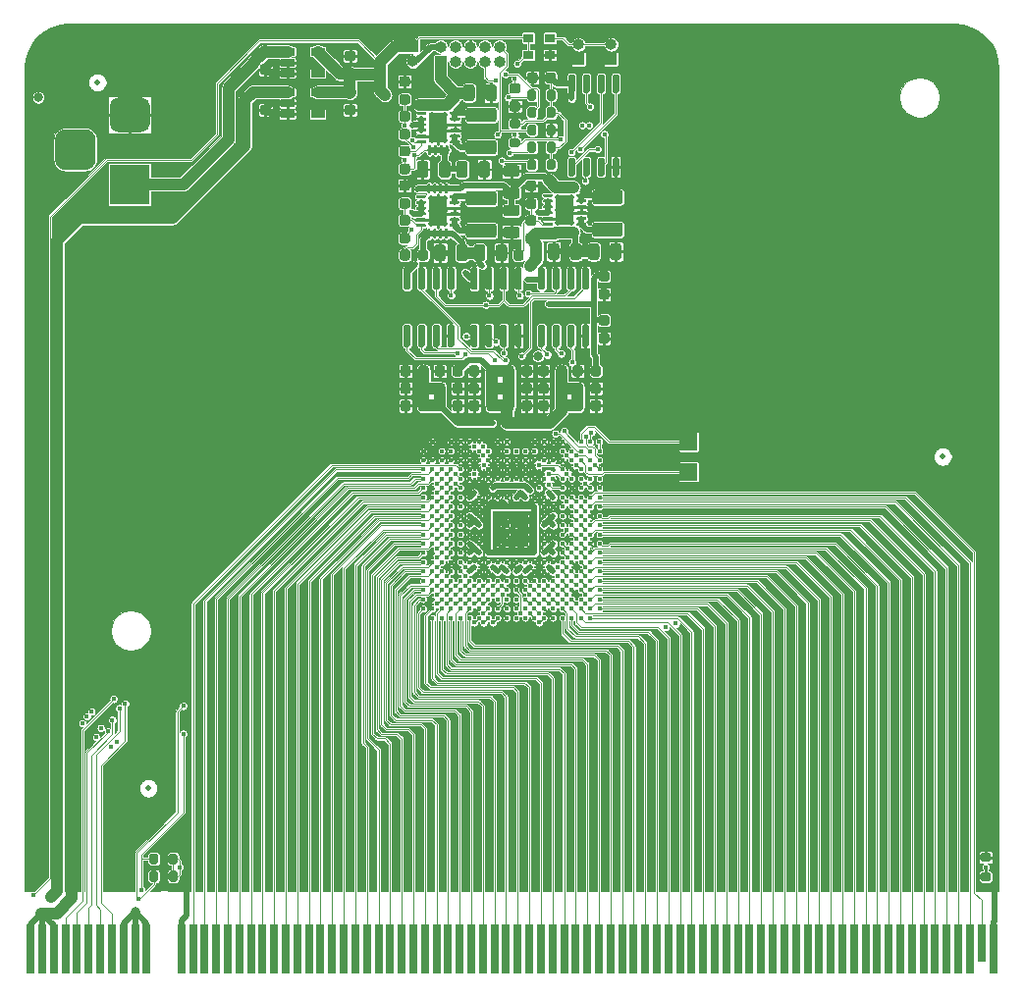
<source format=gbr>
%TF.GenerationSoftware,KiCad,Pcbnew,5.99.0+really5.1.10+dfsg1-1*%
%TF.CreationDate,2021-09-13T00:49:02-04:00*%
%TF.ProjectId,ECP5_BOARD,45435035-5f42-44f4-9152-442e6b696361,rev?*%
%TF.SameCoordinates,Original*%
%TF.FileFunction,Copper,L1,Top*%
%TF.FilePolarity,Positive*%
%FSLAX46Y46*%
G04 Gerber Fmt 4.6, Leading zero omitted, Abs format (unit mm)*
G04 Created by KiCad (PCBNEW 5.99.0+really5.1.10+dfsg1-1) date 2021-09-13 00:49:02*
%MOMM*%
%LPD*%
G01*
G04 APERTURE LIST*
%TA.AperFunction,NonConductor*%
%ADD10C,0.100000*%
%TD*%
%TA.AperFunction,EtchedComponent*%
%ADD11C,0.100000*%
%TD*%
%TA.AperFunction,SMDPad,CuDef*%
%ADD12C,0.500000*%
%TD*%
%TA.AperFunction,ComponentPad*%
%ADD13R,3.500000X3.500000*%
%TD*%
%TA.AperFunction,SMDPad,CuDef*%
%ADD14R,1.220000X0.650000*%
%TD*%
%TA.AperFunction,ConnectorPad*%
%ADD15R,0.700000X4.300000*%
%TD*%
%TA.AperFunction,ConnectorPad*%
%ADD16R,0.700000X3.200000*%
%TD*%
%TA.AperFunction,SMDPad,CuDef*%
%ADD17C,0.400000*%
%TD*%
%TA.AperFunction,ComponentPad*%
%ADD18O,1.000000X1.000000*%
%TD*%
%TA.AperFunction,ComponentPad*%
%ADD19R,1.000000X1.000000*%
%TD*%
%TA.AperFunction,ComponentPad*%
%ADD20C,0.500000*%
%TD*%
%TA.AperFunction,SMDPad,CuDef*%
%ADD21R,1.650000X2.650000*%
%TD*%
%TA.AperFunction,SMDPad,CuDef*%
%ADD22R,1.500000X1.500000*%
%TD*%
%TA.AperFunction,SMDPad,CuDef*%
%ADD23R,0.900000X0.800000*%
%TD*%
%TA.AperFunction,ViaPad*%
%ADD24C,0.800000*%
%TD*%
%TA.AperFunction,ViaPad*%
%ADD25C,0.450000*%
%TD*%
%TA.AperFunction,Conductor*%
%ADD26C,0.500000*%
%TD*%
%TA.AperFunction,Conductor*%
%ADD27C,0.250000*%
%TD*%
%TA.AperFunction,Conductor*%
%ADD28C,0.090000*%
%TD*%
%TA.AperFunction,Conductor*%
%ADD29C,1.000000*%
%TD*%
%TA.AperFunction,Conductor*%
%ADD30C,0.100000*%
%TD*%
G04 APERTURE END LIST*
D10*
G36*
X130000000Y-33200000D02*
G01*
X129000000Y-33200000D01*
X129000000Y-31900000D01*
X130000000Y-31900000D01*
X130000000Y-33200000D01*
G37*
D11*
%TO.C,NT1*%
G36*
X129250000Y-33000000D02*
G01*
X129250000Y-32000000D01*
X129750000Y-32000000D01*
X129750000Y-33000000D01*
X129250000Y-33000000D01*
G37*
%TD*%
D12*
%TO.P,REF\u002A\u002A,*%
%TO.N,*%
X105100000Y-33700000D03*
%TD*%
%TO.P,REF\u002A\u002A,*%
%TO.N,*%
X178000000Y-66000000D03*
%TD*%
%TO.P,REF\u002A\u002A,*%
%TO.N,*%
X109500000Y-94600000D03*
%TD*%
%TO.P,J2,3*%
%TO.N,Net-(J2-Pad3)*%
%TA.AperFunction,ComponentPad*%
G36*
G01*
X102325000Y-37750000D02*
X104075000Y-37750000D01*
G75*
G02*
X104950000Y-38625000I0J-875000D01*
G01*
X104950000Y-40375000D01*
G75*
G02*
X104075000Y-41250000I-875000J0D01*
G01*
X102325000Y-41250000D01*
G75*
G02*
X101450000Y-40375000I0J875000D01*
G01*
X101450000Y-38625000D01*
G75*
G02*
X102325000Y-37750000I875000J0D01*
G01*
G37*
%TD.AperFunction*%
%TO.P,J2,2*%
%TO.N,GND*%
%TA.AperFunction,ComponentPad*%
G36*
G01*
X106900000Y-35000000D02*
X108900000Y-35000000D01*
G75*
G02*
X109650000Y-35750000I0J-750000D01*
G01*
X109650000Y-37250000D01*
G75*
G02*
X108900000Y-38000000I-750000J0D01*
G01*
X106900000Y-38000000D01*
G75*
G02*
X106150000Y-37250000I0J750000D01*
G01*
X106150000Y-35750000D01*
G75*
G02*
X106900000Y-35000000I750000J0D01*
G01*
G37*
%TD.AperFunction*%
D13*
%TO.P,J2,1*%
%TO.N,Net-(C35-Pad1)*%
X107900000Y-42500000D03*
%TD*%
D12*
%TO.P,NT1,2*%
%TO.N,VBUS*%
X129500000Y-32000000D03*
%TO.P,NT1,1*%
%TO.N,+BATT*%
X129500000Y-33000000D03*
%TD*%
D14*
%TO.P,U11,5*%
%TO.N,+BATT*%
X124110000Y-34550000D03*
%TO.P,U11,4*%
%TO.N,Net-(U11-Pad4)*%
X124110000Y-36450000D03*
%TO.P,U11,3*%
%TO.N,GND*%
X121490000Y-36450000D03*
%TO.P,U11,2*%
X121490000Y-35500000D03*
%TO.P,U11,1*%
%TO.N,Net-(C37-Pad1)*%
X121490000Y-34550000D03*
%TD*%
%TO.P,U10,5*%
%TO.N,+BATT*%
X124110000Y-31050000D03*
%TO.P,U10,4*%
%TO.N,Net-(U10-Pad4)*%
X124110000Y-32950000D03*
%TO.P,U10,3*%
%TO.N,GND*%
X121490000Y-32950000D03*
%TO.P,U10,2*%
X121490000Y-32000000D03*
%TO.P,U10,1*%
%TO.N,Net-(C35-Pad1)*%
X121490000Y-31050000D03*
%TD*%
%TO.P,R6,2*%
%TO.N,GND*%
%TA.AperFunction,SMDPad,CuDef*%
G36*
G01*
X181975000Y-100975000D02*
X181425000Y-100975000D01*
G75*
G02*
X181225000Y-100775000I0J200000D01*
G01*
X181225000Y-100375000D01*
G75*
G02*
X181425000Y-100175000I200000J0D01*
G01*
X181975000Y-100175000D01*
G75*
G02*
X182175000Y-100375000I0J-200000D01*
G01*
X182175000Y-100775000D01*
G75*
G02*
X181975000Y-100975000I-200000J0D01*
G01*
G37*
%TD.AperFunction*%
%TO.P,R6,1*%
%TO.N,PRSNT_IN*%
%TA.AperFunction,SMDPad,CuDef*%
G36*
G01*
X181975000Y-102625000D02*
X181425000Y-102625000D01*
G75*
G02*
X181225000Y-102425000I0J200000D01*
G01*
X181225000Y-102025000D01*
G75*
G02*
X181425000Y-101825000I200000J0D01*
G01*
X181975000Y-101825000D01*
G75*
G02*
X182175000Y-102025000I0J-200000D01*
G01*
X182175000Y-102425000D01*
G75*
G02*
X181975000Y-102625000I-200000J0D01*
G01*
G37*
%TD.AperFunction*%
%TD*%
%TO.P,C38,2*%
%TO.N,GND*%
%TA.AperFunction,SMDPad,CuDef*%
G36*
G01*
X127150000Y-31875000D02*
X126650000Y-31875000D01*
G75*
G02*
X126425000Y-31650000I0J225000D01*
G01*
X126425000Y-31200000D01*
G75*
G02*
X126650000Y-30975000I225000J0D01*
G01*
X127150000Y-30975000D01*
G75*
G02*
X127375000Y-31200000I0J-225000D01*
G01*
X127375000Y-31650000D01*
G75*
G02*
X127150000Y-31875000I-225000J0D01*
G01*
G37*
%TD.AperFunction*%
%TO.P,C38,1*%
%TO.N,+BATT*%
%TA.AperFunction,SMDPad,CuDef*%
G36*
G01*
X127150000Y-33425000D02*
X126650000Y-33425000D01*
G75*
G02*
X126425000Y-33200000I0J225000D01*
G01*
X126425000Y-32750000D01*
G75*
G02*
X126650000Y-32525000I225000J0D01*
G01*
X127150000Y-32525000D01*
G75*
G02*
X127375000Y-32750000I0J-225000D01*
G01*
X127375000Y-33200000D01*
G75*
G02*
X127150000Y-33425000I-225000J0D01*
G01*
G37*
%TD.AperFunction*%
%TD*%
%TO.P,C37,2*%
%TO.N,GND*%
%TA.AperFunction,SMDPad,CuDef*%
G36*
G01*
X119350000Y-35625000D02*
X119850000Y-35625000D01*
G75*
G02*
X120075000Y-35850000I0J-225000D01*
G01*
X120075000Y-36300000D01*
G75*
G02*
X119850000Y-36525000I-225000J0D01*
G01*
X119350000Y-36525000D01*
G75*
G02*
X119125000Y-36300000I0J225000D01*
G01*
X119125000Y-35850000D01*
G75*
G02*
X119350000Y-35625000I225000J0D01*
G01*
G37*
%TD.AperFunction*%
%TO.P,C37,1*%
%TO.N,Net-(C37-Pad1)*%
%TA.AperFunction,SMDPad,CuDef*%
G36*
G01*
X119350000Y-34075000D02*
X119850000Y-34075000D01*
G75*
G02*
X120075000Y-34300000I0J-225000D01*
G01*
X120075000Y-34750000D01*
G75*
G02*
X119850000Y-34975000I-225000J0D01*
G01*
X119350000Y-34975000D01*
G75*
G02*
X119125000Y-34750000I0J225000D01*
G01*
X119125000Y-34300000D01*
G75*
G02*
X119350000Y-34075000I225000J0D01*
G01*
G37*
%TD.AperFunction*%
%TD*%
%TO.P,C36,2*%
%TO.N,GND*%
%TA.AperFunction,SMDPad,CuDef*%
G36*
G01*
X126650000Y-35625000D02*
X127150000Y-35625000D01*
G75*
G02*
X127375000Y-35850000I0J-225000D01*
G01*
X127375000Y-36300000D01*
G75*
G02*
X127150000Y-36525000I-225000J0D01*
G01*
X126650000Y-36525000D01*
G75*
G02*
X126425000Y-36300000I0J225000D01*
G01*
X126425000Y-35850000D01*
G75*
G02*
X126650000Y-35625000I225000J0D01*
G01*
G37*
%TD.AperFunction*%
%TO.P,C36,1*%
%TO.N,+BATT*%
%TA.AperFunction,SMDPad,CuDef*%
G36*
G01*
X126650000Y-34075000D02*
X127150000Y-34075000D01*
G75*
G02*
X127375000Y-34300000I0J-225000D01*
G01*
X127375000Y-34750000D01*
G75*
G02*
X127150000Y-34975000I-225000J0D01*
G01*
X126650000Y-34975000D01*
G75*
G02*
X126425000Y-34750000I0J225000D01*
G01*
X126425000Y-34300000D01*
G75*
G02*
X126650000Y-34075000I225000J0D01*
G01*
G37*
%TD.AperFunction*%
%TD*%
%TO.P,C35,2*%
%TO.N,GND*%
%TA.AperFunction,SMDPad,CuDef*%
G36*
G01*
X119350000Y-32125000D02*
X119850000Y-32125000D01*
G75*
G02*
X120075000Y-32350000I0J-225000D01*
G01*
X120075000Y-32800000D01*
G75*
G02*
X119850000Y-33025000I-225000J0D01*
G01*
X119350000Y-33025000D01*
G75*
G02*
X119125000Y-32800000I0J225000D01*
G01*
X119125000Y-32350000D01*
G75*
G02*
X119350000Y-32125000I225000J0D01*
G01*
G37*
%TD.AperFunction*%
%TO.P,C35,1*%
%TO.N,Net-(C35-Pad1)*%
%TA.AperFunction,SMDPad,CuDef*%
G36*
G01*
X119350000Y-30575000D02*
X119850000Y-30575000D01*
G75*
G02*
X120075000Y-30800000I0J-225000D01*
G01*
X120075000Y-31250000D01*
G75*
G02*
X119850000Y-31475000I-225000J0D01*
G01*
X119350000Y-31475000D01*
G75*
G02*
X119125000Y-31250000I0J225000D01*
G01*
X119125000Y-30800000D01*
G75*
G02*
X119350000Y-30575000I225000J0D01*
G01*
G37*
%TD.AperFunction*%
%TD*%
D15*
%TO.P,X1,B82*%
%TO.N,GND*%
X182350000Y-108500000D03*
D16*
%TO.P,X1,B81*%
%TO.N,P2*%
X181350000Y-107950000D03*
D15*
%TO.P,X1,B80*%
%TO.N,P1*%
X180350000Y-108500000D03*
%TO.P,X1,B79*%
%TO.N,N2*%
X179350000Y-108500000D03*
%TO.P,X1,B78*%
%TO.N,N1*%
X178350000Y-108500000D03*
%TO.P,X1,B77*%
%TO.N,M1*%
X177350000Y-108500000D03*
%TO.P,X1,B76*%
%TO.N,L2*%
X176350000Y-108500000D03*
%TO.P,X1,B75*%
%TO.N,L1*%
X175350000Y-108500000D03*
%TO.P,X1,B74*%
%TO.N,K2*%
X174350000Y-108500000D03*
%TO.P,X1,B73*%
%TO.N,K1*%
X173350000Y-108500000D03*
%TO.P,X1,B72*%
%TO.N,J1*%
X172350000Y-108500000D03*
%TO.P,X1,B71*%
%TO.N,H2*%
X171350000Y-108500000D03*
%TO.P,X1,B70*%
%TO.N,H1*%
X170350000Y-108500000D03*
%TO.P,X1,B69*%
%TO.N,G2*%
X169350000Y-108500000D03*
%TO.P,X1,B68*%
%TO.N,G1*%
X168350000Y-108500000D03*
%TO.P,X1,B67*%
%TO.N,F2*%
X167350000Y-108500000D03*
%TO.P,X1,B66*%
%TO.N,F1*%
X166350000Y-108500000D03*
%TO.P,X1,B65*%
%TO.N,E2*%
X165350000Y-108500000D03*
%TO.P,X1,B64*%
%TO.N,E1*%
X164350000Y-108500000D03*
%TO.P,X1,B63*%
%TO.N,D2*%
X163350000Y-108500000D03*
%TO.P,X1,B62*%
%TO.N,D1*%
X162350000Y-108500000D03*
%TO.P,X1,B61*%
%TO.N,C2*%
X161350000Y-108500000D03*
%TO.P,X1,B60*%
%TO.N,C1*%
X160350000Y-108500000D03*
%TO.P,X1,B59*%
%TO.N,B2*%
X159350000Y-108500000D03*
%TO.P,X1,B58*%
%TO.N,B1*%
X158350000Y-108500000D03*
%TO.P,X1,B57*%
%TO.N,B3*%
X157350000Y-108500000D03*
%TO.P,X1,B56*%
%TO.N,A2*%
X156350000Y-108500000D03*
%TO.P,X1,B55*%
%TO.N,A3*%
X155350000Y-108500000D03*
%TO.P,X1,B54*%
%TO.N,B4*%
X154350000Y-108500000D03*
%TO.P,X1,B53*%
%TO.N,A4*%
X153350000Y-108500000D03*
%TO.P,X1,B52*%
%TO.N,B5*%
X152350000Y-108500000D03*
%TO.P,X1,B51*%
%TO.N,A5*%
X151350000Y-108500000D03*
%TO.P,X1,B50*%
%TO.N,A15*%
X150350000Y-108500000D03*
%TO.P,X1,B13*%
%TO.N,U16*%
X113350000Y-108500000D03*
%TO.P,X1,B12*%
%TO.N,GND*%
X112350000Y-108500000D03*
%TO.P,X1,B18*%
%TO.N,R20*%
X118350000Y-108500000D03*
%TO.P,X1,B17*%
%TO.N,T19*%
X117350000Y-108500000D03*
%TO.P,X1,B16*%
%TO.N,T20*%
X116350000Y-108500000D03*
%TO.P,X1,B15*%
%TO.N,U19*%
X115350000Y-108500000D03*
%TO.P,X1,B14*%
%TO.N,U20*%
X114350000Y-108500000D03*
%TO.P,X1,B11*%
%TO.N,Net-(C37-Pad1)*%
X109350000Y-108500000D03*
%TO.P,X1,B10*%
X108350000Y-108500000D03*
%TO.P,X1,B9*%
X107350000Y-108500000D03*
%TO.P,X1,B8*%
%TO.N,CARD_TX*%
X106350000Y-108500000D03*
%TO.P,X1,B7*%
%TO.N,CARD_RX*%
X105350000Y-108500000D03*
%TO.P,X1,B6*%
%TO.N,SC_R*%
X104350000Y-108500000D03*
%TO.P,X1,B5*%
%TO.N,UP_R*%
X103350000Y-108500000D03*
%TO.P,X1,B4*%
%TO.N,PRSNT_R*%
X102350000Y-108500000D03*
%TO.P,X1,B3*%
%TO.N,GND*%
X101350000Y-108500000D03*
%TO.P,X1,B2*%
X100350000Y-108500000D03*
%TO.P,X1,B1*%
X99350000Y-108500000D03*
%TO.P,X1,B19*%
%TO.N,P20*%
X119350000Y-108500000D03*
%TO.P,X1,B20*%
%TO.N,P19*%
X120350000Y-108500000D03*
%TO.P,X1,B21*%
%TO.N,N20*%
X121350000Y-108500000D03*
%TO.P,X1,B22*%
%TO.N,N19*%
X122350000Y-108500000D03*
%TO.P,X1,B23*%
%TO.N,M20*%
X123350000Y-108500000D03*
%TO.P,X1,B24*%
%TO.N,M19*%
X124350000Y-108500000D03*
%TO.P,X1,B25*%
%TO.N,L20*%
X125350000Y-108500000D03*
%TO.P,X1,B26*%
%TO.N,L19*%
X126350000Y-108500000D03*
%TO.P,X1,B27*%
%TO.N,K20*%
X127350000Y-108500000D03*
%TO.P,X1,B28*%
%TO.N,K19*%
X128350000Y-108500000D03*
%TO.P,X1,B29*%
%TO.N,J20*%
X129350000Y-108500000D03*
%TO.P,X1,B30*%
%TO.N,J19*%
X130350000Y-108500000D03*
%TO.P,X1,B31*%
%TO.N,H20*%
X131350000Y-108500000D03*
%TO.P,X1,B32*%
%TO.N,G20*%
X132350000Y-108500000D03*
%TO.P,X1,B33*%
%TO.N,G19*%
X133350000Y-108500000D03*
%TO.P,X1,B34*%
%TO.N,F20*%
X134350000Y-108500000D03*
%TO.P,X1,B35*%
%TO.N,F19*%
X135350000Y-108500000D03*
%TO.P,X1,B36*%
%TO.N,E19*%
X136350000Y-108500000D03*
%TO.P,X1,B37*%
%TO.N,D20*%
X137350000Y-108500000D03*
%TO.P,X1,B38*%
%TO.N,D19*%
X138350000Y-108500000D03*
%TO.P,X1,B39*%
%TO.N,C20*%
X139350000Y-108500000D03*
%TO.P,X1,B40*%
%TO.N,B20*%
X140350000Y-108500000D03*
%TO.P,X1,B41*%
%TO.N,B19*%
X141350000Y-108500000D03*
%TO.P,X1,B42*%
%TO.N,A19*%
X142350000Y-108500000D03*
%TO.P,X1,B43*%
%TO.N,B18*%
X143350000Y-108500000D03*
%TO.P,X1,B44*%
%TO.N,A18*%
X144350000Y-108500000D03*
%TO.P,X1,B45*%
%TO.N,B17*%
X145350000Y-108500000D03*
%TO.P,X1,B46*%
%TO.N,A17*%
X146350000Y-108500000D03*
%TO.P,X1,B47*%
%TO.N,B16*%
X147350000Y-108500000D03*
%TO.P,X1,B48*%
%TO.N,A16*%
X148350000Y-108500000D03*
%TO.P,X1,B49*%
%TO.N,B15*%
X149350000Y-108500000D03*
%TD*%
%TO.P,C18,1*%
%TO.N,+1V1*%
%TA.AperFunction,SMDPad,CuDef*%
G36*
G01*
X136625000Y-58350000D02*
X136625000Y-58850000D01*
G75*
G02*
X136400000Y-59075000I-225000J0D01*
G01*
X135950000Y-59075000D01*
G75*
G02*
X135725000Y-58850000I0J225000D01*
G01*
X135725000Y-58350000D01*
G75*
G02*
X135950000Y-58125000I225000J0D01*
G01*
X136400000Y-58125000D01*
G75*
G02*
X136625000Y-58350000I0J-225000D01*
G01*
G37*
%TD.AperFunction*%
%TO.P,C18,2*%
%TO.N,GND*%
%TA.AperFunction,SMDPad,CuDef*%
G36*
G01*
X135075000Y-58350000D02*
X135075000Y-58850000D01*
G75*
G02*
X134850000Y-59075000I-225000J0D01*
G01*
X134400000Y-59075000D01*
G75*
G02*
X134175000Y-58850000I0J225000D01*
G01*
X134175000Y-58350000D01*
G75*
G02*
X134400000Y-58125000I225000J0D01*
G01*
X134850000Y-58125000D01*
G75*
G02*
X135075000Y-58350000I0J-225000D01*
G01*
G37*
%TD.AperFunction*%
%TD*%
%TO.P,C17,1*%
%TO.N,+1V1*%
%TA.AperFunction,SMDPad,CuDef*%
G36*
G01*
X145575000Y-58350000D02*
X145575000Y-58850000D01*
G75*
G02*
X145350000Y-59075000I-225000J0D01*
G01*
X144900000Y-59075000D01*
G75*
G02*
X144675000Y-58850000I0J225000D01*
G01*
X144675000Y-58350000D01*
G75*
G02*
X144900000Y-58125000I225000J0D01*
G01*
X145350000Y-58125000D01*
G75*
G02*
X145575000Y-58350000I0J-225000D01*
G01*
G37*
%TD.AperFunction*%
%TO.P,C17,2*%
%TO.N,GND*%
%TA.AperFunction,SMDPad,CuDef*%
G36*
G01*
X144025000Y-58350000D02*
X144025000Y-58850000D01*
G75*
G02*
X143800000Y-59075000I-225000J0D01*
G01*
X143350000Y-59075000D01*
G75*
G02*
X143125000Y-58850000I0J225000D01*
G01*
X143125000Y-58350000D01*
G75*
G02*
X143350000Y-58125000I225000J0D01*
G01*
X143800000Y-58125000D01*
G75*
G02*
X144025000Y-58350000I0J-225000D01*
G01*
G37*
%TD.AperFunction*%
%TD*%
%TO.P,C16,1*%
%TO.N,+1V1*%
%TA.AperFunction,SMDPad,CuDef*%
G36*
G01*
X140125000Y-58850000D02*
X140125000Y-58350000D01*
G75*
G02*
X140350000Y-58125000I225000J0D01*
G01*
X140800000Y-58125000D01*
G75*
G02*
X141025000Y-58350000I0J-225000D01*
G01*
X141025000Y-58850000D01*
G75*
G02*
X140800000Y-59075000I-225000J0D01*
G01*
X140350000Y-59075000D01*
G75*
G02*
X140125000Y-58850000I0J225000D01*
G01*
G37*
%TD.AperFunction*%
%TO.P,C16,2*%
%TO.N,GND*%
%TA.AperFunction,SMDPad,CuDef*%
G36*
G01*
X141675000Y-58850000D02*
X141675000Y-58350000D01*
G75*
G02*
X141900000Y-58125000I225000J0D01*
G01*
X142350000Y-58125000D01*
G75*
G02*
X142575000Y-58350000I0J-225000D01*
G01*
X142575000Y-58850000D01*
G75*
G02*
X142350000Y-59075000I-225000J0D01*
G01*
X141900000Y-59075000D01*
G75*
G02*
X141675000Y-58850000I0J225000D01*
G01*
G37*
%TD.AperFunction*%
%TD*%
%TO.P,C15,1*%
%TO.N,+1V1*%
%TA.AperFunction,SMDPad,CuDef*%
G36*
G01*
X139575000Y-58350000D02*
X139575000Y-58850000D01*
G75*
G02*
X139350000Y-59075000I-225000J0D01*
G01*
X138900000Y-59075000D01*
G75*
G02*
X138675000Y-58850000I0J225000D01*
G01*
X138675000Y-58350000D01*
G75*
G02*
X138900000Y-58125000I225000J0D01*
G01*
X139350000Y-58125000D01*
G75*
G02*
X139575000Y-58350000I0J-225000D01*
G01*
G37*
%TD.AperFunction*%
%TO.P,C15,2*%
%TO.N,GND*%
%TA.AperFunction,SMDPad,CuDef*%
G36*
G01*
X138025000Y-58350000D02*
X138025000Y-58850000D01*
G75*
G02*
X137800000Y-59075000I-225000J0D01*
G01*
X137350000Y-59075000D01*
G75*
G02*
X137125000Y-58850000I0J225000D01*
G01*
X137125000Y-58350000D01*
G75*
G02*
X137350000Y-58125000I225000J0D01*
G01*
X137800000Y-58125000D01*
G75*
G02*
X138025000Y-58350000I0J-225000D01*
G01*
G37*
%TD.AperFunction*%
%TD*%
%TO.P,C14,1*%
%TO.N,+1V1*%
%TA.AperFunction,SMDPad,CuDef*%
G36*
G01*
X146075000Y-60350000D02*
X146075000Y-59850000D01*
G75*
G02*
X146300000Y-59625000I225000J0D01*
G01*
X146750000Y-59625000D01*
G75*
G02*
X146975000Y-59850000I0J-225000D01*
G01*
X146975000Y-60350000D01*
G75*
G02*
X146750000Y-60575000I-225000J0D01*
G01*
X146300000Y-60575000D01*
G75*
G02*
X146075000Y-60350000I0J225000D01*
G01*
G37*
%TD.AperFunction*%
%TO.P,C14,2*%
%TO.N,GND*%
%TA.AperFunction,SMDPad,CuDef*%
G36*
G01*
X147625000Y-60350000D02*
X147625000Y-59850000D01*
G75*
G02*
X147850000Y-59625000I225000J0D01*
G01*
X148300000Y-59625000D01*
G75*
G02*
X148525000Y-59850000I0J-225000D01*
G01*
X148525000Y-60350000D01*
G75*
G02*
X148300000Y-60575000I-225000J0D01*
G01*
X147850000Y-60575000D01*
G75*
G02*
X147625000Y-60350000I0J225000D01*
G01*
G37*
%TD.AperFunction*%
%TD*%
%TO.P,C13,1*%
%TO.N,+1V1*%
%TA.AperFunction,SMDPad,CuDef*%
G36*
G01*
X145575000Y-59850000D02*
X145575000Y-60350000D01*
G75*
G02*
X145350000Y-60575000I-225000J0D01*
G01*
X144900000Y-60575000D01*
G75*
G02*
X144675000Y-60350000I0J225000D01*
G01*
X144675000Y-59850000D01*
G75*
G02*
X144900000Y-59625000I225000J0D01*
G01*
X145350000Y-59625000D01*
G75*
G02*
X145575000Y-59850000I0J-225000D01*
G01*
G37*
%TD.AperFunction*%
%TO.P,C13,2*%
%TO.N,GND*%
%TA.AperFunction,SMDPad,CuDef*%
G36*
G01*
X144025000Y-59850000D02*
X144025000Y-60350000D01*
G75*
G02*
X143800000Y-60575000I-225000J0D01*
G01*
X143350000Y-60575000D01*
G75*
G02*
X143125000Y-60350000I0J225000D01*
G01*
X143125000Y-59850000D01*
G75*
G02*
X143350000Y-59625000I225000J0D01*
G01*
X143800000Y-59625000D01*
G75*
G02*
X144025000Y-59850000I0J-225000D01*
G01*
G37*
%TD.AperFunction*%
%TD*%
%TO.P,C12,1*%
%TO.N,+1V1*%
%TA.AperFunction,SMDPad,CuDef*%
G36*
G01*
X140125000Y-60350000D02*
X140125000Y-59850000D01*
G75*
G02*
X140350000Y-59625000I225000J0D01*
G01*
X140800000Y-59625000D01*
G75*
G02*
X141025000Y-59850000I0J-225000D01*
G01*
X141025000Y-60350000D01*
G75*
G02*
X140800000Y-60575000I-225000J0D01*
G01*
X140350000Y-60575000D01*
G75*
G02*
X140125000Y-60350000I0J225000D01*
G01*
G37*
%TD.AperFunction*%
%TO.P,C12,2*%
%TO.N,GND*%
%TA.AperFunction,SMDPad,CuDef*%
G36*
G01*
X141675000Y-60350000D02*
X141675000Y-59850000D01*
G75*
G02*
X141900000Y-59625000I225000J0D01*
G01*
X142350000Y-59625000D01*
G75*
G02*
X142575000Y-59850000I0J-225000D01*
G01*
X142575000Y-60350000D01*
G75*
G02*
X142350000Y-60575000I-225000J0D01*
G01*
X141900000Y-60575000D01*
G75*
G02*
X141675000Y-60350000I0J225000D01*
G01*
G37*
%TD.AperFunction*%
%TD*%
%TO.P,C11,1*%
%TO.N,+1V1*%
%TA.AperFunction,SMDPad,CuDef*%
G36*
G01*
X139575000Y-59850000D02*
X139575000Y-60350000D01*
G75*
G02*
X139350000Y-60575000I-225000J0D01*
G01*
X138900000Y-60575000D01*
G75*
G02*
X138675000Y-60350000I0J225000D01*
G01*
X138675000Y-59850000D01*
G75*
G02*
X138900000Y-59625000I225000J0D01*
G01*
X139350000Y-59625000D01*
G75*
G02*
X139575000Y-59850000I0J-225000D01*
G01*
G37*
%TD.AperFunction*%
%TO.P,C11,2*%
%TO.N,GND*%
%TA.AperFunction,SMDPad,CuDef*%
G36*
G01*
X138025000Y-59850000D02*
X138025000Y-60350000D01*
G75*
G02*
X137800000Y-60575000I-225000J0D01*
G01*
X137350000Y-60575000D01*
G75*
G02*
X137125000Y-60350000I0J225000D01*
G01*
X137125000Y-59850000D01*
G75*
G02*
X137350000Y-59625000I225000J0D01*
G01*
X137800000Y-59625000D01*
G75*
G02*
X138025000Y-59850000I0J-225000D01*
G01*
G37*
%TD.AperFunction*%
%TD*%
%TO.P,C10,1*%
%TO.N,+1V1*%
%TA.AperFunction,SMDPad,CuDef*%
G36*
G01*
X146075000Y-61850000D02*
X146075000Y-61350000D01*
G75*
G02*
X146300000Y-61125000I225000J0D01*
G01*
X146750000Y-61125000D01*
G75*
G02*
X146975000Y-61350000I0J-225000D01*
G01*
X146975000Y-61850000D01*
G75*
G02*
X146750000Y-62075000I-225000J0D01*
G01*
X146300000Y-62075000D01*
G75*
G02*
X146075000Y-61850000I0J225000D01*
G01*
G37*
%TD.AperFunction*%
%TO.P,C10,2*%
%TO.N,GND*%
%TA.AperFunction,SMDPad,CuDef*%
G36*
G01*
X147625000Y-61850000D02*
X147625000Y-61350000D01*
G75*
G02*
X147850000Y-61125000I225000J0D01*
G01*
X148300000Y-61125000D01*
G75*
G02*
X148525000Y-61350000I0J-225000D01*
G01*
X148525000Y-61850000D01*
G75*
G02*
X148300000Y-62075000I-225000J0D01*
G01*
X147850000Y-62075000D01*
G75*
G02*
X147625000Y-61850000I0J225000D01*
G01*
G37*
%TD.AperFunction*%
%TD*%
%TO.P,C9,1*%
%TO.N,+1V1*%
%TA.AperFunction,SMDPad,CuDef*%
G36*
G01*
X145575000Y-61350000D02*
X145575000Y-61850000D01*
G75*
G02*
X145350000Y-62075000I-225000J0D01*
G01*
X144900000Y-62075000D01*
G75*
G02*
X144675000Y-61850000I0J225000D01*
G01*
X144675000Y-61350000D01*
G75*
G02*
X144900000Y-61125000I225000J0D01*
G01*
X145350000Y-61125000D01*
G75*
G02*
X145575000Y-61350000I0J-225000D01*
G01*
G37*
%TD.AperFunction*%
%TO.P,C9,2*%
%TO.N,GND*%
%TA.AperFunction,SMDPad,CuDef*%
G36*
G01*
X144025000Y-61350000D02*
X144025000Y-61850000D01*
G75*
G02*
X143800000Y-62075000I-225000J0D01*
G01*
X143350000Y-62075000D01*
G75*
G02*
X143125000Y-61850000I0J225000D01*
G01*
X143125000Y-61350000D01*
G75*
G02*
X143350000Y-61125000I225000J0D01*
G01*
X143800000Y-61125000D01*
G75*
G02*
X144025000Y-61350000I0J-225000D01*
G01*
G37*
%TD.AperFunction*%
%TD*%
%TO.P,C8,1*%
%TO.N,+1V1*%
%TA.AperFunction,SMDPad,CuDef*%
G36*
G01*
X140125000Y-61850000D02*
X140125000Y-61350000D01*
G75*
G02*
X140350000Y-61125000I225000J0D01*
G01*
X140800000Y-61125000D01*
G75*
G02*
X141025000Y-61350000I0J-225000D01*
G01*
X141025000Y-61850000D01*
G75*
G02*
X140800000Y-62075000I-225000J0D01*
G01*
X140350000Y-62075000D01*
G75*
G02*
X140125000Y-61850000I0J225000D01*
G01*
G37*
%TD.AperFunction*%
%TO.P,C8,2*%
%TO.N,GND*%
%TA.AperFunction,SMDPad,CuDef*%
G36*
G01*
X141675000Y-61850000D02*
X141675000Y-61350000D01*
G75*
G02*
X141900000Y-61125000I225000J0D01*
G01*
X142350000Y-61125000D01*
G75*
G02*
X142575000Y-61350000I0J-225000D01*
G01*
X142575000Y-61850000D01*
G75*
G02*
X142350000Y-62075000I-225000J0D01*
G01*
X141900000Y-62075000D01*
G75*
G02*
X141675000Y-61850000I0J225000D01*
G01*
G37*
%TD.AperFunction*%
%TD*%
%TO.P,C7,1*%
%TO.N,+1V1*%
%TA.AperFunction,SMDPad,CuDef*%
G36*
G01*
X139575000Y-61350000D02*
X139575000Y-61850000D01*
G75*
G02*
X139350000Y-62075000I-225000J0D01*
G01*
X138900000Y-62075000D01*
G75*
G02*
X138675000Y-61850000I0J225000D01*
G01*
X138675000Y-61350000D01*
G75*
G02*
X138900000Y-61125000I225000J0D01*
G01*
X139350000Y-61125000D01*
G75*
G02*
X139575000Y-61350000I0J-225000D01*
G01*
G37*
%TD.AperFunction*%
%TO.P,C7,2*%
%TO.N,GND*%
%TA.AperFunction,SMDPad,CuDef*%
G36*
G01*
X138025000Y-61350000D02*
X138025000Y-61850000D01*
G75*
G02*
X137800000Y-62075000I-225000J0D01*
G01*
X137350000Y-62075000D01*
G75*
G02*
X137125000Y-61850000I0J225000D01*
G01*
X137125000Y-61350000D01*
G75*
G02*
X137350000Y-61125000I225000J0D01*
G01*
X137800000Y-61125000D01*
G75*
G02*
X138025000Y-61350000I0J-225000D01*
G01*
G37*
%TD.AperFunction*%
%TD*%
%TO.P,C6,2*%
%TO.N,GND*%
%TA.AperFunction,SMDPad,CuDef*%
G36*
G01*
X135725000Y-60350000D02*
X135725000Y-59850000D01*
G75*
G02*
X135950000Y-59625000I225000J0D01*
G01*
X136400000Y-59625000D01*
G75*
G02*
X136625000Y-59850000I0J-225000D01*
G01*
X136625000Y-60350000D01*
G75*
G02*
X136400000Y-60575000I-225000J0D01*
G01*
X135950000Y-60575000D01*
G75*
G02*
X135725000Y-60350000I0J225000D01*
G01*
G37*
%TD.AperFunction*%
%TO.P,C6,1*%
%TO.N,+2V5*%
%TA.AperFunction,SMDPad,CuDef*%
G36*
G01*
X134175000Y-60350000D02*
X134175000Y-59850000D01*
G75*
G02*
X134400000Y-59625000I225000J0D01*
G01*
X134850000Y-59625000D01*
G75*
G02*
X135075000Y-59850000I0J-225000D01*
G01*
X135075000Y-60350000D01*
G75*
G02*
X134850000Y-60575000I-225000J0D01*
G01*
X134400000Y-60575000D01*
G75*
G02*
X134175000Y-60350000I0J225000D01*
G01*
G37*
%TD.AperFunction*%
%TD*%
%TO.P,C5,2*%
%TO.N,GND*%
%TA.AperFunction,SMDPad,CuDef*%
G36*
G01*
X135725000Y-61850000D02*
X135725000Y-61350000D01*
G75*
G02*
X135950000Y-61125000I225000J0D01*
G01*
X136400000Y-61125000D01*
G75*
G02*
X136625000Y-61350000I0J-225000D01*
G01*
X136625000Y-61850000D01*
G75*
G02*
X136400000Y-62075000I-225000J0D01*
G01*
X135950000Y-62075000D01*
G75*
G02*
X135725000Y-61850000I0J225000D01*
G01*
G37*
%TD.AperFunction*%
%TO.P,C5,1*%
%TO.N,+2V5*%
%TA.AperFunction,SMDPad,CuDef*%
G36*
G01*
X134175000Y-61850000D02*
X134175000Y-61350000D01*
G75*
G02*
X134400000Y-61125000I225000J0D01*
G01*
X134850000Y-61125000D01*
G75*
G02*
X135075000Y-61350000I0J-225000D01*
G01*
X135075000Y-61850000D01*
G75*
G02*
X134850000Y-62075000I-225000J0D01*
G01*
X134400000Y-62075000D01*
G75*
G02*
X134175000Y-61850000I0J225000D01*
G01*
G37*
%TD.AperFunction*%
%TD*%
%TO.P,C4,2*%
%TO.N,GND*%
%TA.AperFunction,SMDPad,CuDef*%
G36*
G01*
X132125000Y-59850000D02*
X132125000Y-60350000D01*
G75*
G02*
X131900000Y-60575000I-225000J0D01*
G01*
X131450000Y-60575000D01*
G75*
G02*
X131225000Y-60350000I0J225000D01*
G01*
X131225000Y-59850000D01*
G75*
G02*
X131450000Y-59625000I225000J0D01*
G01*
X131900000Y-59625000D01*
G75*
G02*
X132125000Y-59850000I0J-225000D01*
G01*
G37*
%TD.AperFunction*%
%TO.P,C4,1*%
%TO.N,+2V5*%
%TA.AperFunction,SMDPad,CuDef*%
G36*
G01*
X133675000Y-59850000D02*
X133675000Y-60350000D01*
G75*
G02*
X133450000Y-60575000I-225000J0D01*
G01*
X133000000Y-60575000D01*
G75*
G02*
X132775000Y-60350000I0J225000D01*
G01*
X132775000Y-59850000D01*
G75*
G02*
X133000000Y-59625000I225000J0D01*
G01*
X133450000Y-59625000D01*
G75*
G02*
X133675000Y-59850000I0J-225000D01*
G01*
G37*
%TD.AperFunction*%
%TD*%
%TO.P,C3,2*%
%TO.N,GND*%
%TA.AperFunction,SMDPad,CuDef*%
G36*
G01*
X132125000Y-61350000D02*
X132125000Y-61850000D01*
G75*
G02*
X131900000Y-62075000I-225000J0D01*
G01*
X131450000Y-62075000D01*
G75*
G02*
X131225000Y-61850000I0J225000D01*
G01*
X131225000Y-61350000D01*
G75*
G02*
X131450000Y-61125000I225000J0D01*
G01*
X131900000Y-61125000D01*
G75*
G02*
X132125000Y-61350000I0J-225000D01*
G01*
G37*
%TD.AperFunction*%
%TO.P,C3,1*%
%TO.N,+2V5*%
%TA.AperFunction,SMDPad,CuDef*%
G36*
G01*
X133675000Y-61350000D02*
X133675000Y-61850000D01*
G75*
G02*
X133450000Y-62075000I-225000J0D01*
G01*
X133000000Y-62075000D01*
G75*
G02*
X132775000Y-61850000I0J225000D01*
G01*
X132775000Y-61350000D01*
G75*
G02*
X133000000Y-61125000I225000J0D01*
G01*
X133450000Y-61125000D01*
G75*
G02*
X133675000Y-61350000I0J-225000D01*
G01*
G37*
%TD.AperFunction*%
%TD*%
%TO.P,C2,2*%
%TO.N,GND*%
%TA.AperFunction,SMDPad,CuDef*%
G36*
G01*
X132125000Y-58350000D02*
X132125000Y-58850000D01*
G75*
G02*
X131900000Y-59075000I-225000J0D01*
G01*
X131450000Y-59075000D01*
G75*
G02*
X131225000Y-58850000I0J225000D01*
G01*
X131225000Y-58350000D01*
G75*
G02*
X131450000Y-58125000I225000J0D01*
G01*
X131900000Y-58125000D01*
G75*
G02*
X132125000Y-58350000I0J-225000D01*
G01*
G37*
%TD.AperFunction*%
%TO.P,C2,1*%
%TO.N,+2V5*%
%TA.AperFunction,SMDPad,CuDef*%
G36*
G01*
X133675000Y-58350000D02*
X133675000Y-58850000D01*
G75*
G02*
X133450000Y-59075000I-225000J0D01*
G01*
X133000000Y-59075000D01*
G75*
G02*
X132775000Y-58850000I0J225000D01*
G01*
X132775000Y-58350000D01*
G75*
G02*
X133000000Y-58125000I225000J0D01*
G01*
X133450000Y-58125000D01*
G75*
G02*
X133675000Y-58350000I0J-225000D01*
G01*
G37*
%TD.AperFunction*%
%TD*%
D17*
%TO.P,U1,Y19*%
%TO.N,GND*%
X134000000Y-64700000D03*
%TO.P,U1,Y17*%
X135600000Y-64700000D03*
%TO.P,U1,Y16*%
X136400000Y-64700000D03*
%TO.P,U1,Y15*%
X137200000Y-64700000D03*
%TO.P,U1,Y14*%
X138000000Y-64700000D03*
%TO.P,U1,Y12*%
X139600000Y-64700000D03*
%TO.P,U1,Y11*%
X140400000Y-64700000D03*
%TO.P,U1,Y8*%
X142800000Y-64700000D03*
%TO.P,U1,Y7*%
X143600000Y-64700000D03*
%TO.P,U1,Y6*%
X144400000Y-64700000D03*
%TO.P,U1,Y5*%
X145200000Y-64700000D03*
%TO.P,U1,Y3*%
%TO.N,Net-(TP1-Pad1)*%
X146800000Y-64700000D03*
%TO.P,U1,Y2*%
%TO.N,Net-(U1-PadY2)*%
X147600000Y-64700000D03*
%TO.P,U1,W20*%
%TO.N,GND*%
X133200000Y-65500000D03*
%TO.P,U1,W19*%
X134000000Y-65500000D03*
%TO.P,U1,W18*%
%TO.N,Net-(U1-PadW18)*%
X134800000Y-65500000D03*
%TO.P,U1,W17*%
%TO.N,Net-(U1-PadW17)*%
X135600000Y-65500000D03*
%TO.P,U1,W16*%
%TO.N,GND*%
X136400000Y-65500000D03*
%TO.P,U1,W15*%
X137200000Y-65500000D03*
%TO.P,U1,W14*%
%TO.N,Net-(U1-PadW14)*%
X138000000Y-65500000D03*
%TO.P,U1,W13*%
%TO.N,Net-(U1-PadW13)*%
X138800000Y-65500000D03*
%TO.P,U1,W12*%
%TO.N,GND*%
X139600000Y-65500000D03*
%TO.P,U1,W11*%
%TO.N,Net-(U1-PadW11)*%
X140400000Y-65500000D03*
%TO.P,U1,W10*%
%TO.N,Net-(U1-PadW10)*%
X141200000Y-65500000D03*
%TO.P,U1,W9*%
%TO.N,Net-(U1-PadW9)*%
X142000000Y-65500000D03*
%TO.P,U1,W8*%
%TO.N,Net-(U1-PadW8)*%
X142800000Y-65500000D03*
%TO.P,U1,W7*%
%TO.N,GND*%
X143600000Y-65500000D03*
%TO.P,U1,W6*%
X144400000Y-65500000D03*
%TO.P,U1,W5*%
%TO.N,Net-(U1-PadW5)*%
X145200000Y-65500000D03*
%TO.P,U1,W4*%
%TO.N,Net-(U1-PadW4)*%
X146000000Y-65500000D03*
%TO.P,U1,W3*%
%TO.N,/Sheet61CBBC02/PROGRAMN*%
X146800000Y-65500000D03*
%TO.P,U1,W2*%
%TO.N,Net-(U1-PadW2)*%
X147600000Y-65500000D03*
%TO.P,U1,W1*%
%TO.N,Net-(U1-PadW1)*%
X148400000Y-65500000D03*
%TO.P,U1,V20*%
%TO.N,GND*%
X133200000Y-66300000D03*
%TO.P,U1,V19*%
X134000000Y-66300000D03*
%TO.P,U1,V18*%
X134800000Y-66300000D03*
%TO.P,U1,V17*%
X135600000Y-66300000D03*
%TO.P,U1,V16*%
X136400000Y-66300000D03*
%TO.P,U1,V15*%
X137200000Y-66300000D03*
%TO.P,U1,V14*%
X138000000Y-66300000D03*
%TO.P,U1,V13*%
X138800000Y-66300000D03*
%TO.P,U1,V12*%
X139600000Y-66300000D03*
%TO.P,U1,V11*%
X140400000Y-66300000D03*
%TO.P,U1,V10*%
X141200000Y-66300000D03*
%TO.P,U1,V9*%
X142000000Y-66300000D03*
%TO.P,U1,V8*%
X142800000Y-66300000D03*
%TO.P,U1,V7*%
X143600000Y-66300000D03*
%TO.P,U1,V6*%
X144400000Y-66300000D03*
%TO.P,U1,V5*%
X145200000Y-66300000D03*
%TO.P,U1,V4*%
%TO.N,Net-(J1-Pad8)*%
X146000000Y-66300000D03*
%TO.P,U1,V3*%
%TO.N,Net-(TP2-Pad1)*%
X146800000Y-66300000D03*
%TO.P,U1,V2*%
%TO.N,Net-(U1-PadV2)*%
X147600000Y-66300000D03*
%TO.P,U1,V1*%
%TO.N,/Sheet61CBBC02/DEBUG_RX*%
X148400000Y-66300000D03*
%TO.P,U1,U20*%
%TO.N,U20*%
X133200000Y-67100000D03*
%TO.P,U1,U19*%
%TO.N,U19*%
X134000000Y-67100000D03*
%TO.P,U1,U18*%
%TO.N,U18*%
X134800000Y-67100000D03*
%TO.P,U1,U17*%
%TO.N,U17*%
X135600000Y-67100000D03*
%TO.P,U1,U16*%
%TO.N,U16*%
X136400000Y-67100000D03*
%TO.P,U1,U15*%
%TO.N,GND*%
X137200000Y-67100000D03*
%TO.P,U1,U14*%
X138000000Y-67100000D03*
%TO.P,U1,U13*%
X138800000Y-67100000D03*
%TO.P,U1,U12*%
X139600000Y-67100000D03*
%TO.P,U1,U11*%
X140400000Y-67100000D03*
%TO.P,U1,U10*%
X141200000Y-67100000D03*
%TO.P,U1,U9*%
X142000000Y-67100000D03*
%TO.P,U1,U8*%
X142800000Y-67100000D03*
%TO.P,U1,U7*%
X143600000Y-67100000D03*
%TO.P,U1,U6*%
X144400000Y-67100000D03*
%TO.P,U1,U5*%
%TO.N,Net-(J1-Pad7)*%
X145200000Y-67100000D03*
%TO.P,U1,U4*%
%TO.N,GND*%
X146000000Y-67100000D03*
%TO.P,U1,U3*%
%TO.N,Net-(U1-PadU3)*%
X146800000Y-67100000D03*
%TO.P,U1,U2*%
%TO.N,Net-(U1-PadU2)*%
X147600000Y-67100000D03*
%TO.P,U1,U1*%
%TO.N,/Sheet61CBBC02/DEBUG_TX*%
X148400000Y-67100000D03*
%TO.P,U1,T20*%
%TO.N,T20*%
X133200000Y-67900000D03*
%TO.P,U1,T19*%
%TO.N,T19*%
X134000000Y-67900000D03*
%TO.P,U1,T18*%
%TO.N,T18*%
X134800000Y-67900000D03*
%TO.P,U1,T17*%
%TO.N,T17*%
X135600000Y-67900000D03*
%TO.P,U1,T16*%
%TO.N,T16*%
X136400000Y-67900000D03*
%TO.P,U1,T15*%
%TO.N,GND*%
X137200000Y-67900000D03*
%TO.P,U1,T14*%
X138000000Y-67900000D03*
%TO.P,U1,T13*%
X138800000Y-67900000D03*
%TO.P,U1,T12*%
X139600000Y-67900000D03*
%TO.P,U1,T11*%
X140400000Y-67900000D03*
%TO.P,U1,T10*%
X141200000Y-67900000D03*
%TO.P,U1,T9*%
X142000000Y-67900000D03*
%TO.P,U1,T8*%
X142800000Y-67900000D03*
%TO.P,U1,T7*%
X143600000Y-67900000D03*
%TO.P,U1,T6*%
X144400000Y-67900000D03*
%TO.P,U1,T5*%
%TO.N,Net-(J1-Pad10)*%
X145200000Y-67900000D03*
%TO.P,U1,T4*%
%TO.N,Net-(R5-Pad2)*%
X146000000Y-67900000D03*
%TO.P,U1,T3*%
%TO.N,Net-(U1-PadT3)*%
X146800000Y-67900000D03*
%TO.P,U1,T2*%
%TO.N,Net-(U1-PadT2)*%
X147600000Y-67900000D03*
%TO.P,U1,T1*%
%TO.N,Net-(U1-PadT1)*%
X148400000Y-67900000D03*
%TO.P,U1,R20*%
%TO.N,R20*%
X133200000Y-68700000D03*
%TO.P,U1,R19*%
%TO.N,GND*%
X134000000Y-68700000D03*
%TO.P,U1,R18*%
%TO.N,R18*%
X134800000Y-68700000D03*
%TO.P,U1,R17*%
%TO.N,R17*%
X135600000Y-68700000D03*
%TO.P,U1,R16*%
%TO.N,R16*%
X136400000Y-68700000D03*
%TO.P,U1,R5*%
%TO.N,Net-(J1-Pad9)*%
X145200000Y-68700000D03*
%TO.P,U1,R4*%
%TO.N,GND*%
X146000000Y-68700000D03*
%TO.P,U1,R3*%
%TO.N,Net-(U1-PadR3)*%
X146800000Y-68700000D03*
%TO.P,U1,R2*%
%TO.N,Net-(U1-PadR2)*%
X147600000Y-68700000D03*
%TO.P,U1,R1*%
%TO.N,Net-(U1-PadR1)*%
X148400000Y-68700000D03*
%TO.P,U1,P20*%
%TO.N,P20*%
X133200000Y-69500000D03*
%TO.P,U1,P19*%
%TO.N,P19*%
X134000000Y-69500000D03*
%TO.P,U1,P18*%
%TO.N,P18*%
X134800000Y-69500000D03*
%TO.P,U1,P17*%
%TO.N,P17*%
X135600000Y-69500000D03*
%TO.P,U1,P16*%
%TO.N,P16*%
X136400000Y-69500000D03*
%TO.P,U1,P15*%
%TO.N,+2V5*%
X137200000Y-69500000D03*
%TO.P,U1,P14*%
%TO.N,GND*%
X138000000Y-69500000D03*
%TO.P,U1,P13*%
X138800000Y-69500000D03*
%TO.P,U1,P12*%
X139600000Y-69500000D03*
%TO.P,U1,P11*%
X140400000Y-69500000D03*
%TO.P,U1,P10*%
%TO.N,+1V8*%
X141200000Y-69500000D03*
%TO.P,U1,P9*%
X142000000Y-69500000D03*
%TO.P,U1,P8*%
%TO.N,GND*%
X142800000Y-69500000D03*
%TO.P,U1,P7*%
X143600000Y-69500000D03*
%TO.P,U1,P6*%
%TO.N,+2V5*%
X144400000Y-69500000D03*
%TO.P,U1,P5*%
%TO.N,P5*%
X145200000Y-69500000D03*
%TO.P,U1,P4*%
%TO.N,P4*%
X146000000Y-69500000D03*
%TO.P,U1,P3*%
%TO.N,P3*%
X146800000Y-69500000D03*
%TO.P,U1,P2*%
%TO.N,P2*%
X147600000Y-69500000D03*
%TO.P,U1,P1*%
%TO.N,P1*%
X148400000Y-69500000D03*
%TO.P,U1,N20*%
%TO.N,N20*%
X133200000Y-70300000D03*
%TO.P,U1,N19*%
%TO.N,N19*%
X134000000Y-70300000D03*
%TO.P,U1,N18*%
%TO.N,N18*%
X134800000Y-70300000D03*
%TO.P,U1,N17*%
%TO.N,N17*%
X135600000Y-70300000D03*
%TO.P,U1,N16*%
%TO.N,N16*%
X136400000Y-70300000D03*
%TO.P,U1,N15*%
%TO.N,GND*%
X137200000Y-70300000D03*
%TO.P,U1,N14*%
X138000000Y-70300000D03*
%TO.P,U1,N13*%
%TO.N,+1V1*%
X138800000Y-70300000D03*
%TO.P,U1,N12*%
X139600000Y-70300000D03*
%TO.P,U1,N11*%
X140400000Y-70300000D03*
%TO.P,U1,N10*%
X141200000Y-70300000D03*
%TO.P,U1,N9*%
X142000000Y-70300000D03*
%TO.P,U1,N8*%
X142800000Y-70300000D03*
%TO.P,U1,N7*%
%TO.N,GND*%
X143600000Y-70300000D03*
%TO.P,U1,N6*%
X144400000Y-70300000D03*
%TO.P,U1,N5*%
%TO.N,N5*%
X145200000Y-70300000D03*
%TO.P,U1,N4*%
%TO.N,N4*%
X146000000Y-70300000D03*
%TO.P,U1,N3*%
%TO.N,N3*%
X146800000Y-70300000D03*
%TO.P,U1,N2*%
%TO.N,N2*%
X147600000Y-70300000D03*
%TO.P,U1,N1*%
%TO.N,N1*%
X148400000Y-70300000D03*
%TO.P,U1,M20*%
%TO.N,M20*%
X133200000Y-71100000D03*
%TO.P,U1,M19*%
%TO.N,M19*%
X134000000Y-71100000D03*
%TO.P,U1,M18*%
%TO.N,M18*%
X134800000Y-71100000D03*
%TO.P,U1,M17*%
%TO.N,M17*%
X135600000Y-71100000D03*
%TO.P,U1,M16*%
%TO.N,GND*%
X136400000Y-71100000D03*
%TO.P,U1,M15*%
%TO.N,VBUS*%
X137200000Y-71100000D03*
%TO.P,U1,M14*%
%TO.N,GND*%
X138000000Y-71100000D03*
%TO.P,U1,M13*%
%TO.N,+1V1*%
X138800000Y-71100000D03*
%TO.P,U1,M12*%
%TO.N,GND*%
X139600000Y-71100000D03*
%TO.P,U1,M11*%
X140400000Y-71100000D03*
%TO.P,U1,M10*%
X141200000Y-71100000D03*
%TO.P,U1,M9*%
X142000000Y-71100000D03*
%TO.P,U1,M8*%
%TO.N,+1V1*%
X142800000Y-71100000D03*
%TO.P,U1,M7*%
%TO.N,GND*%
X143600000Y-71100000D03*
%TO.P,U1,M6*%
%TO.N,VBUS*%
X144400000Y-71100000D03*
%TO.P,U1,M5*%
%TO.N,M5*%
X145200000Y-71100000D03*
%TO.P,U1,M4*%
%TO.N,M4*%
X146000000Y-71100000D03*
%TO.P,U1,M3*%
%TO.N,M3*%
X146800000Y-71100000D03*
%TO.P,U1,M2*%
%TO.N,GND*%
X147600000Y-71100000D03*
%TO.P,U1,M1*%
%TO.N,M1*%
X148400000Y-71100000D03*
%TO.P,U1,L20*%
%TO.N,L20*%
X133200000Y-71900000D03*
%TO.P,U1,L19*%
%TO.N,L19*%
X134000000Y-71900000D03*
%TO.P,U1,L18*%
%TO.N,L18*%
X134800000Y-71900000D03*
%TO.P,U1,L17*%
%TO.N,L17*%
X135600000Y-71900000D03*
%TO.P,U1,L16*%
%TO.N,L16*%
X136400000Y-71900000D03*
%TO.P,U1,L15*%
%TO.N,VBUS*%
X137200000Y-71900000D03*
%TO.P,U1,L14*%
X138000000Y-71900000D03*
%TO.P,U1,L13*%
%TO.N,+1V1*%
X138800000Y-71900000D03*
%TO.P,U1,L12*%
%TO.N,GND*%
X139600000Y-71900000D03*
%TO.P,U1,L11*%
X140400000Y-71900000D03*
%TO.P,U1,L10*%
X141200000Y-71900000D03*
%TO.P,U1,L9*%
X142000000Y-71900000D03*
%TO.P,U1,L8*%
%TO.N,+1V1*%
X142800000Y-71900000D03*
%TO.P,U1,L7*%
%TO.N,VBUS*%
X143600000Y-71900000D03*
%TO.P,U1,L6*%
X144400000Y-71900000D03*
%TO.P,U1,L5*%
%TO.N,L5*%
X145200000Y-71900000D03*
%TO.P,U1,L4*%
%TO.N,L4*%
X146000000Y-71900000D03*
%TO.P,U1,L3*%
%TO.N,L3*%
X146800000Y-71900000D03*
%TO.P,U1,L2*%
%TO.N,L2*%
X147600000Y-71900000D03*
%TO.P,U1,L1*%
%TO.N,L1*%
X148400000Y-71900000D03*
%TO.P,U1,K20*%
%TO.N,K20*%
X133200000Y-72700000D03*
%TO.P,U1,K19*%
%TO.N,K19*%
X134000000Y-72700000D03*
%TO.P,U1,K18*%
%TO.N,K18*%
X134800000Y-72700000D03*
%TO.P,U1,K17*%
%TO.N,K17*%
X135600000Y-72700000D03*
%TO.P,U1,K16*%
%TO.N,K16*%
X136400000Y-72700000D03*
%TO.P,U1,K15*%
%TO.N,GND*%
X137200000Y-72700000D03*
%TO.P,U1,K14*%
X138000000Y-72700000D03*
%TO.P,U1,K13*%
%TO.N,+1V1*%
X138800000Y-72700000D03*
%TO.P,U1,K12*%
%TO.N,GND*%
X139600000Y-72700000D03*
%TO.P,U1,K11*%
X140400000Y-72700000D03*
%TO.P,U1,K10*%
X141200000Y-72700000D03*
%TO.P,U1,K9*%
X142000000Y-72700000D03*
%TO.P,U1,K8*%
%TO.N,+1V1*%
X142800000Y-72700000D03*
%TO.P,U1,K7*%
%TO.N,GND*%
X143600000Y-72700000D03*
%TO.P,U1,K6*%
X144400000Y-72700000D03*
%TO.P,U1,K5*%
%TO.N,PRSNT_IN*%
X145200000Y-72700000D03*
%TO.P,U1,K4*%
%TO.N,K4*%
X146000000Y-72700000D03*
%TO.P,U1,K3*%
%TO.N,K3*%
X146800000Y-72700000D03*
%TO.P,U1,K2*%
%TO.N,K2*%
X147600000Y-72700000D03*
%TO.P,U1,K1*%
%TO.N,K1*%
X148400000Y-72700000D03*
%TO.P,U1,J20*%
%TO.N,J20*%
X133200000Y-73500000D03*
%TO.P,U1,J19*%
%TO.N,J19*%
X134000000Y-73500000D03*
%TO.P,U1,J18*%
%TO.N,J18*%
X134800000Y-73500000D03*
%TO.P,U1,J17*%
%TO.N,J17*%
X135600000Y-73500000D03*
%TO.P,U1,J16*%
%TO.N,J16*%
X136400000Y-73500000D03*
%TO.P,U1,J15*%
%TO.N,VBUS*%
X137200000Y-73500000D03*
%TO.P,U1,J14*%
%TO.N,GND*%
X138000000Y-73500000D03*
%TO.P,U1,J13*%
%TO.N,+1V1*%
X138800000Y-73500000D03*
%TO.P,U1,J12*%
%TO.N,GND*%
X139600000Y-73500000D03*
%TO.P,U1,J11*%
X140400000Y-73500000D03*
%TO.P,U1,J10*%
X141200000Y-73500000D03*
%TO.P,U1,J9*%
X142000000Y-73500000D03*
%TO.P,U1,J8*%
%TO.N,+1V1*%
X142800000Y-73500000D03*
%TO.P,U1,J7*%
%TO.N,GND*%
X143600000Y-73500000D03*
%TO.P,U1,J6*%
%TO.N,VBUS*%
X144400000Y-73500000D03*
%TO.P,U1,J5*%
%TO.N,J5*%
X145200000Y-73500000D03*
%TO.P,U1,J4*%
%TO.N,J4*%
X146000000Y-73500000D03*
%TO.P,U1,J3*%
%TO.N,J3*%
X146800000Y-73500000D03*
%TO.P,U1,J2*%
%TO.N,GND*%
X147600000Y-73500000D03*
%TO.P,U1,J1*%
%TO.N,J1*%
X148400000Y-73500000D03*
%TO.P,U1,H20*%
%TO.N,H20*%
X133200000Y-74300000D03*
%TO.P,U1,H19*%
%TO.N,GND*%
X134000000Y-74300000D03*
%TO.P,U1,H18*%
%TO.N,H18*%
X134800000Y-74300000D03*
%TO.P,U1,H17*%
%TO.N,H17*%
X135600000Y-74300000D03*
%TO.P,U1,H16*%
%TO.N,H16*%
X136400000Y-74300000D03*
%TO.P,U1,H15*%
%TO.N,VBUS*%
X137200000Y-74300000D03*
%TO.P,U1,H14*%
X138000000Y-74300000D03*
%TO.P,U1,H13*%
%TO.N,+1V1*%
X138800000Y-74300000D03*
%TO.P,U1,H12*%
X139600000Y-74300000D03*
%TO.P,U1,H11*%
X140400000Y-74300000D03*
%TO.P,U1,H10*%
X141200000Y-74300000D03*
%TO.P,U1,H9*%
X142000000Y-74300000D03*
%TO.P,U1,H8*%
X142800000Y-74300000D03*
%TO.P,U1,H7*%
%TO.N,VBUS*%
X143600000Y-74300000D03*
%TO.P,U1,H6*%
X144400000Y-74300000D03*
%TO.P,U1,H5*%
%TO.N,H5*%
X145200000Y-74300000D03*
%TO.P,U1,H4*%
%TO.N,H4*%
X146000000Y-74300000D03*
%TO.P,U1,H3*%
%TO.N,H3*%
X146800000Y-74300000D03*
%TO.P,U1,H2*%
%TO.N,H2*%
X147600000Y-74300000D03*
%TO.P,U1,H1*%
%TO.N,H1*%
X148400000Y-74300000D03*
%TO.P,U1,G20*%
%TO.N,G20*%
X133200000Y-75100000D03*
%TO.P,U1,G19*%
%TO.N,G19*%
X134000000Y-75100000D03*
%TO.P,U1,G18*%
%TO.N,G18*%
X134800000Y-75100000D03*
%TO.P,U1,G17*%
%TO.N,GND*%
X135600000Y-75100000D03*
%TO.P,U1,G16*%
%TO.N,G16*%
X136400000Y-75100000D03*
%TO.P,U1,G15*%
%TO.N,GND*%
X137200000Y-75100000D03*
%TO.P,U1,G14*%
X138000000Y-75100000D03*
%TO.P,U1,G13*%
X138800000Y-75100000D03*
%TO.P,U1,G12*%
X139600000Y-75100000D03*
%TO.P,U1,G11*%
X140400000Y-75100000D03*
%TO.P,U1,G10*%
X141200000Y-75100000D03*
%TO.P,U1,G9*%
X142000000Y-75100000D03*
%TO.P,U1,G8*%
X142800000Y-75100000D03*
%TO.P,U1,G7*%
X143600000Y-75100000D03*
%TO.P,U1,G6*%
X144400000Y-75100000D03*
%TO.P,U1,G5*%
%TO.N,G5*%
X145200000Y-75100000D03*
%TO.P,U1,G4*%
%TO.N,GND*%
X146000000Y-75100000D03*
%TO.P,U1,G3*%
%TO.N,G3*%
X146800000Y-75100000D03*
%TO.P,U1,G2*%
%TO.N,G2*%
X147600000Y-75100000D03*
%TO.P,U1,G1*%
%TO.N,G1*%
X148400000Y-75100000D03*
%TO.P,U1,F20*%
%TO.N,F20*%
X133200000Y-75900000D03*
%TO.P,U1,F19*%
%TO.N,F19*%
X134000000Y-75900000D03*
%TO.P,U1,F18*%
%TO.N,F18*%
X134800000Y-75900000D03*
%TO.P,U1,F17*%
%TO.N,F17*%
X135600000Y-75900000D03*
%TO.P,U1,F16*%
%TO.N,F16*%
X136400000Y-75900000D03*
%TO.P,U1,F15*%
%TO.N,+2V5*%
X137200000Y-75900000D03*
%TO.P,U1,F14*%
%TO.N,GND*%
X138000000Y-75900000D03*
%TO.P,U1,F13*%
X138800000Y-75900000D03*
%TO.P,U1,F12*%
%TO.N,VBUS*%
X139600000Y-75900000D03*
%TO.P,U1,F11*%
X140400000Y-75900000D03*
%TO.P,U1,F10*%
%TO.N,+1V8*%
X141200000Y-75900000D03*
%TO.P,U1,F9*%
X142000000Y-75900000D03*
%TO.P,U1,F8*%
%TO.N,GND*%
X142800000Y-75900000D03*
%TO.P,U1,F7*%
X143600000Y-75900000D03*
%TO.P,U1,F6*%
%TO.N,+2V5*%
X144400000Y-75900000D03*
%TO.P,U1,F5*%
%TO.N,F5*%
X145200000Y-75900000D03*
%TO.P,U1,F4*%
%TO.N,F4*%
X146000000Y-75900000D03*
%TO.P,U1,F3*%
%TO.N,F3*%
X146800000Y-75900000D03*
%TO.P,U1,F2*%
%TO.N,F2*%
X147600000Y-75900000D03*
%TO.P,U1,F1*%
%TO.N,F1*%
X148400000Y-75900000D03*
%TO.P,U1,E20*%
%TO.N,E20*%
X133200000Y-76700000D03*
%TO.P,U1,E19*%
%TO.N,E19*%
X134000000Y-76700000D03*
%TO.P,U1,E18*%
%TO.N,E18*%
X134800000Y-76700000D03*
%TO.P,U1,E17*%
%TO.N,E17*%
X135600000Y-76700000D03*
%TO.P,U1,E16*%
%TO.N,E16*%
X136400000Y-76700000D03*
%TO.P,U1,E15*%
%TO.N,E15*%
X137200000Y-76700000D03*
%TO.P,U1,E14*%
%TO.N,CARD_TX*%
X138000000Y-76700000D03*
%TO.P,U1,E13*%
%TO.N,PRSNT_R*%
X138800000Y-76700000D03*
%TO.P,U1,E12*%
%TO.N,ID1*%
X139600000Y-76700000D03*
%TO.P,U1,E11*%
%TO.N,Net-(U1-PadE11)*%
X140400000Y-76700000D03*
%TO.P,U1,E10*%
%TO.N,Net-(U1-PadE10)*%
X141200000Y-76700000D03*
%TO.P,U1,E9*%
%TO.N,Net-(U1-PadE9)*%
X142000000Y-76700000D03*
%TO.P,U1,E8*%
%TO.N,Net-(U1-PadE8)*%
X142800000Y-76700000D03*
%TO.P,U1,E7*%
%TO.N,Net-(U1-PadE7)*%
X143600000Y-76700000D03*
%TO.P,U1,E6*%
%TO.N,Net-(U1-PadE6)*%
X144400000Y-76700000D03*
%TO.P,U1,E5*%
%TO.N,E5*%
X145200000Y-76700000D03*
%TO.P,U1,E4*%
%TO.N,E4*%
X146000000Y-76700000D03*
%TO.P,U1,E3*%
%TO.N,E3*%
X146800000Y-76700000D03*
%TO.P,U1,E2*%
%TO.N,E2*%
X147600000Y-76700000D03*
%TO.P,U1,E1*%
%TO.N,E1*%
X148400000Y-76700000D03*
%TO.P,U1,D20*%
%TO.N,D20*%
X133200000Y-77500000D03*
%TO.P,U1,D19*%
%TO.N,D19*%
X134000000Y-77500000D03*
%TO.P,U1,D18*%
%TO.N,D18*%
X134800000Y-77500000D03*
%TO.P,U1,D17*%
%TO.N,D17*%
X135600000Y-77500000D03*
%TO.P,U1,D16*%
%TO.N,D16*%
X136400000Y-77500000D03*
%TO.P,U1,D15*%
%TO.N,D15*%
X137200000Y-77500000D03*
%TO.P,U1,D14*%
%TO.N,CARD_RX*%
X138000000Y-77500000D03*
%TO.P,U1,D13*%
%TO.N,PRSNT_L*%
X138800000Y-77500000D03*
%TO.P,U1,D12*%
%TO.N,ID0*%
X139600000Y-77500000D03*
%TO.P,U1,D11*%
%TO.N,CLKB*%
X140400000Y-77500000D03*
%TO.P,U1,D10*%
%TO.N,Net-(U1-PadD10)*%
X141200000Y-77500000D03*
%TO.P,U1,D9*%
%TO.N,Net-(U1-PadD9)*%
X142000000Y-77500000D03*
%TO.P,U1,D8*%
%TO.N,Net-(U1-PadD8)*%
X142800000Y-77500000D03*
%TO.P,U1,D7*%
%TO.N,Net-(U1-PadD7)*%
X143600000Y-77500000D03*
%TO.P,U1,D6*%
%TO.N,Net-(U1-PadD6)*%
X144400000Y-77500000D03*
%TO.P,U1,D5*%
%TO.N,D5*%
X145200000Y-77500000D03*
%TO.P,U1,D4*%
%TO.N,GND*%
X146000000Y-77500000D03*
%TO.P,U1,D3*%
%TO.N,D3*%
X146800000Y-77500000D03*
%TO.P,U1,D2*%
%TO.N,D2*%
X147600000Y-77500000D03*
%TO.P,U1,D1*%
%TO.N,D1*%
X148400000Y-77500000D03*
%TO.P,U1,C20*%
%TO.N,C20*%
X133200000Y-78300000D03*
%TO.P,U1,C19*%
%TO.N,GND*%
X134000000Y-78300000D03*
%TO.P,U1,C18*%
%TO.N,C18*%
X134800000Y-78300000D03*
%TO.P,U1,C17*%
%TO.N,C17*%
X135600000Y-78300000D03*
%TO.P,U1,C16*%
%TO.N,C16*%
X136400000Y-78300000D03*
%TO.P,U1,C15*%
%TO.N,C15*%
X137200000Y-78300000D03*
%TO.P,U1,C14*%
%TO.N,SC*%
X138000000Y-78300000D03*
%TO.P,U1,C13*%
%TO.N,SC_R*%
X138800000Y-78300000D03*
%TO.P,U1,C12*%
%TO.N,Net-(U1-PadC12)*%
X139600000Y-78300000D03*
%TO.P,U1,C11*%
%TO.N,Net-(U1-PadC11)*%
X140400000Y-78300000D03*
%TO.P,U1,C10*%
%TO.N,Net-(U1-PadC10)*%
X141200000Y-78300000D03*
%TO.P,U1,C9*%
%TO.N,Net-(U1-PadC9)*%
X142000000Y-78300000D03*
%TO.P,U1,C8*%
%TO.N,Net-(U1-PadC8)*%
X142800000Y-78300000D03*
%TO.P,U1,C7*%
%TO.N,Net-(U1-PadC7)*%
X143600000Y-78300000D03*
%TO.P,U1,C6*%
%TO.N,Net-(U1-PadC6)*%
X144400000Y-78300000D03*
%TO.P,U1,C5*%
%TO.N,C5*%
X145200000Y-78300000D03*
%TO.P,U1,C4*%
%TO.N,C4*%
X146000000Y-78300000D03*
%TO.P,U1,C3*%
%TO.N,C3*%
X146800000Y-78300000D03*
%TO.P,U1,C2*%
%TO.N,C2*%
X147600000Y-78300000D03*
%TO.P,U1,C1*%
%TO.N,C1*%
X148400000Y-78300000D03*
%TO.P,U1,B20*%
%TO.N,B20*%
X133200000Y-79100000D03*
%TO.P,U1,B19*%
%TO.N,B19*%
X134000000Y-79100000D03*
%TO.P,U1,B18*%
%TO.N,B18*%
X134800000Y-79100000D03*
%TO.P,U1,B17*%
%TO.N,B17*%
X135600000Y-79100000D03*
%TO.P,U1,B16*%
%TO.N,B16*%
X136400000Y-79100000D03*
%TO.P,U1,B15*%
%TO.N,B15*%
X137200000Y-79100000D03*
%TO.P,U1,B14*%
%TO.N,GND*%
X138000000Y-79100000D03*
%TO.P,U1,B13*%
%TO.N,SC_L*%
X138800000Y-79100000D03*
%TO.P,U1,B12*%
%TO.N,CLKA*%
X139600000Y-79100000D03*
%TO.P,U1,B11*%
%TO.N,Net-(U1-PadB11)*%
X140400000Y-79100000D03*
%TO.P,U1,B10*%
%TO.N,Net-(U1-PadB10)*%
X141200000Y-79100000D03*
%TO.P,U1,B9*%
%TO.N,Net-(U1-PadB9)*%
X142000000Y-79100000D03*
%TO.P,U1,B8*%
%TO.N,Net-(U1-PadB8)*%
X142800000Y-79100000D03*
%TO.P,U1,B7*%
%TO.N,GND*%
X143600000Y-79100000D03*
%TO.P,U1,B6*%
%TO.N,Net-(U1-PadB6)*%
X144400000Y-79100000D03*
%TO.P,U1,B5*%
%TO.N,B5*%
X145200000Y-79100000D03*
%TO.P,U1,B4*%
%TO.N,B4*%
X146000000Y-79100000D03*
%TO.P,U1,B3*%
%TO.N,B3*%
X146800000Y-79100000D03*
%TO.P,U1,B2*%
%TO.N,B2*%
X147600000Y-79100000D03*
%TO.P,U1,B1*%
%TO.N,B1*%
X148400000Y-79100000D03*
%TO.P,U1,A19*%
%TO.N,A19*%
X134000000Y-79900000D03*
%TO.P,U1,A18*%
%TO.N,A18*%
X134800000Y-79900000D03*
%TO.P,U1,A17*%
%TO.N,A17*%
X135600000Y-79900000D03*
%TO.P,U1,A16*%
%TO.N,A16*%
X136400000Y-79900000D03*
%TO.P,U1,A15*%
%TO.N,A15*%
X137200000Y-79900000D03*
%TO.P,U1,A14*%
%TO.N,UP*%
X138000000Y-79900000D03*
%TO.P,U1,A13*%
%TO.N,UP_R*%
X138800000Y-79900000D03*
%TO.P,U1,A12*%
%TO.N,UP_L*%
X139600000Y-79900000D03*
%TO.P,U1,A11*%
%TO.N,Net-(U1-PadA11)*%
X140400000Y-79900000D03*
%TO.P,U1,A10*%
%TO.N,Net-(U1-PadA10)*%
X141200000Y-79900000D03*
%TO.P,U1,A9*%
%TO.N,Net-(U1-PadA9)*%
X142000000Y-79900000D03*
%TO.P,U1,A8*%
%TO.N,Net-(U1-PadA8)*%
X142800000Y-79900000D03*
%TO.P,U1,A7*%
%TO.N,Net-(U1-PadA7)*%
X143600000Y-79900000D03*
%TO.P,U1,A6*%
%TO.N,Net-(U1-PadA6)*%
X144400000Y-79900000D03*
%TO.P,U1,A5*%
%TO.N,A5*%
X145200000Y-79900000D03*
%TO.P,U1,A4*%
%TO.N,A4*%
X146000000Y-79900000D03*
%TO.P,U1,A3*%
%TO.N,A3*%
X146800000Y-79900000D03*
%TO.P,U1,A2*%
%TO.N,A2*%
X147600000Y-79900000D03*
%TD*%
%TO.P,C1,2*%
%TO.N,+1V8*%
%TA.AperFunction,SMDPad,CuDef*%
G36*
G01*
X143725000Y-33550000D02*
X143725000Y-33050000D01*
G75*
G02*
X143950000Y-32825000I225000J0D01*
G01*
X144400000Y-32825000D01*
G75*
G02*
X144625000Y-33050000I0J-225000D01*
G01*
X144625000Y-33550000D01*
G75*
G02*
X144400000Y-33775000I-225000J0D01*
G01*
X143950000Y-33775000D01*
G75*
G02*
X143725000Y-33550000I0J225000D01*
G01*
G37*
%TD.AperFunction*%
%TO.P,C1,1*%
%TO.N,GND*%
%TA.AperFunction,SMDPad,CuDef*%
G36*
G01*
X142175000Y-33550000D02*
X142175000Y-33050000D01*
G75*
G02*
X142400000Y-32825000I225000J0D01*
G01*
X142850000Y-32825000D01*
G75*
G02*
X143075000Y-33050000I0J-225000D01*
G01*
X143075000Y-33550000D01*
G75*
G02*
X142850000Y-33775000I-225000J0D01*
G01*
X142400000Y-33775000D01*
G75*
G02*
X142175000Y-33550000I0J225000D01*
G01*
G37*
%TD.AperFunction*%
%TD*%
%TO.P,R15,2*%
%TO.N,/Sheet61CBBC02/PROGRAMN*%
%TA.AperFunction,SMDPad,CuDef*%
G36*
G01*
X140825000Y-38525000D02*
X141375000Y-38525000D01*
G75*
G02*
X141575000Y-38725000I0J-200000D01*
G01*
X141575000Y-39125000D01*
G75*
G02*
X141375000Y-39325000I-200000J0D01*
G01*
X140825000Y-39325000D01*
G75*
G02*
X140625000Y-39125000I0J200000D01*
G01*
X140625000Y-38725000D01*
G75*
G02*
X140825000Y-38525000I200000J0D01*
G01*
G37*
%TD.AperFunction*%
%TO.P,R15,1*%
%TO.N,+1V8*%
%TA.AperFunction,SMDPad,CuDef*%
G36*
G01*
X140825000Y-36875000D02*
X141375000Y-36875000D01*
G75*
G02*
X141575000Y-37075000I0J-200000D01*
G01*
X141575000Y-37475000D01*
G75*
G02*
X141375000Y-37675000I-200000J0D01*
G01*
X140825000Y-37675000D01*
G75*
G02*
X140625000Y-37475000I0J200000D01*
G01*
X140625000Y-37075000D01*
G75*
G02*
X140825000Y-36875000I200000J0D01*
G01*
G37*
%TD.AperFunction*%
%TD*%
%TO.P,R14,2*%
%TO.N,ID1*%
%TA.AperFunction,SMDPad,CuDef*%
G36*
G01*
X110375000Y-101925000D02*
X110375000Y-102475000D01*
G75*
G02*
X110175000Y-102675000I-200000J0D01*
G01*
X109775000Y-102675000D01*
G75*
G02*
X109575000Y-102475000I0J200000D01*
G01*
X109575000Y-101925000D01*
G75*
G02*
X109775000Y-101725000I200000J0D01*
G01*
X110175000Y-101725000D01*
G75*
G02*
X110375000Y-101925000I0J-200000D01*
G01*
G37*
%TD.AperFunction*%
%TO.P,R14,1*%
%TO.N,VBUS*%
%TA.AperFunction,SMDPad,CuDef*%
G36*
G01*
X112025000Y-101925000D02*
X112025000Y-102475000D01*
G75*
G02*
X111825000Y-102675000I-200000J0D01*
G01*
X111425000Y-102675000D01*
G75*
G02*
X111225000Y-102475000I0J200000D01*
G01*
X111225000Y-101925000D01*
G75*
G02*
X111425000Y-101725000I200000J0D01*
G01*
X111825000Y-101725000D01*
G75*
G02*
X112025000Y-101925000I0J-200000D01*
G01*
G37*
%TD.AperFunction*%
%TD*%
%TO.P,R13,2*%
%TO.N,VBUS*%
%TA.AperFunction,SMDPad,CuDef*%
G36*
G01*
X111225000Y-100975000D02*
X111225000Y-100425000D01*
G75*
G02*
X111425000Y-100225000I200000J0D01*
G01*
X111825000Y-100225000D01*
G75*
G02*
X112025000Y-100425000I0J-200000D01*
G01*
X112025000Y-100975000D01*
G75*
G02*
X111825000Y-101175000I-200000J0D01*
G01*
X111425000Y-101175000D01*
G75*
G02*
X111225000Y-100975000I0J200000D01*
G01*
G37*
%TD.AperFunction*%
%TO.P,R13,1*%
%TO.N,ID0*%
%TA.AperFunction,SMDPad,CuDef*%
G36*
G01*
X109575000Y-100975000D02*
X109575000Y-100425000D01*
G75*
G02*
X109775000Y-100225000I200000J0D01*
G01*
X110175000Y-100225000D01*
G75*
G02*
X110375000Y-100425000I0J-200000D01*
G01*
X110375000Y-100975000D01*
G75*
G02*
X110175000Y-101175000I-200000J0D01*
G01*
X109775000Y-101175000D01*
G75*
G02*
X109575000Y-100975000I0J200000D01*
G01*
G37*
%TD.AperFunction*%
%TD*%
%TO.P,R5,2*%
%TO.N,Net-(R5-Pad2)*%
%TA.AperFunction,SMDPad,CuDef*%
G36*
G01*
X142975000Y-34525000D02*
X142975000Y-35075000D01*
G75*
G02*
X142775000Y-35275000I-200000J0D01*
G01*
X142375000Y-35275000D01*
G75*
G02*
X142175000Y-35075000I0J200000D01*
G01*
X142175000Y-34525000D01*
G75*
G02*
X142375000Y-34325000I200000J0D01*
G01*
X142775000Y-34325000D01*
G75*
G02*
X142975000Y-34525000I0J-200000D01*
G01*
G37*
%TD.AperFunction*%
%TO.P,R5,1*%
%TO.N,+1V8*%
%TA.AperFunction,SMDPad,CuDef*%
G36*
G01*
X144625000Y-34525000D02*
X144625000Y-35075000D01*
G75*
G02*
X144425000Y-35275000I-200000J0D01*
G01*
X144025000Y-35275000D01*
G75*
G02*
X143825000Y-35075000I0J200000D01*
G01*
X143825000Y-34525000D01*
G75*
G02*
X144025000Y-34325000I200000J0D01*
G01*
X144425000Y-34325000D01*
G75*
G02*
X144625000Y-34525000I0J-200000D01*
G01*
G37*
%TD.AperFunction*%
%TD*%
%TO.P,R4,2*%
%TO.N,GND*%
%TA.AperFunction,SMDPad,CuDef*%
G36*
G01*
X143825000Y-38075000D02*
X143825000Y-37525000D01*
G75*
G02*
X144025000Y-37325000I200000J0D01*
G01*
X144425000Y-37325000D01*
G75*
G02*
X144625000Y-37525000I0J-200000D01*
G01*
X144625000Y-38075000D01*
G75*
G02*
X144425000Y-38275000I-200000J0D01*
G01*
X144025000Y-38275000D01*
G75*
G02*
X143825000Y-38075000I0J200000D01*
G01*
G37*
%TD.AperFunction*%
%TO.P,R4,1*%
%TO.N,Net-(J1-Pad10)*%
%TA.AperFunction,SMDPad,CuDef*%
G36*
G01*
X142175000Y-38075000D02*
X142175000Y-37525000D01*
G75*
G02*
X142375000Y-37325000I200000J0D01*
G01*
X142775000Y-37325000D01*
G75*
G02*
X142975000Y-37525000I0J-200000D01*
G01*
X142975000Y-38075000D01*
G75*
G02*
X142775000Y-38275000I-200000J0D01*
G01*
X142375000Y-38275000D01*
G75*
G02*
X142175000Y-38075000I0J200000D01*
G01*
G37*
%TD.AperFunction*%
%TD*%
%TO.P,R3,2*%
%TO.N,Net-(J1-Pad9)*%
%TA.AperFunction,SMDPad,CuDef*%
G36*
G01*
X142975000Y-36025000D02*
X142975000Y-36575000D01*
G75*
G02*
X142775000Y-36775000I-200000J0D01*
G01*
X142375000Y-36775000D01*
G75*
G02*
X142175000Y-36575000I0J200000D01*
G01*
X142175000Y-36025000D01*
G75*
G02*
X142375000Y-35825000I200000J0D01*
G01*
X142775000Y-35825000D01*
G75*
G02*
X142975000Y-36025000I0J-200000D01*
G01*
G37*
%TD.AperFunction*%
%TO.P,R3,1*%
%TO.N,+1V8*%
%TA.AperFunction,SMDPad,CuDef*%
G36*
G01*
X144625000Y-36025000D02*
X144625000Y-36575000D01*
G75*
G02*
X144425000Y-36775000I-200000J0D01*
G01*
X144025000Y-36775000D01*
G75*
G02*
X143825000Y-36575000I0J200000D01*
G01*
X143825000Y-36025000D01*
G75*
G02*
X144025000Y-35825000I200000J0D01*
G01*
X144425000Y-35825000D01*
G75*
G02*
X144625000Y-36025000I0J-200000D01*
G01*
G37*
%TD.AperFunction*%
%TD*%
%TO.P,R2,2*%
%TO.N,Net-(J1-Pad8)*%
%TA.AperFunction,SMDPad,CuDef*%
G36*
G01*
X142975000Y-39025000D02*
X142975000Y-39575000D01*
G75*
G02*
X142775000Y-39775000I-200000J0D01*
G01*
X142375000Y-39775000D01*
G75*
G02*
X142175000Y-39575000I0J200000D01*
G01*
X142175000Y-39025000D01*
G75*
G02*
X142375000Y-38825000I200000J0D01*
G01*
X142775000Y-38825000D01*
G75*
G02*
X142975000Y-39025000I0J-200000D01*
G01*
G37*
%TD.AperFunction*%
%TO.P,R2,1*%
%TO.N,+1V8*%
%TA.AperFunction,SMDPad,CuDef*%
G36*
G01*
X144625000Y-39025000D02*
X144625000Y-39575000D01*
G75*
G02*
X144425000Y-39775000I-200000J0D01*
G01*
X144025000Y-39775000D01*
G75*
G02*
X143825000Y-39575000I0J200000D01*
G01*
X143825000Y-39025000D01*
G75*
G02*
X144025000Y-38825000I200000J0D01*
G01*
X144425000Y-38825000D01*
G75*
G02*
X144625000Y-39025000I0J-200000D01*
G01*
G37*
%TD.AperFunction*%
%TD*%
%TO.P,R1,2*%
%TO.N,Net-(J1-Pad7)*%
%TA.AperFunction,SMDPad,CuDef*%
G36*
G01*
X142975000Y-40525000D02*
X142975000Y-41075000D01*
G75*
G02*
X142775000Y-41275000I-200000J0D01*
G01*
X142375000Y-41275000D01*
G75*
G02*
X142175000Y-41075000I0J200000D01*
G01*
X142175000Y-40525000D01*
G75*
G02*
X142375000Y-40325000I200000J0D01*
G01*
X142775000Y-40325000D01*
G75*
G02*
X142975000Y-40525000I0J-200000D01*
G01*
G37*
%TD.AperFunction*%
%TO.P,R1,1*%
%TO.N,+1V8*%
%TA.AperFunction,SMDPad,CuDef*%
G36*
G01*
X144625000Y-40525000D02*
X144625000Y-41075000D01*
G75*
G02*
X144425000Y-41275000I-200000J0D01*
G01*
X144025000Y-41275000D01*
G75*
G02*
X143825000Y-41075000I0J200000D01*
G01*
X143825000Y-40525000D01*
G75*
G02*
X144025000Y-40325000I200000J0D01*
G01*
X144425000Y-40325000D01*
G75*
G02*
X144625000Y-40525000I0J-200000D01*
G01*
G37*
%TD.AperFunction*%
%TD*%
D18*
%TO.P,JP3,2*%
%TO.N,Net-(JP2-Pad2)*%
X149400000Y-30430000D03*
D19*
%TO.P,JP3,1*%
%TO.N,CLKB*%
X149400000Y-31700000D03*
%TD*%
D18*
%TO.P,JP2,2*%
%TO.N,Net-(JP2-Pad2)*%
X146600000Y-30430000D03*
D19*
%TO.P,JP2,1*%
%TO.N,CLKA*%
X146600000Y-31700000D03*
%TD*%
D18*
%TO.P,JP1,2*%
%TO.N,+1V8*%
X132300000Y-31870000D03*
D19*
%TO.P,JP1,1*%
%TO.N,VBUS*%
X132300000Y-30600000D03*
%TD*%
D18*
%TO.P,J1,10*%
%TO.N,Net-(J1-Pad10)*%
X139780000Y-30630000D03*
%TO.P,J1,9*%
%TO.N,Net-(J1-Pad9)*%
X139780000Y-31900000D03*
%TO.P,J1,8*%
%TO.N,Net-(J1-Pad8)*%
X138510000Y-30630000D03*
%TO.P,J1,7*%
%TO.N,Net-(J1-Pad7)*%
X138510000Y-31900000D03*
%TO.P,J1,6*%
%TO.N,GND*%
X137240000Y-30630000D03*
%TO.P,J1,5*%
%TO.N,/Sheet61CBBC02/DEBUG_TX*%
X137240000Y-31900000D03*
%TO.P,J1,4*%
%TO.N,/Sheet61CBBC02/DEBUG_RX*%
X135970000Y-30630000D03*
%TO.P,J1,3*%
%TO.N,/Sheet61CBBC02/PROGRAMN*%
X135970000Y-31900000D03*
%TO.P,J1,2*%
%TO.N,+1V8*%
X134700000Y-30630000D03*
D19*
%TO.P,J1,1*%
%TO.N,+BATT*%
X134700000Y-31900000D03*
%TD*%
%TO.P,C34,2*%
%TO.N,+1V8*%
%TA.AperFunction,SMDPad,CuDef*%
G36*
G01*
X147625000Y-58850000D02*
X147625000Y-58350000D01*
G75*
G02*
X147850000Y-58125000I225000J0D01*
G01*
X148300000Y-58125000D01*
G75*
G02*
X148525000Y-58350000I0J-225000D01*
G01*
X148525000Y-58850000D01*
G75*
G02*
X148300000Y-59075000I-225000J0D01*
G01*
X147850000Y-59075000D01*
G75*
G02*
X147625000Y-58850000I0J225000D01*
G01*
G37*
%TD.AperFunction*%
%TO.P,C34,1*%
%TO.N,GND*%
%TA.AperFunction,SMDPad,CuDef*%
G36*
G01*
X146075000Y-58850000D02*
X146075000Y-58350000D01*
G75*
G02*
X146300000Y-58125000I225000J0D01*
G01*
X146750000Y-58125000D01*
G75*
G02*
X146975000Y-58350000I0J-225000D01*
G01*
X146975000Y-58850000D01*
G75*
G02*
X146750000Y-59075000I-225000J0D01*
G01*
X146300000Y-59075000D01*
G75*
G02*
X146075000Y-58850000I0J225000D01*
G01*
G37*
%TD.AperFunction*%
%TD*%
%TO.P,C33,2*%
%TO.N,+1V8*%
%TA.AperFunction,SMDPad,CuDef*%
G36*
G01*
X149050000Y-50875000D02*
X148550000Y-50875000D01*
G75*
G02*
X148325000Y-50650000I0J225000D01*
G01*
X148325000Y-50200000D01*
G75*
G02*
X148550000Y-49975000I225000J0D01*
G01*
X149050000Y-49975000D01*
G75*
G02*
X149275000Y-50200000I0J-225000D01*
G01*
X149275000Y-50650000D01*
G75*
G02*
X149050000Y-50875000I-225000J0D01*
G01*
G37*
%TD.AperFunction*%
%TO.P,C33,1*%
%TO.N,GND*%
%TA.AperFunction,SMDPad,CuDef*%
G36*
G01*
X149050000Y-52425000D02*
X148550000Y-52425000D01*
G75*
G02*
X148325000Y-52200000I0J225000D01*
G01*
X148325000Y-51750000D01*
G75*
G02*
X148550000Y-51525000I225000J0D01*
G01*
X149050000Y-51525000D01*
G75*
G02*
X149275000Y-51750000I0J-225000D01*
G01*
X149275000Y-52200000D01*
G75*
G02*
X149050000Y-52425000I-225000J0D01*
G01*
G37*
%TD.AperFunction*%
%TD*%
%TO.P,C32,2*%
%TO.N,+1V8*%
%TA.AperFunction,SMDPad,CuDef*%
G36*
G01*
X149050000Y-54675000D02*
X148550000Y-54675000D01*
G75*
G02*
X148325000Y-54450000I0J225000D01*
G01*
X148325000Y-54000000D01*
G75*
G02*
X148550000Y-53775000I225000J0D01*
G01*
X149050000Y-53775000D01*
G75*
G02*
X149275000Y-54000000I0J-225000D01*
G01*
X149275000Y-54450000D01*
G75*
G02*
X149050000Y-54675000I-225000J0D01*
G01*
G37*
%TD.AperFunction*%
%TO.P,C32,1*%
%TO.N,GND*%
%TA.AperFunction,SMDPad,CuDef*%
G36*
G01*
X149050000Y-56225000D02*
X148550000Y-56225000D01*
G75*
G02*
X148325000Y-56000000I0J225000D01*
G01*
X148325000Y-55550000D01*
G75*
G02*
X148550000Y-55325000I225000J0D01*
G01*
X149050000Y-55325000D01*
G75*
G02*
X149275000Y-55550000I0J-225000D01*
G01*
X149275000Y-56000000D01*
G75*
G02*
X149050000Y-56225000I-225000J0D01*
G01*
G37*
%TD.AperFunction*%
%TD*%
%TO.P,C31,2*%
%TO.N,GND*%
%TA.AperFunction,SMDPad,CuDef*%
G36*
G01*
X140850000Y-35325000D02*
X141350000Y-35325000D01*
G75*
G02*
X141575000Y-35550000I0J-225000D01*
G01*
X141575000Y-36000000D01*
G75*
G02*
X141350000Y-36225000I-225000J0D01*
G01*
X140850000Y-36225000D01*
G75*
G02*
X140625000Y-36000000I0J225000D01*
G01*
X140625000Y-35550000D01*
G75*
G02*
X140850000Y-35325000I225000J0D01*
G01*
G37*
%TD.AperFunction*%
%TO.P,C31,1*%
%TO.N,VBUS*%
%TA.AperFunction,SMDPad,CuDef*%
G36*
G01*
X140850000Y-33775000D02*
X141350000Y-33775000D01*
G75*
G02*
X141575000Y-34000000I0J-225000D01*
G01*
X141575000Y-34450000D01*
G75*
G02*
X141350000Y-34675000I-225000J0D01*
G01*
X140850000Y-34675000D01*
G75*
G02*
X140625000Y-34450000I0J225000D01*
G01*
X140625000Y-34000000D01*
G75*
G02*
X140850000Y-33775000I225000J0D01*
G01*
G37*
%TD.AperFunction*%
%TD*%
%TO.P,R12,2*%
%TO.N,GND*%
%TA.AperFunction,SMDPad,CuDef*%
G36*
G01*
X131850000Y-43050000D02*
X131350000Y-43050000D01*
G75*
G02*
X131125000Y-42825000I0J225000D01*
G01*
X131125000Y-42375000D01*
G75*
G02*
X131350000Y-42150000I225000J0D01*
G01*
X131850000Y-42150000D01*
G75*
G02*
X132075000Y-42375000I0J-225000D01*
G01*
X132075000Y-42825000D01*
G75*
G02*
X131850000Y-43050000I-225000J0D01*
G01*
G37*
%TD.AperFunction*%
%TO.P,R12,1*%
%TO.N,Net-(C24-Pad2)*%
%TA.AperFunction,SMDPad,CuDef*%
G36*
G01*
X131850000Y-44600000D02*
X131350000Y-44600000D01*
G75*
G02*
X131125000Y-44375000I0J225000D01*
G01*
X131125000Y-43925000D01*
G75*
G02*
X131350000Y-43700000I225000J0D01*
G01*
X131850000Y-43700000D01*
G75*
G02*
X132075000Y-43925000I0J-225000D01*
G01*
X132075000Y-44375000D01*
G75*
G02*
X131850000Y-44600000I-225000J0D01*
G01*
G37*
%TD.AperFunction*%
%TD*%
%TO.P,R11,2*%
%TO.N,GND*%
%TA.AperFunction,SMDPad,CuDef*%
G36*
G01*
X131850000Y-34075000D02*
X131350000Y-34075000D01*
G75*
G02*
X131125000Y-33850000I0J225000D01*
G01*
X131125000Y-33400000D01*
G75*
G02*
X131350000Y-33175000I225000J0D01*
G01*
X131850000Y-33175000D01*
G75*
G02*
X132075000Y-33400000I0J-225000D01*
G01*
X132075000Y-33850000D01*
G75*
G02*
X131850000Y-34075000I-225000J0D01*
G01*
G37*
%TD.AperFunction*%
%TO.P,R11,1*%
%TO.N,Net-(C23-Pad2)*%
%TA.AperFunction,SMDPad,CuDef*%
G36*
G01*
X131850000Y-35625000D02*
X131350000Y-35625000D01*
G75*
G02*
X131125000Y-35400000I0J225000D01*
G01*
X131125000Y-34950000D01*
G75*
G02*
X131350000Y-34725000I225000J0D01*
G01*
X131850000Y-34725000D01*
G75*
G02*
X132075000Y-34950000I0J-225000D01*
G01*
X132075000Y-35400000D01*
G75*
G02*
X131850000Y-35625000I-225000J0D01*
G01*
G37*
%TD.AperFunction*%
%TD*%
%TO.P,R10,2*%
%TO.N,GND*%
%TA.AperFunction,SMDPad,CuDef*%
G36*
G01*
X142750000Y-43075000D02*
X142250000Y-43075000D01*
G75*
G02*
X142025000Y-42850000I0J225000D01*
G01*
X142025000Y-42400000D01*
G75*
G02*
X142250000Y-42175000I225000J0D01*
G01*
X142750000Y-42175000D01*
G75*
G02*
X142975000Y-42400000I0J-225000D01*
G01*
X142975000Y-42850000D01*
G75*
G02*
X142750000Y-43075000I-225000J0D01*
G01*
G37*
%TD.AperFunction*%
%TO.P,R10,1*%
%TO.N,Net-(C22-Pad2)*%
%TA.AperFunction,SMDPad,CuDef*%
G36*
G01*
X142750000Y-44625000D02*
X142250000Y-44625000D01*
G75*
G02*
X142025000Y-44400000I0J225000D01*
G01*
X142025000Y-43950000D01*
G75*
G02*
X142250000Y-43725000I225000J0D01*
G01*
X142750000Y-43725000D01*
G75*
G02*
X142975000Y-43950000I0J-225000D01*
G01*
X142975000Y-44400000D01*
G75*
G02*
X142750000Y-44625000I-225000J0D01*
G01*
G37*
%TD.AperFunction*%
%TD*%
%TO.P,R9,2*%
%TO.N,Net-(C24-Pad2)*%
%TA.AperFunction,SMDPad,CuDef*%
G36*
G01*
X131850000Y-46050000D02*
X131350000Y-46050000D01*
G75*
G02*
X131125000Y-45825000I0J225000D01*
G01*
X131125000Y-45375000D01*
G75*
G02*
X131350000Y-45150000I225000J0D01*
G01*
X131850000Y-45150000D01*
G75*
G02*
X132075000Y-45375000I0J-225000D01*
G01*
X132075000Y-45825000D01*
G75*
G02*
X131850000Y-46050000I-225000J0D01*
G01*
G37*
%TD.AperFunction*%
%TO.P,R9,1*%
%TO.N,+2V5*%
%TA.AperFunction,SMDPad,CuDef*%
G36*
G01*
X131850000Y-47600000D02*
X131350000Y-47600000D01*
G75*
G02*
X131125000Y-47375000I0J225000D01*
G01*
X131125000Y-46925000D01*
G75*
G02*
X131350000Y-46700000I225000J0D01*
G01*
X131850000Y-46700000D01*
G75*
G02*
X132075000Y-46925000I0J-225000D01*
G01*
X132075000Y-47375000D01*
G75*
G02*
X131850000Y-47600000I-225000J0D01*
G01*
G37*
%TD.AperFunction*%
%TD*%
%TO.P,R8,2*%
%TO.N,Net-(C23-Pad2)*%
%TA.AperFunction,SMDPad,CuDef*%
G36*
G01*
X131850000Y-37075000D02*
X131350000Y-37075000D01*
G75*
G02*
X131125000Y-36850000I0J225000D01*
G01*
X131125000Y-36400000D01*
G75*
G02*
X131350000Y-36175000I225000J0D01*
G01*
X131850000Y-36175000D01*
G75*
G02*
X132075000Y-36400000I0J-225000D01*
G01*
X132075000Y-36850000D01*
G75*
G02*
X131850000Y-37075000I-225000J0D01*
G01*
G37*
%TD.AperFunction*%
%TO.P,R8,1*%
%TO.N,+1V8*%
%TA.AperFunction,SMDPad,CuDef*%
G36*
G01*
X131850000Y-38625000D02*
X131350000Y-38625000D01*
G75*
G02*
X131125000Y-38400000I0J225000D01*
G01*
X131125000Y-37950000D01*
G75*
G02*
X131350000Y-37725000I225000J0D01*
G01*
X131850000Y-37725000D01*
G75*
G02*
X132075000Y-37950000I0J-225000D01*
G01*
X132075000Y-38400000D01*
G75*
G02*
X131850000Y-38625000I-225000J0D01*
G01*
G37*
%TD.AperFunction*%
%TD*%
%TO.P,R7,2*%
%TO.N,Net-(C22-Pad2)*%
%TA.AperFunction,SMDPad,CuDef*%
G36*
G01*
X142750000Y-46075000D02*
X142250000Y-46075000D01*
G75*
G02*
X142025000Y-45850000I0J225000D01*
G01*
X142025000Y-45400000D01*
G75*
G02*
X142250000Y-45175000I225000J0D01*
G01*
X142750000Y-45175000D01*
G75*
G02*
X142975000Y-45400000I0J-225000D01*
G01*
X142975000Y-45850000D01*
G75*
G02*
X142750000Y-46075000I-225000J0D01*
G01*
G37*
%TD.AperFunction*%
%TO.P,R7,1*%
%TO.N,+1V1*%
%TA.AperFunction,SMDPad,CuDef*%
G36*
G01*
X142750000Y-47625000D02*
X142250000Y-47625000D01*
G75*
G02*
X142025000Y-47400000I0J225000D01*
G01*
X142025000Y-46950000D01*
G75*
G02*
X142250000Y-46725000I225000J0D01*
G01*
X142750000Y-46725000D01*
G75*
G02*
X142975000Y-46950000I0J-225000D01*
G01*
X142975000Y-47400000D01*
G75*
G02*
X142750000Y-47625000I-225000J0D01*
G01*
G37*
%TD.AperFunction*%
%TD*%
%TO.P,C24,2*%
%TO.N,Net-(C24-Pad2)*%
%TA.AperFunction,SMDPad,CuDef*%
G36*
G01*
X132075000Y-48350000D02*
X132075000Y-48850000D01*
G75*
G02*
X131850000Y-49075000I-225000J0D01*
G01*
X131400000Y-49075000D01*
G75*
G02*
X131175000Y-48850000I0J225000D01*
G01*
X131175000Y-48350000D01*
G75*
G02*
X131400000Y-48125000I225000J0D01*
G01*
X131850000Y-48125000D01*
G75*
G02*
X132075000Y-48350000I0J-225000D01*
G01*
G37*
%TD.AperFunction*%
%TO.P,C24,1*%
%TO.N,+2V5*%
%TA.AperFunction,SMDPad,CuDef*%
G36*
G01*
X133625000Y-48350000D02*
X133625000Y-48850000D01*
G75*
G02*
X133400000Y-49075000I-225000J0D01*
G01*
X132950000Y-49075000D01*
G75*
G02*
X132725000Y-48850000I0J225000D01*
G01*
X132725000Y-48350000D01*
G75*
G02*
X132950000Y-48125000I225000J0D01*
G01*
X133400000Y-48125000D01*
G75*
G02*
X133625000Y-48350000I0J-225000D01*
G01*
G37*
%TD.AperFunction*%
%TD*%
%TO.P,C23,2*%
%TO.N,Net-(C23-Pad2)*%
%TA.AperFunction,SMDPad,CuDef*%
G36*
G01*
X131850000Y-40075000D02*
X131350000Y-40075000D01*
G75*
G02*
X131125000Y-39850000I0J225000D01*
G01*
X131125000Y-39400000D01*
G75*
G02*
X131350000Y-39175000I225000J0D01*
G01*
X131850000Y-39175000D01*
G75*
G02*
X132075000Y-39400000I0J-225000D01*
G01*
X132075000Y-39850000D01*
G75*
G02*
X131850000Y-40075000I-225000J0D01*
G01*
G37*
%TD.AperFunction*%
%TO.P,C23,1*%
%TO.N,+1V8*%
%TA.AperFunction,SMDPad,CuDef*%
G36*
G01*
X131850000Y-41625000D02*
X131350000Y-41625000D01*
G75*
G02*
X131125000Y-41400000I0J225000D01*
G01*
X131125000Y-40950000D01*
G75*
G02*
X131350000Y-40725000I225000J0D01*
G01*
X131850000Y-40725000D01*
G75*
G02*
X132075000Y-40950000I0J-225000D01*
G01*
X132075000Y-41400000D01*
G75*
G02*
X131850000Y-41625000I-225000J0D01*
G01*
G37*
%TD.AperFunction*%
%TD*%
%TO.P,C22,2*%
%TO.N,Net-(C22-Pad2)*%
%TA.AperFunction,SMDPad,CuDef*%
G36*
G01*
X141875000Y-48350000D02*
X141875000Y-48850000D01*
G75*
G02*
X141650000Y-49075000I-225000J0D01*
G01*
X141200000Y-49075000D01*
G75*
G02*
X140975000Y-48850000I0J225000D01*
G01*
X140975000Y-48350000D01*
G75*
G02*
X141200000Y-48125000I225000J0D01*
G01*
X141650000Y-48125000D01*
G75*
G02*
X141875000Y-48350000I0J-225000D01*
G01*
G37*
%TD.AperFunction*%
%TO.P,C22,1*%
%TO.N,+1V1*%
%TA.AperFunction,SMDPad,CuDef*%
G36*
G01*
X143425000Y-48350000D02*
X143425000Y-48850000D01*
G75*
G02*
X143200000Y-49075000I-225000J0D01*
G01*
X142750000Y-49075000D01*
G75*
G02*
X142525000Y-48850000I0J225000D01*
G01*
X142525000Y-48350000D01*
G75*
G02*
X142750000Y-48125000I225000J0D01*
G01*
X143200000Y-48125000D01*
G75*
G02*
X143425000Y-48350000I0J-225000D01*
G01*
G37*
%TD.AperFunction*%
%TD*%
D20*
%TO.P,U8,21*%
%TO.N,GND*%
X133875000Y-43725000D03*
X135025000Y-43725000D03*
X133875000Y-44800000D03*
X135025000Y-44800000D03*
X133875000Y-45875000D03*
X135025000Y-45875000D03*
D21*
X134450000Y-44800000D03*
%TO.P,U8,20*%
%TO.N,+2V5*%
%TA.AperFunction,SMDPad,CuDef*%
G36*
G01*
X135325000Y-46387500D02*
X135325000Y-47112500D01*
G75*
G02*
X135262500Y-47175000I-62500J0D01*
G01*
X135137500Y-47175000D01*
G75*
G02*
X135075000Y-47112500I0J62500D01*
G01*
X135075000Y-46387500D01*
G75*
G02*
X135137500Y-46325000I62500J0D01*
G01*
X135262500Y-46325000D01*
G75*
G02*
X135325000Y-46387500I0J-62500D01*
G01*
G37*
%TD.AperFunction*%
%TO.P,U8,19*%
%TA.AperFunction,SMDPad,CuDef*%
G36*
G01*
X134825000Y-46387500D02*
X134825000Y-47112500D01*
G75*
G02*
X134762500Y-47175000I-62500J0D01*
G01*
X134637500Y-47175000D01*
G75*
G02*
X134575000Y-47112500I0J62500D01*
G01*
X134575000Y-46387500D01*
G75*
G02*
X134637500Y-46325000I62500J0D01*
G01*
X134762500Y-46325000D01*
G75*
G02*
X134825000Y-46387500I0J-62500D01*
G01*
G37*
%TD.AperFunction*%
%TO.P,U8,18*%
%TA.AperFunction,SMDPad,CuDef*%
G36*
G01*
X134325000Y-46387500D02*
X134325000Y-47112500D01*
G75*
G02*
X134262500Y-47175000I-62500J0D01*
G01*
X134137500Y-47175000D01*
G75*
G02*
X134075000Y-47112500I0J62500D01*
G01*
X134075000Y-46387500D01*
G75*
G02*
X134137500Y-46325000I62500J0D01*
G01*
X134262500Y-46325000D01*
G75*
G02*
X134325000Y-46387500I0J-62500D01*
G01*
G37*
%TD.AperFunction*%
%TO.P,U8,17*%
%TA.AperFunction,SMDPad,CuDef*%
G36*
G01*
X133825000Y-46387500D02*
X133825000Y-47112500D01*
G75*
G02*
X133762500Y-47175000I-62500J0D01*
G01*
X133637500Y-47175000D01*
G75*
G02*
X133575000Y-47112500I0J62500D01*
G01*
X133575000Y-46387500D01*
G75*
G02*
X133637500Y-46325000I62500J0D01*
G01*
X133762500Y-46325000D01*
G75*
G02*
X133825000Y-46387500I0J-62500D01*
G01*
G37*
%TD.AperFunction*%
%TO.P,U8,16*%
%TO.N,Net-(C24-Pad2)*%
%TA.AperFunction,SMDPad,CuDef*%
G36*
G01*
X133425000Y-45987500D02*
X133425000Y-46112500D01*
G75*
G02*
X133362500Y-46175000I-62500J0D01*
G01*
X132637500Y-46175000D01*
G75*
G02*
X132575000Y-46112500I0J62500D01*
G01*
X132575000Y-45987500D01*
G75*
G02*
X132637500Y-45925000I62500J0D01*
G01*
X133362500Y-45925000D01*
G75*
G02*
X133425000Y-45987500I0J-62500D01*
G01*
G37*
%TD.AperFunction*%
%TO.P,U8,15*%
%TO.N,GND*%
%TA.AperFunction,SMDPad,CuDef*%
G36*
G01*
X133425000Y-45487500D02*
X133425000Y-45612500D01*
G75*
G02*
X133362500Y-45675000I-62500J0D01*
G01*
X132637500Y-45675000D01*
G75*
G02*
X132575000Y-45612500I0J62500D01*
G01*
X132575000Y-45487500D01*
G75*
G02*
X132637500Y-45425000I62500J0D01*
G01*
X133362500Y-45425000D01*
G75*
G02*
X133425000Y-45487500I0J-62500D01*
G01*
G37*
%TD.AperFunction*%
%TO.P,U8,14*%
%TO.N,+BATT*%
%TA.AperFunction,SMDPad,CuDef*%
G36*
G01*
X133425000Y-44987500D02*
X133425000Y-45112500D01*
G75*
G02*
X133362500Y-45175000I-62500J0D01*
G01*
X132637500Y-45175000D01*
G75*
G02*
X132575000Y-45112500I0J62500D01*
G01*
X132575000Y-44987500D01*
G75*
G02*
X132637500Y-44925000I62500J0D01*
G01*
X133362500Y-44925000D01*
G75*
G02*
X133425000Y-44987500I0J-62500D01*
G01*
G37*
%TD.AperFunction*%
%TO.P,U8,13*%
%TA.AperFunction,SMDPad,CuDef*%
G36*
G01*
X133425000Y-44487500D02*
X133425000Y-44612500D01*
G75*
G02*
X133362500Y-44675000I-62500J0D01*
G01*
X132637500Y-44675000D01*
G75*
G02*
X132575000Y-44612500I0J62500D01*
G01*
X132575000Y-44487500D01*
G75*
G02*
X132637500Y-44425000I62500J0D01*
G01*
X133362500Y-44425000D01*
G75*
G02*
X133425000Y-44487500I0J-62500D01*
G01*
G37*
%TD.AperFunction*%
%TO.P,U8,12*%
%TA.AperFunction,SMDPad,CuDef*%
G36*
G01*
X133425000Y-43987500D02*
X133425000Y-44112500D01*
G75*
G02*
X133362500Y-44175000I-62500J0D01*
G01*
X132637500Y-44175000D01*
G75*
G02*
X132575000Y-44112500I0J62500D01*
G01*
X132575000Y-43987500D01*
G75*
G02*
X132637500Y-43925000I62500J0D01*
G01*
X133362500Y-43925000D01*
G75*
G02*
X133425000Y-43987500I0J-62500D01*
G01*
G37*
%TD.AperFunction*%
%TO.P,U8,11*%
%TO.N,Net-(U8-Pad11)*%
%TA.AperFunction,SMDPad,CuDef*%
G36*
G01*
X133425000Y-43487500D02*
X133425000Y-43612500D01*
G75*
G02*
X133362500Y-43675000I-62500J0D01*
G01*
X132637500Y-43675000D01*
G75*
G02*
X132575000Y-43612500I0J62500D01*
G01*
X132575000Y-43487500D01*
G75*
G02*
X132637500Y-43425000I62500J0D01*
G01*
X133362500Y-43425000D01*
G75*
G02*
X133425000Y-43487500I0J-62500D01*
G01*
G37*
%TD.AperFunction*%
%TO.P,U8,10*%
%TO.N,+BATT*%
%TA.AperFunction,SMDPad,CuDef*%
G36*
G01*
X133825000Y-42487500D02*
X133825000Y-43212500D01*
G75*
G02*
X133762500Y-43275000I-62500J0D01*
G01*
X133637500Y-43275000D01*
G75*
G02*
X133575000Y-43212500I0J62500D01*
G01*
X133575000Y-42487500D01*
G75*
G02*
X133637500Y-42425000I62500J0D01*
G01*
X133762500Y-42425000D01*
G75*
G02*
X133825000Y-42487500I0J-62500D01*
G01*
G37*
%TD.AperFunction*%
%TO.P,U8,9*%
%TA.AperFunction,SMDPad,CuDef*%
G36*
G01*
X134325000Y-42487500D02*
X134325000Y-43212500D01*
G75*
G02*
X134262500Y-43275000I-62500J0D01*
G01*
X134137500Y-43275000D01*
G75*
G02*
X134075000Y-43212500I0J62500D01*
G01*
X134075000Y-42487500D01*
G75*
G02*
X134137500Y-42425000I62500J0D01*
G01*
X134262500Y-42425000D01*
G75*
G02*
X134325000Y-42487500I0J-62500D01*
G01*
G37*
%TD.AperFunction*%
%TO.P,U8,8*%
%TA.AperFunction,SMDPad,CuDef*%
G36*
G01*
X134825000Y-42487500D02*
X134825000Y-43212500D01*
G75*
G02*
X134762500Y-43275000I-62500J0D01*
G01*
X134637500Y-43275000D01*
G75*
G02*
X134575000Y-43212500I0J62500D01*
G01*
X134575000Y-42487500D01*
G75*
G02*
X134637500Y-42425000I62500J0D01*
G01*
X134762500Y-42425000D01*
G75*
G02*
X134825000Y-42487500I0J-62500D01*
G01*
G37*
%TD.AperFunction*%
%TO.P,U8,7*%
%TA.AperFunction,SMDPad,CuDef*%
G36*
G01*
X135325000Y-42487500D02*
X135325000Y-43212500D01*
G75*
G02*
X135262500Y-43275000I-62500J0D01*
G01*
X135137500Y-43275000D01*
G75*
G02*
X135075000Y-43212500I0J62500D01*
G01*
X135075000Y-42487500D01*
G75*
G02*
X135137500Y-42425000I62500J0D01*
G01*
X135262500Y-42425000D01*
G75*
G02*
X135325000Y-42487500I0J-62500D01*
G01*
G37*
%TD.AperFunction*%
%TO.P,U8,6*%
%TO.N,Net-(L3-Pad2)*%
%TA.AperFunction,SMDPad,CuDef*%
G36*
G01*
X136325000Y-43487500D02*
X136325000Y-43612500D01*
G75*
G02*
X136262500Y-43675000I-62500J0D01*
G01*
X135537500Y-43675000D01*
G75*
G02*
X135475000Y-43612500I0J62500D01*
G01*
X135475000Y-43487500D01*
G75*
G02*
X135537500Y-43425000I62500J0D01*
G01*
X136262500Y-43425000D01*
G75*
G02*
X136325000Y-43487500I0J-62500D01*
G01*
G37*
%TD.AperFunction*%
%TO.P,U8,5*%
%TA.AperFunction,SMDPad,CuDef*%
G36*
G01*
X136325000Y-43987500D02*
X136325000Y-44112500D01*
G75*
G02*
X136262500Y-44175000I-62500J0D01*
G01*
X135537500Y-44175000D01*
G75*
G02*
X135475000Y-44112500I0J62500D01*
G01*
X135475000Y-43987500D01*
G75*
G02*
X135537500Y-43925000I62500J0D01*
G01*
X136262500Y-43925000D01*
G75*
G02*
X136325000Y-43987500I0J-62500D01*
G01*
G37*
%TD.AperFunction*%
%TO.P,U8,4*%
%TO.N,GND*%
%TA.AperFunction,SMDPad,CuDef*%
G36*
G01*
X136325000Y-44487500D02*
X136325000Y-44612500D01*
G75*
G02*
X136262500Y-44675000I-62500J0D01*
G01*
X135537500Y-44675000D01*
G75*
G02*
X135475000Y-44612500I0J62500D01*
G01*
X135475000Y-44487500D01*
G75*
G02*
X135537500Y-44425000I62500J0D01*
G01*
X136262500Y-44425000D01*
G75*
G02*
X136325000Y-44487500I0J-62500D01*
G01*
G37*
%TD.AperFunction*%
%TO.P,U8,3*%
%TA.AperFunction,SMDPad,CuDef*%
G36*
G01*
X136325000Y-44987500D02*
X136325000Y-45112500D01*
G75*
G02*
X136262500Y-45175000I-62500J0D01*
G01*
X135537500Y-45175000D01*
G75*
G02*
X135475000Y-45112500I0J62500D01*
G01*
X135475000Y-44987500D01*
G75*
G02*
X135537500Y-44925000I62500J0D01*
G01*
X136262500Y-44925000D01*
G75*
G02*
X136325000Y-44987500I0J-62500D01*
G01*
G37*
%TD.AperFunction*%
%TO.P,U8,2*%
%TO.N,Net-(L3-Pad1)*%
%TA.AperFunction,SMDPad,CuDef*%
G36*
G01*
X136325000Y-45487500D02*
X136325000Y-45612500D01*
G75*
G02*
X136262500Y-45675000I-62500J0D01*
G01*
X135537500Y-45675000D01*
G75*
G02*
X135475000Y-45612500I0J62500D01*
G01*
X135475000Y-45487500D01*
G75*
G02*
X135537500Y-45425000I62500J0D01*
G01*
X136262500Y-45425000D01*
G75*
G02*
X136325000Y-45487500I0J-62500D01*
G01*
G37*
%TD.AperFunction*%
%TO.P,U8,1*%
%TA.AperFunction,SMDPad,CuDef*%
G36*
G01*
X136325000Y-45987500D02*
X136325000Y-46112500D01*
G75*
G02*
X136262500Y-46175000I-62500J0D01*
G01*
X135537500Y-46175000D01*
G75*
G02*
X135475000Y-46112500I0J62500D01*
G01*
X135475000Y-45987500D01*
G75*
G02*
X135537500Y-45925000I62500J0D01*
G01*
X136262500Y-45925000D01*
G75*
G02*
X136325000Y-45987500I0J-62500D01*
G01*
G37*
%TD.AperFunction*%
%TD*%
D20*
%TO.P,U7,21*%
%TO.N,GND*%
X133925000Y-36525000D03*
X135075000Y-36525000D03*
X133925000Y-37600000D03*
X135075000Y-37600000D03*
X133925000Y-38675000D03*
X135075000Y-38675000D03*
D21*
X134500000Y-37600000D03*
%TO.P,U7,20*%
%TO.N,+1V8*%
%TA.AperFunction,SMDPad,CuDef*%
G36*
G01*
X135375000Y-39187500D02*
X135375000Y-39912500D01*
G75*
G02*
X135312500Y-39975000I-62500J0D01*
G01*
X135187500Y-39975000D01*
G75*
G02*
X135125000Y-39912500I0J62500D01*
G01*
X135125000Y-39187500D01*
G75*
G02*
X135187500Y-39125000I62500J0D01*
G01*
X135312500Y-39125000D01*
G75*
G02*
X135375000Y-39187500I0J-62500D01*
G01*
G37*
%TD.AperFunction*%
%TO.P,U7,19*%
%TA.AperFunction,SMDPad,CuDef*%
G36*
G01*
X134875000Y-39187500D02*
X134875000Y-39912500D01*
G75*
G02*
X134812500Y-39975000I-62500J0D01*
G01*
X134687500Y-39975000D01*
G75*
G02*
X134625000Y-39912500I0J62500D01*
G01*
X134625000Y-39187500D01*
G75*
G02*
X134687500Y-39125000I62500J0D01*
G01*
X134812500Y-39125000D01*
G75*
G02*
X134875000Y-39187500I0J-62500D01*
G01*
G37*
%TD.AperFunction*%
%TO.P,U7,18*%
%TA.AperFunction,SMDPad,CuDef*%
G36*
G01*
X134375000Y-39187500D02*
X134375000Y-39912500D01*
G75*
G02*
X134312500Y-39975000I-62500J0D01*
G01*
X134187500Y-39975000D01*
G75*
G02*
X134125000Y-39912500I0J62500D01*
G01*
X134125000Y-39187500D01*
G75*
G02*
X134187500Y-39125000I62500J0D01*
G01*
X134312500Y-39125000D01*
G75*
G02*
X134375000Y-39187500I0J-62500D01*
G01*
G37*
%TD.AperFunction*%
%TO.P,U7,17*%
%TA.AperFunction,SMDPad,CuDef*%
G36*
G01*
X133875000Y-39187500D02*
X133875000Y-39912500D01*
G75*
G02*
X133812500Y-39975000I-62500J0D01*
G01*
X133687500Y-39975000D01*
G75*
G02*
X133625000Y-39912500I0J62500D01*
G01*
X133625000Y-39187500D01*
G75*
G02*
X133687500Y-39125000I62500J0D01*
G01*
X133812500Y-39125000D01*
G75*
G02*
X133875000Y-39187500I0J-62500D01*
G01*
G37*
%TD.AperFunction*%
%TO.P,U7,16*%
%TO.N,Net-(C23-Pad2)*%
%TA.AperFunction,SMDPad,CuDef*%
G36*
G01*
X133475000Y-38787500D02*
X133475000Y-38912500D01*
G75*
G02*
X133412500Y-38975000I-62500J0D01*
G01*
X132687500Y-38975000D01*
G75*
G02*
X132625000Y-38912500I0J62500D01*
G01*
X132625000Y-38787500D01*
G75*
G02*
X132687500Y-38725000I62500J0D01*
G01*
X133412500Y-38725000D01*
G75*
G02*
X133475000Y-38787500I0J-62500D01*
G01*
G37*
%TD.AperFunction*%
%TO.P,U7,15*%
%TO.N,GND*%
%TA.AperFunction,SMDPad,CuDef*%
G36*
G01*
X133475000Y-38287500D02*
X133475000Y-38412500D01*
G75*
G02*
X133412500Y-38475000I-62500J0D01*
G01*
X132687500Y-38475000D01*
G75*
G02*
X132625000Y-38412500I0J62500D01*
G01*
X132625000Y-38287500D01*
G75*
G02*
X132687500Y-38225000I62500J0D01*
G01*
X133412500Y-38225000D01*
G75*
G02*
X133475000Y-38287500I0J-62500D01*
G01*
G37*
%TD.AperFunction*%
%TO.P,U7,14*%
%TO.N,+BATT*%
%TA.AperFunction,SMDPad,CuDef*%
G36*
G01*
X133475000Y-37787500D02*
X133475000Y-37912500D01*
G75*
G02*
X133412500Y-37975000I-62500J0D01*
G01*
X132687500Y-37975000D01*
G75*
G02*
X132625000Y-37912500I0J62500D01*
G01*
X132625000Y-37787500D01*
G75*
G02*
X132687500Y-37725000I62500J0D01*
G01*
X133412500Y-37725000D01*
G75*
G02*
X133475000Y-37787500I0J-62500D01*
G01*
G37*
%TD.AperFunction*%
%TO.P,U7,13*%
%TA.AperFunction,SMDPad,CuDef*%
G36*
G01*
X133475000Y-37287500D02*
X133475000Y-37412500D01*
G75*
G02*
X133412500Y-37475000I-62500J0D01*
G01*
X132687500Y-37475000D01*
G75*
G02*
X132625000Y-37412500I0J62500D01*
G01*
X132625000Y-37287500D01*
G75*
G02*
X132687500Y-37225000I62500J0D01*
G01*
X133412500Y-37225000D01*
G75*
G02*
X133475000Y-37287500I0J-62500D01*
G01*
G37*
%TD.AperFunction*%
%TO.P,U7,12*%
%TA.AperFunction,SMDPad,CuDef*%
G36*
G01*
X133475000Y-36787500D02*
X133475000Y-36912500D01*
G75*
G02*
X133412500Y-36975000I-62500J0D01*
G01*
X132687500Y-36975000D01*
G75*
G02*
X132625000Y-36912500I0J62500D01*
G01*
X132625000Y-36787500D01*
G75*
G02*
X132687500Y-36725000I62500J0D01*
G01*
X133412500Y-36725000D01*
G75*
G02*
X133475000Y-36787500I0J-62500D01*
G01*
G37*
%TD.AperFunction*%
%TO.P,U7,11*%
%TO.N,Net-(U7-Pad11)*%
%TA.AperFunction,SMDPad,CuDef*%
G36*
G01*
X133475000Y-36287500D02*
X133475000Y-36412500D01*
G75*
G02*
X133412500Y-36475000I-62500J0D01*
G01*
X132687500Y-36475000D01*
G75*
G02*
X132625000Y-36412500I0J62500D01*
G01*
X132625000Y-36287500D01*
G75*
G02*
X132687500Y-36225000I62500J0D01*
G01*
X133412500Y-36225000D01*
G75*
G02*
X133475000Y-36287500I0J-62500D01*
G01*
G37*
%TD.AperFunction*%
%TO.P,U7,10*%
%TO.N,+BATT*%
%TA.AperFunction,SMDPad,CuDef*%
G36*
G01*
X133875000Y-35287500D02*
X133875000Y-36012500D01*
G75*
G02*
X133812500Y-36075000I-62500J0D01*
G01*
X133687500Y-36075000D01*
G75*
G02*
X133625000Y-36012500I0J62500D01*
G01*
X133625000Y-35287500D01*
G75*
G02*
X133687500Y-35225000I62500J0D01*
G01*
X133812500Y-35225000D01*
G75*
G02*
X133875000Y-35287500I0J-62500D01*
G01*
G37*
%TD.AperFunction*%
%TO.P,U7,9*%
%TA.AperFunction,SMDPad,CuDef*%
G36*
G01*
X134375000Y-35287500D02*
X134375000Y-36012500D01*
G75*
G02*
X134312500Y-36075000I-62500J0D01*
G01*
X134187500Y-36075000D01*
G75*
G02*
X134125000Y-36012500I0J62500D01*
G01*
X134125000Y-35287500D01*
G75*
G02*
X134187500Y-35225000I62500J0D01*
G01*
X134312500Y-35225000D01*
G75*
G02*
X134375000Y-35287500I0J-62500D01*
G01*
G37*
%TD.AperFunction*%
%TO.P,U7,8*%
%TA.AperFunction,SMDPad,CuDef*%
G36*
G01*
X134875000Y-35287500D02*
X134875000Y-36012500D01*
G75*
G02*
X134812500Y-36075000I-62500J0D01*
G01*
X134687500Y-36075000D01*
G75*
G02*
X134625000Y-36012500I0J62500D01*
G01*
X134625000Y-35287500D01*
G75*
G02*
X134687500Y-35225000I62500J0D01*
G01*
X134812500Y-35225000D01*
G75*
G02*
X134875000Y-35287500I0J-62500D01*
G01*
G37*
%TD.AperFunction*%
%TO.P,U7,7*%
%TA.AperFunction,SMDPad,CuDef*%
G36*
G01*
X135375000Y-35287500D02*
X135375000Y-36012500D01*
G75*
G02*
X135312500Y-36075000I-62500J0D01*
G01*
X135187500Y-36075000D01*
G75*
G02*
X135125000Y-36012500I0J62500D01*
G01*
X135125000Y-35287500D01*
G75*
G02*
X135187500Y-35225000I62500J0D01*
G01*
X135312500Y-35225000D01*
G75*
G02*
X135375000Y-35287500I0J-62500D01*
G01*
G37*
%TD.AperFunction*%
%TO.P,U7,6*%
%TO.N,Net-(L2-Pad2)*%
%TA.AperFunction,SMDPad,CuDef*%
G36*
G01*
X136375000Y-36287500D02*
X136375000Y-36412500D01*
G75*
G02*
X136312500Y-36475000I-62500J0D01*
G01*
X135587500Y-36475000D01*
G75*
G02*
X135525000Y-36412500I0J62500D01*
G01*
X135525000Y-36287500D01*
G75*
G02*
X135587500Y-36225000I62500J0D01*
G01*
X136312500Y-36225000D01*
G75*
G02*
X136375000Y-36287500I0J-62500D01*
G01*
G37*
%TD.AperFunction*%
%TO.P,U7,5*%
%TA.AperFunction,SMDPad,CuDef*%
G36*
G01*
X136375000Y-36787500D02*
X136375000Y-36912500D01*
G75*
G02*
X136312500Y-36975000I-62500J0D01*
G01*
X135587500Y-36975000D01*
G75*
G02*
X135525000Y-36912500I0J62500D01*
G01*
X135525000Y-36787500D01*
G75*
G02*
X135587500Y-36725000I62500J0D01*
G01*
X136312500Y-36725000D01*
G75*
G02*
X136375000Y-36787500I0J-62500D01*
G01*
G37*
%TD.AperFunction*%
%TO.P,U7,4*%
%TO.N,GND*%
%TA.AperFunction,SMDPad,CuDef*%
G36*
G01*
X136375000Y-37287500D02*
X136375000Y-37412500D01*
G75*
G02*
X136312500Y-37475000I-62500J0D01*
G01*
X135587500Y-37475000D01*
G75*
G02*
X135525000Y-37412500I0J62500D01*
G01*
X135525000Y-37287500D01*
G75*
G02*
X135587500Y-37225000I62500J0D01*
G01*
X136312500Y-37225000D01*
G75*
G02*
X136375000Y-37287500I0J-62500D01*
G01*
G37*
%TD.AperFunction*%
%TO.P,U7,3*%
%TA.AperFunction,SMDPad,CuDef*%
G36*
G01*
X136375000Y-37787500D02*
X136375000Y-37912500D01*
G75*
G02*
X136312500Y-37975000I-62500J0D01*
G01*
X135587500Y-37975000D01*
G75*
G02*
X135525000Y-37912500I0J62500D01*
G01*
X135525000Y-37787500D01*
G75*
G02*
X135587500Y-37725000I62500J0D01*
G01*
X136312500Y-37725000D01*
G75*
G02*
X136375000Y-37787500I0J-62500D01*
G01*
G37*
%TD.AperFunction*%
%TO.P,U7,2*%
%TO.N,Net-(L2-Pad1)*%
%TA.AperFunction,SMDPad,CuDef*%
G36*
G01*
X136375000Y-38287500D02*
X136375000Y-38412500D01*
G75*
G02*
X136312500Y-38475000I-62500J0D01*
G01*
X135587500Y-38475000D01*
G75*
G02*
X135525000Y-38412500I0J62500D01*
G01*
X135525000Y-38287500D01*
G75*
G02*
X135587500Y-38225000I62500J0D01*
G01*
X136312500Y-38225000D01*
G75*
G02*
X136375000Y-38287500I0J-62500D01*
G01*
G37*
%TD.AperFunction*%
%TO.P,U7,1*%
%TA.AperFunction,SMDPad,CuDef*%
G36*
G01*
X136375000Y-38787500D02*
X136375000Y-38912500D01*
G75*
G02*
X136312500Y-38975000I-62500J0D01*
G01*
X135587500Y-38975000D01*
G75*
G02*
X135525000Y-38912500I0J62500D01*
G01*
X135525000Y-38787500D01*
G75*
G02*
X135587500Y-38725000I62500J0D01*
G01*
X136312500Y-38725000D01*
G75*
G02*
X136375000Y-38787500I0J-62500D01*
G01*
G37*
%TD.AperFunction*%
%TD*%
D20*
%TO.P,U6,21*%
%TO.N,GND*%
X144825000Y-43625000D03*
X145975000Y-43625000D03*
X144825000Y-44700000D03*
X145975000Y-44700000D03*
X144825000Y-45775000D03*
X145975000Y-45775000D03*
D21*
X145400000Y-44700000D03*
%TO.P,U6,20*%
%TO.N,+1V1*%
%TA.AperFunction,SMDPad,CuDef*%
G36*
G01*
X146275000Y-46287500D02*
X146275000Y-47012500D01*
G75*
G02*
X146212500Y-47075000I-62500J0D01*
G01*
X146087500Y-47075000D01*
G75*
G02*
X146025000Y-47012500I0J62500D01*
G01*
X146025000Y-46287500D01*
G75*
G02*
X146087500Y-46225000I62500J0D01*
G01*
X146212500Y-46225000D01*
G75*
G02*
X146275000Y-46287500I0J-62500D01*
G01*
G37*
%TD.AperFunction*%
%TO.P,U6,19*%
%TA.AperFunction,SMDPad,CuDef*%
G36*
G01*
X145775000Y-46287500D02*
X145775000Y-47012500D01*
G75*
G02*
X145712500Y-47075000I-62500J0D01*
G01*
X145587500Y-47075000D01*
G75*
G02*
X145525000Y-47012500I0J62500D01*
G01*
X145525000Y-46287500D01*
G75*
G02*
X145587500Y-46225000I62500J0D01*
G01*
X145712500Y-46225000D01*
G75*
G02*
X145775000Y-46287500I0J-62500D01*
G01*
G37*
%TD.AperFunction*%
%TO.P,U6,18*%
%TA.AperFunction,SMDPad,CuDef*%
G36*
G01*
X145275000Y-46287500D02*
X145275000Y-47012500D01*
G75*
G02*
X145212500Y-47075000I-62500J0D01*
G01*
X145087500Y-47075000D01*
G75*
G02*
X145025000Y-47012500I0J62500D01*
G01*
X145025000Y-46287500D01*
G75*
G02*
X145087500Y-46225000I62500J0D01*
G01*
X145212500Y-46225000D01*
G75*
G02*
X145275000Y-46287500I0J-62500D01*
G01*
G37*
%TD.AperFunction*%
%TO.P,U6,17*%
%TA.AperFunction,SMDPad,CuDef*%
G36*
G01*
X144775000Y-46287500D02*
X144775000Y-47012500D01*
G75*
G02*
X144712500Y-47075000I-62500J0D01*
G01*
X144587500Y-47075000D01*
G75*
G02*
X144525000Y-47012500I0J62500D01*
G01*
X144525000Y-46287500D01*
G75*
G02*
X144587500Y-46225000I62500J0D01*
G01*
X144712500Y-46225000D01*
G75*
G02*
X144775000Y-46287500I0J-62500D01*
G01*
G37*
%TD.AperFunction*%
%TO.P,U6,16*%
%TO.N,Net-(C22-Pad2)*%
%TA.AperFunction,SMDPad,CuDef*%
G36*
G01*
X144375000Y-45887500D02*
X144375000Y-46012500D01*
G75*
G02*
X144312500Y-46075000I-62500J0D01*
G01*
X143587500Y-46075000D01*
G75*
G02*
X143525000Y-46012500I0J62500D01*
G01*
X143525000Y-45887500D01*
G75*
G02*
X143587500Y-45825000I62500J0D01*
G01*
X144312500Y-45825000D01*
G75*
G02*
X144375000Y-45887500I0J-62500D01*
G01*
G37*
%TD.AperFunction*%
%TO.P,U6,15*%
%TO.N,GND*%
%TA.AperFunction,SMDPad,CuDef*%
G36*
G01*
X144375000Y-45387500D02*
X144375000Y-45512500D01*
G75*
G02*
X144312500Y-45575000I-62500J0D01*
G01*
X143587500Y-45575000D01*
G75*
G02*
X143525000Y-45512500I0J62500D01*
G01*
X143525000Y-45387500D01*
G75*
G02*
X143587500Y-45325000I62500J0D01*
G01*
X144312500Y-45325000D01*
G75*
G02*
X144375000Y-45387500I0J-62500D01*
G01*
G37*
%TD.AperFunction*%
%TO.P,U6,14*%
%TO.N,+BATT*%
%TA.AperFunction,SMDPad,CuDef*%
G36*
G01*
X144375000Y-44887500D02*
X144375000Y-45012500D01*
G75*
G02*
X144312500Y-45075000I-62500J0D01*
G01*
X143587500Y-45075000D01*
G75*
G02*
X143525000Y-45012500I0J62500D01*
G01*
X143525000Y-44887500D01*
G75*
G02*
X143587500Y-44825000I62500J0D01*
G01*
X144312500Y-44825000D01*
G75*
G02*
X144375000Y-44887500I0J-62500D01*
G01*
G37*
%TD.AperFunction*%
%TO.P,U6,13*%
%TA.AperFunction,SMDPad,CuDef*%
G36*
G01*
X144375000Y-44387500D02*
X144375000Y-44512500D01*
G75*
G02*
X144312500Y-44575000I-62500J0D01*
G01*
X143587500Y-44575000D01*
G75*
G02*
X143525000Y-44512500I0J62500D01*
G01*
X143525000Y-44387500D01*
G75*
G02*
X143587500Y-44325000I62500J0D01*
G01*
X144312500Y-44325000D01*
G75*
G02*
X144375000Y-44387500I0J-62500D01*
G01*
G37*
%TD.AperFunction*%
%TO.P,U6,12*%
%TA.AperFunction,SMDPad,CuDef*%
G36*
G01*
X144375000Y-43887500D02*
X144375000Y-44012500D01*
G75*
G02*
X144312500Y-44075000I-62500J0D01*
G01*
X143587500Y-44075000D01*
G75*
G02*
X143525000Y-44012500I0J62500D01*
G01*
X143525000Y-43887500D01*
G75*
G02*
X143587500Y-43825000I62500J0D01*
G01*
X144312500Y-43825000D01*
G75*
G02*
X144375000Y-43887500I0J-62500D01*
G01*
G37*
%TD.AperFunction*%
%TO.P,U6,11*%
%TO.N,Net-(U6-Pad11)*%
%TA.AperFunction,SMDPad,CuDef*%
G36*
G01*
X144375000Y-43387500D02*
X144375000Y-43512500D01*
G75*
G02*
X144312500Y-43575000I-62500J0D01*
G01*
X143587500Y-43575000D01*
G75*
G02*
X143525000Y-43512500I0J62500D01*
G01*
X143525000Y-43387500D01*
G75*
G02*
X143587500Y-43325000I62500J0D01*
G01*
X144312500Y-43325000D01*
G75*
G02*
X144375000Y-43387500I0J-62500D01*
G01*
G37*
%TD.AperFunction*%
%TO.P,U6,10*%
%TO.N,+BATT*%
%TA.AperFunction,SMDPad,CuDef*%
G36*
G01*
X144775000Y-42387500D02*
X144775000Y-43112500D01*
G75*
G02*
X144712500Y-43175000I-62500J0D01*
G01*
X144587500Y-43175000D01*
G75*
G02*
X144525000Y-43112500I0J62500D01*
G01*
X144525000Y-42387500D01*
G75*
G02*
X144587500Y-42325000I62500J0D01*
G01*
X144712500Y-42325000D01*
G75*
G02*
X144775000Y-42387500I0J-62500D01*
G01*
G37*
%TD.AperFunction*%
%TO.P,U6,9*%
%TA.AperFunction,SMDPad,CuDef*%
G36*
G01*
X145275000Y-42387500D02*
X145275000Y-43112500D01*
G75*
G02*
X145212500Y-43175000I-62500J0D01*
G01*
X145087500Y-43175000D01*
G75*
G02*
X145025000Y-43112500I0J62500D01*
G01*
X145025000Y-42387500D01*
G75*
G02*
X145087500Y-42325000I62500J0D01*
G01*
X145212500Y-42325000D01*
G75*
G02*
X145275000Y-42387500I0J-62500D01*
G01*
G37*
%TD.AperFunction*%
%TO.P,U6,8*%
%TA.AperFunction,SMDPad,CuDef*%
G36*
G01*
X145775000Y-42387500D02*
X145775000Y-43112500D01*
G75*
G02*
X145712500Y-43175000I-62500J0D01*
G01*
X145587500Y-43175000D01*
G75*
G02*
X145525000Y-43112500I0J62500D01*
G01*
X145525000Y-42387500D01*
G75*
G02*
X145587500Y-42325000I62500J0D01*
G01*
X145712500Y-42325000D01*
G75*
G02*
X145775000Y-42387500I0J-62500D01*
G01*
G37*
%TD.AperFunction*%
%TO.P,U6,7*%
%TA.AperFunction,SMDPad,CuDef*%
G36*
G01*
X146275000Y-42387500D02*
X146275000Y-43112500D01*
G75*
G02*
X146212500Y-43175000I-62500J0D01*
G01*
X146087500Y-43175000D01*
G75*
G02*
X146025000Y-43112500I0J62500D01*
G01*
X146025000Y-42387500D01*
G75*
G02*
X146087500Y-42325000I62500J0D01*
G01*
X146212500Y-42325000D01*
G75*
G02*
X146275000Y-42387500I0J-62500D01*
G01*
G37*
%TD.AperFunction*%
%TO.P,U6,6*%
%TO.N,Net-(L1-Pad2)*%
%TA.AperFunction,SMDPad,CuDef*%
G36*
G01*
X147275000Y-43387500D02*
X147275000Y-43512500D01*
G75*
G02*
X147212500Y-43575000I-62500J0D01*
G01*
X146487500Y-43575000D01*
G75*
G02*
X146425000Y-43512500I0J62500D01*
G01*
X146425000Y-43387500D01*
G75*
G02*
X146487500Y-43325000I62500J0D01*
G01*
X147212500Y-43325000D01*
G75*
G02*
X147275000Y-43387500I0J-62500D01*
G01*
G37*
%TD.AperFunction*%
%TO.P,U6,5*%
%TA.AperFunction,SMDPad,CuDef*%
G36*
G01*
X147275000Y-43887500D02*
X147275000Y-44012500D01*
G75*
G02*
X147212500Y-44075000I-62500J0D01*
G01*
X146487500Y-44075000D01*
G75*
G02*
X146425000Y-44012500I0J62500D01*
G01*
X146425000Y-43887500D01*
G75*
G02*
X146487500Y-43825000I62500J0D01*
G01*
X147212500Y-43825000D01*
G75*
G02*
X147275000Y-43887500I0J-62500D01*
G01*
G37*
%TD.AperFunction*%
%TO.P,U6,4*%
%TO.N,GND*%
%TA.AperFunction,SMDPad,CuDef*%
G36*
G01*
X147275000Y-44387500D02*
X147275000Y-44512500D01*
G75*
G02*
X147212500Y-44575000I-62500J0D01*
G01*
X146487500Y-44575000D01*
G75*
G02*
X146425000Y-44512500I0J62500D01*
G01*
X146425000Y-44387500D01*
G75*
G02*
X146487500Y-44325000I62500J0D01*
G01*
X147212500Y-44325000D01*
G75*
G02*
X147275000Y-44387500I0J-62500D01*
G01*
G37*
%TD.AperFunction*%
%TO.P,U6,3*%
%TA.AperFunction,SMDPad,CuDef*%
G36*
G01*
X147275000Y-44887500D02*
X147275000Y-45012500D01*
G75*
G02*
X147212500Y-45075000I-62500J0D01*
G01*
X146487500Y-45075000D01*
G75*
G02*
X146425000Y-45012500I0J62500D01*
G01*
X146425000Y-44887500D01*
G75*
G02*
X146487500Y-44825000I62500J0D01*
G01*
X147212500Y-44825000D01*
G75*
G02*
X147275000Y-44887500I0J-62500D01*
G01*
G37*
%TD.AperFunction*%
%TO.P,U6,2*%
%TO.N,Net-(L1-Pad1)*%
%TA.AperFunction,SMDPad,CuDef*%
G36*
G01*
X147275000Y-45387500D02*
X147275000Y-45512500D01*
G75*
G02*
X147212500Y-45575000I-62500J0D01*
G01*
X146487500Y-45575000D01*
G75*
G02*
X146425000Y-45512500I0J62500D01*
G01*
X146425000Y-45387500D01*
G75*
G02*
X146487500Y-45325000I62500J0D01*
G01*
X147212500Y-45325000D01*
G75*
G02*
X147275000Y-45387500I0J-62500D01*
G01*
G37*
%TD.AperFunction*%
%TO.P,U6,1*%
%TA.AperFunction,SMDPad,CuDef*%
G36*
G01*
X147275000Y-45887500D02*
X147275000Y-46012500D01*
G75*
G02*
X147212500Y-46075000I-62500J0D01*
G01*
X146487500Y-46075000D01*
G75*
G02*
X146425000Y-46012500I0J62500D01*
G01*
X146425000Y-45887500D01*
G75*
G02*
X146487500Y-45825000I62500J0D01*
G01*
X147212500Y-45825000D01*
G75*
G02*
X147275000Y-45887500I0J-62500D01*
G01*
G37*
%TD.AperFunction*%
%TD*%
%TO.P,U2,8*%
%TO.N,+1V8*%
%TA.AperFunction,SMDPad,CuDef*%
G36*
G01*
X143545000Y-51600000D02*
X143245000Y-51600000D01*
G75*
G02*
X143095000Y-51450000I0J150000D01*
G01*
X143095000Y-49800000D01*
G75*
G02*
X143245000Y-49650000I150000J0D01*
G01*
X143545000Y-49650000D01*
G75*
G02*
X143695000Y-49800000I0J-150000D01*
G01*
X143695000Y-51450000D01*
G75*
G02*
X143545000Y-51600000I-150000J0D01*
G01*
G37*
%TD.AperFunction*%
%TO.P,U2,7*%
%TO.N,Net-(U1-PadD7)*%
%TA.AperFunction,SMDPad,CuDef*%
G36*
G01*
X144815000Y-51600000D02*
X144515000Y-51600000D01*
G75*
G02*
X144365000Y-51450000I0J150000D01*
G01*
X144365000Y-49800000D01*
G75*
G02*
X144515000Y-49650000I150000J0D01*
G01*
X144815000Y-49650000D01*
G75*
G02*
X144965000Y-49800000I0J-150000D01*
G01*
X144965000Y-51450000D01*
G75*
G02*
X144815000Y-51600000I-150000J0D01*
G01*
G37*
%TD.AperFunction*%
%TO.P,U2,6*%
%TO.N,Net-(U1-PadD10)*%
%TA.AperFunction,SMDPad,CuDef*%
G36*
G01*
X146085000Y-51600000D02*
X145785000Y-51600000D01*
G75*
G02*
X145635000Y-51450000I0J150000D01*
G01*
X145635000Y-49800000D01*
G75*
G02*
X145785000Y-49650000I150000J0D01*
G01*
X146085000Y-49650000D01*
G75*
G02*
X146235000Y-49800000I0J-150000D01*
G01*
X146235000Y-51450000D01*
G75*
G02*
X146085000Y-51600000I-150000J0D01*
G01*
G37*
%TD.AperFunction*%
%TO.P,U2,5*%
%TO.N,Net-(U1-PadE6)*%
%TA.AperFunction,SMDPad,CuDef*%
G36*
G01*
X147355000Y-51600000D02*
X147055000Y-51600000D01*
G75*
G02*
X146905000Y-51450000I0J150000D01*
G01*
X146905000Y-49800000D01*
G75*
G02*
X147055000Y-49650000I150000J0D01*
G01*
X147355000Y-49650000D01*
G75*
G02*
X147505000Y-49800000I0J-150000D01*
G01*
X147505000Y-51450000D01*
G75*
G02*
X147355000Y-51600000I-150000J0D01*
G01*
G37*
%TD.AperFunction*%
%TO.P,U2,4*%
%TO.N,GND*%
%TA.AperFunction,SMDPad,CuDef*%
G36*
G01*
X147355000Y-56550000D02*
X147055000Y-56550000D01*
G75*
G02*
X146905000Y-56400000I0J150000D01*
G01*
X146905000Y-54750000D01*
G75*
G02*
X147055000Y-54600000I150000J0D01*
G01*
X147355000Y-54600000D01*
G75*
G02*
X147505000Y-54750000I0J-150000D01*
G01*
X147505000Y-56400000D01*
G75*
G02*
X147355000Y-56550000I-150000J0D01*
G01*
G37*
%TD.AperFunction*%
%TO.P,U2,3*%
%TO.N,Net-(U1-PadE7)*%
%TA.AperFunction,SMDPad,CuDef*%
G36*
G01*
X146085000Y-56550000D02*
X145785000Y-56550000D01*
G75*
G02*
X145635000Y-56400000I0J150000D01*
G01*
X145635000Y-54750000D01*
G75*
G02*
X145785000Y-54600000I150000J0D01*
G01*
X146085000Y-54600000D01*
G75*
G02*
X146235000Y-54750000I0J-150000D01*
G01*
X146235000Y-56400000D01*
G75*
G02*
X146085000Y-56550000I-150000J0D01*
G01*
G37*
%TD.AperFunction*%
%TO.P,U2,2*%
%TO.N,Net-(U1-PadD6)*%
%TA.AperFunction,SMDPad,CuDef*%
G36*
G01*
X144815000Y-56550000D02*
X144515000Y-56550000D01*
G75*
G02*
X144365000Y-56400000I0J150000D01*
G01*
X144365000Y-54750000D01*
G75*
G02*
X144515000Y-54600000I150000J0D01*
G01*
X144815000Y-54600000D01*
G75*
G02*
X144965000Y-54750000I0J-150000D01*
G01*
X144965000Y-56400000D01*
G75*
G02*
X144815000Y-56550000I-150000J0D01*
G01*
G37*
%TD.AperFunction*%
%TO.P,U2,1*%
%TO.N,Net-(U1-PadC6)*%
%TA.AperFunction,SMDPad,CuDef*%
G36*
G01*
X143545000Y-56550000D02*
X143245000Y-56550000D01*
G75*
G02*
X143095000Y-56400000I0J150000D01*
G01*
X143095000Y-54750000D01*
G75*
G02*
X143245000Y-54600000I150000J0D01*
G01*
X143545000Y-54600000D01*
G75*
G02*
X143695000Y-54750000I0J-150000D01*
G01*
X143695000Y-56400000D01*
G75*
G02*
X143545000Y-56550000I-150000J0D01*
G01*
G37*
%TD.AperFunction*%
%TD*%
%TO.P,U3,1*%
%TO.N,Net-(U1-PadB8)*%
%TA.AperFunction,SMDPad,CuDef*%
G36*
G01*
X137745000Y-56550000D02*
X137445000Y-56550000D01*
G75*
G02*
X137295000Y-56400000I0J150000D01*
G01*
X137295000Y-54750000D01*
G75*
G02*
X137445000Y-54600000I150000J0D01*
G01*
X137745000Y-54600000D01*
G75*
G02*
X137895000Y-54750000I0J-150000D01*
G01*
X137895000Y-56400000D01*
G75*
G02*
X137745000Y-56550000I-150000J0D01*
G01*
G37*
%TD.AperFunction*%
%TO.P,U3,2*%
%TO.N,Net-(U1-PadE8)*%
%TA.AperFunction,SMDPad,CuDef*%
G36*
G01*
X139015000Y-56550000D02*
X138715000Y-56550000D01*
G75*
G02*
X138565000Y-56400000I0J150000D01*
G01*
X138565000Y-54750000D01*
G75*
G02*
X138715000Y-54600000I150000J0D01*
G01*
X139015000Y-54600000D01*
G75*
G02*
X139165000Y-54750000I0J-150000D01*
G01*
X139165000Y-56400000D01*
G75*
G02*
X139015000Y-56550000I-150000J0D01*
G01*
G37*
%TD.AperFunction*%
%TO.P,U3,3*%
%TO.N,Net-(U1-PadD8)*%
%TA.AperFunction,SMDPad,CuDef*%
G36*
G01*
X140285000Y-56550000D02*
X139985000Y-56550000D01*
G75*
G02*
X139835000Y-56400000I0J150000D01*
G01*
X139835000Y-54750000D01*
G75*
G02*
X139985000Y-54600000I150000J0D01*
G01*
X140285000Y-54600000D01*
G75*
G02*
X140435000Y-54750000I0J-150000D01*
G01*
X140435000Y-56400000D01*
G75*
G02*
X140285000Y-56550000I-150000J0D01*
G01*
G37*
%TD.AperFunction*%
%TO.P,U3,4*%
%TO.N,GND*%
%TA.AperFunction,SMDPad,CuDef*%
G36*
G01*
X141555000Y-56550000D02*
X141255000Y-56550000D01*
G75*
G02*
X141105000Y-56400000I0J150000D01*
G01*
X141105000Y-54750000D01*
G75*
G02*
X141255000Y-54600000I150000J0D01*
G01*
X141555000Y-54600000D01*
G75*
G02*
X141705000Y-54750000I0J-150000D01*
G01*
X141705000Y-56400000D01*
G75*
G02*
X141555000Y-56550000I-150000J0D01*
G01*
G37*
%TD.AperFunction*%
%TO.P,U3,5*%
%TO.N,Net-(U1-PadC7)*%
%TA.AperFunction,SMDPad,CuDef*%
G36*
G01*
X141555000Y-51600000D02*
X141255000Y-51600000D01*
G75*
G02*
X141105000Y-51450000I0J150000D01*
G01*
X141105000Y-49800000D01*
G75*
G02*
X141255000Y-49650000I150000J0D01*
G01*
X141555000Y-49650000D01*
G75*
G02*
X141705000Y-49800000I0J-150000D01*
G01*
X141705000Y-51450000D01*
G75*
G02*
X141555000Y-51600000I-150000J0D01*
G01*
G37*
%TD.AperFunction*%
%TO.P,U3,6*%
%TO.N,Net-(U1-PadD10)*%
%TA.AperFunction,SMDPad,CuDef*%
G36*
G01*
X140285000Y-51600000D02*
X139985000Y-51600000D01*
G75*
G02*
X139835000Y-51450000I0J150000D01*
G01*
X139835000Y-49800000D01*
G75*
G02*
X139985000Y-49650000I150000J0D01*
G01*
X140285000Y-49650000D01*
G75*
G02*
X140435000Y-49800000I0J-150000D01*
G01*
X140435000Y-51450000D01*
G75*
G02*
X140285000Y-51600000I-150000J0D01*
G01*
G37*
%TD.AperFunction*%
%TO.P,U3,7*%
%TO.N,Net-(U1-PadC8)*%
%TA.AperFunction,SMDPad,CuDef*%
G36*
G01*
X139015000Y-51600000D02*
X138715000Y-51600000D01*
G75*
G02*
X138565000Y-51450000I0J150000D01*
G01*
X138565000Y-49800000D01*
G75*
G02*
X138715000Y-49650000I150000J0D01*
G01*
X139015000Y-49650000D01*
G75*
G02*
X139165000Y-49800000I0J-150000D01*
G01*
X139165000Y-51450000D01*
G75*
G02*
X139015000Y-51600000I-150000J0D01*
G01*
G37*
%TD.AperFunction*%
%TO.P,U3,8*%
%TO.N,+1V8*%
%TA.AperFunction,SMDPad,CuDef*%
G36*
G01*
X137745000Y-51600000D02*
X137445000Y-51600000D01*
G75*
G02*
X137295000Y-51450000I0J150000D01*
G01*
X137295000Y-49800000D01*
G75*
G02*
X137445000Y-49650000I150000J0D01*
G01*
X137745000Y-49650000D01*
G75*
G02*
X137895000Y-49800000I0J-150000D01*
G01*
X137895000Y-51450000D01*
G75*
G02*
X137745000Y-51600000I-150000J0D01*
G01*
G37*
%TD.AperFunction*%
%TD*%
%TO.P,U4,1*%
%TO.N,Net-(U1-PadC9)*%
%TA.AperFunction,SMDPad,CuDef*%
G36*
G01*
X131945000Y-56550000D02*
X131645000Y-56550000D01*
G75*
G02*
X131495000Y-56400000I0J150000D01*
G01*
X131495000Y-54750000D01*
G75*
G02*
X131645000Y-54600000I150000J0D01*
G01*
X131945000Y-54600000D01*
G75*
G02*
X132095000Y-54750000I0J-150000D01*
G01*
X132095000Y-56400000D01*
G75*
G02*
X131945000Y-56550000I-150000J0D01*
G01*
G37*
%TD.AperFunction*%
%TO.P,U4,2*%
%TO.N,Net-(U1-PadA8)*%
%TA.AperFunction,SMDPad,CuDef*%
G36*
G01*
X133215000Y-56550000D02*
X132915000Y-56550000D01*
G75*
G02*
X132765000Y-56400000I0J150000D01*
G01*
X132765000Y-54750000D01*
G75*
G02*
X132915000Y-54600000I150000J0D01*
G01*
X133215000Y-54600000D01*
G75*
G02*
X133365000Y-54750000I0J-150000D01*
G01*
X133365000Y-56400000D01*
G75*
G02*
X133215000Y-56550000I-150000J0D01*
G01*
G37*
%TD.AperFunction*%
%TO.P,U4,3*%
%TO.N,Net-(U1-PadD9)*%
%TA.AperFunction,SMDPad,CuDef*%
G36*
G01*
X134485000Y-56550000D02*
X134185000Y-56550000D01*
G75*
G02*
X134035000Y-56400000I0J150000D01*
G01*
X134035000Y-54750000D01*
G75*
G02*
X134185000Y-54600000I150000J0D01*
G01*
X134485000Y-54600000D01*
G75*
G02*
X134635000Y-54750000I0J-150000D01*
G01*
X134635000Y-56400000D01*
G75*
G02*
X134485000Y-56550000I-150000J0D01*
G01*
G37*
%TD.AperFunction*%
%TO.P,U4,4*%
%TO.N,GND*%
%TA.AperFunction,SMDPad,CuDef*%
G36*
G01*
X135755000Y-56550000D02*
X135455000Y-56550000D01*
G75*
G02*
X135305000Y-56400000I0J150000D01*
G01*
X135305000Y-54750000D01*
G75*
G02*
X135455000Y-54600000I150000J0D01*
G01*
X135755000Y-54600000D01*
G75*
G02*
X135905000Y-54750000I0J-150000D01*
G01*
X135905000Y-56400000D01*
G75*
G02*
X135755000Y-56550000I-150000J0D01*
G01*
G37*
%TD.AperFunction*%
%TO.P,U4,5*%
%TO.N,Net-(U1-PadA7)*%
%TA.AperFunction,SMDPad,CuDef*%
G36*
G01*
X135755000Y-51600000D02*
X135455000Y-51600000D01*
G75*
G02*
X135305000Y-51450000I0J150000D01*
G01*
X135305000Y-49800000D01*
G75*
G02*
X135455000Y-49650000I150000J0D01*
G01*
X135755000Y-49650000D01*
G75*
G02*
X135905000Y-49800000I0J-150000D01*
G01*
X135905000Y-51450000D01*
G75*
G02*
X135755000Y-51600000I-150000J0D01*
G01*
G37*
%TD.AperFunction*%
%TO.P,U4,6*%
%TO.N,Net-(U1-PadD10)*%
%TA.AperFunction,SMDPad,CuDef*%
G36*
G01*
X134485000Y-51600000D02*
X134185000Y-51600000D01*
G75*
G02*
X134035000Y-51450000I0J150000D01*
G01*
X134035000Y-49800000D01*
G75*
G02*
X134185000Y-49650000I150000J0D01*
G01*
X134485000Y-49650000D01*
G75*
G02*
X134635000Y-49800000I0J-150000D01*
G01*
X134635000Y-51450000D01*
G75*
G02*
X134485000Y-51600000I-150000J0D01*
G01*
G37*
%TD.AperFunction*%
%TO.P,U4,7*%
%TO.N,Net-(U1-PadE9)*%
%TA.AperFunction,SMDPad,CuDef*%
G36*
G01*
X133215000Y-51600000D02*
X132915000Y-51600000D01*
G75*
G02*
X132765000Y-51450000I0J150000D01*
G01*
X132765000Y-49800000D01*
G75*
G02*
X132915000Y-49650000I150000J0D01*
G01*
X133215000Y-49650000D01*
G75*
G02*
X133365000Y-49800000I0J-150000D01*
G01*
X133365000Y-51450000D01*
G75*
G02*
X133215000Y-51600000I-150000J0D01*
G01*
G37*
%TD.AperFunction*%
%TO.P,U4,8*%
%TO.N,+1V8*%
%TA.AperFunction,SMDPad,CuDef*%
G36*
G01*
X131945000Y-51600000D02*
X131645000Y-51600000D01*
G75*
G02*
X131495000Y-51450000I0J150000D01*
G01*
X131495000Y-49800000D01*
G75*
G02*
X131645000Y-49650000I150000J0D01*
G01*
X131945000Y-49650000D01*
G75*
G02*
X132095000Y-49800000I0J-150000D01*
G01*
X132095000Y-51450000D01*
G75*
G02*
X131945000Y-51600000I-150000J0D01*
G01*
G37*
%TD.AperFunction*%
%TD*%
%TO.P,C19,1*%
%TO.N,+BATT*%
%TA.AperFunction,SMDPad,CuDef*%
G36*
G01*
X140325000Y-44250000D02*
X141275000Y-44250000D01*
G75*
G02*
X141525000Y-44500000I0J-250000D01*
G01*
X141525000Y-45000000D01*
G75*
G02*
X141275000Y-45250000I-250000J0D01*
G01*
X140325000Y-45250000D01*
G75*
G02*
X140075000Y-45000000I0J250000D01*
G01*
X140075000Y-44500000D01*
G75*
G02*
X140325000Y-44250000I250000J0D01*
G01*
G37*
%TD.AperFunction*%
%TO.P,C19,2*%
%TO.N,GND*%
%TA.AperFunction,SMDPad,CuDef*%
G36*
G01*
X140325000Y-46150000D02*
X141275000Y-46150000D01*
G75*
G02*
X141525000Y-46400000I0J-250000D01*
G01*
X141525000Y-46900000D01*
G75*
G02*
X141275000Y-47150000I-250000J0D01*
G01*
X140325000Y-47150000D01*
G75*
G02*
X140075000Y-46900000I0J250000D01*
G01*
X140075000Y-46400000D01*
G75*
G02*
X140325000Y-46150000I250000J0D01*
G01*
G37*
%TD.AperFunction*%
%TD*%
%TO.P,C20,2*%
%TO.N,GND*%
%TA.AperFunction,SMDPad,CuDef*%
G36*
G01*
X141275000Y-41850000D02*
X140325000Y-41850000D01*
G75*
G02*
X140075000Y-41600000I0J250000D01*
G01*
X140075000Y-41100000D01*
G75*
G02*
X140325000Y-40850000I250000J0D01*
G01*
X141275000Y-40850000D01*
G75*
G02*
X141525000Y-41100000I0J-250000D01*
G01*
X141525000Y-41600000D01*
G75*
G02*
X141275000Y-41850000I-250000J0D01*
G01*
G37*
%TD.AperFunction*%
%TO.P,C20,1*%
%TO.N,+BATT*%
%TA.AperFunction,SMDPad,CuDef*%
G36*
G01*
X141275000Y-43750000D02*
X140325000Y-43750000D01*
G75*
G02*
X140075000Y-43500000I0J250000D01*
G01*
X140075000Y-43000000D01*
G75*
G02*
X140325000Y-42750000I250000J0D01*
G01*
X141275000Y-42750000D01*
G75*
G02*
X141525000Y-43000000I0J-250000D01*
G01*
X141525000Y-43500000D01*
G75*
G02*
X141275000Y-43750000I-250000J0D01*
G01*
G37*
%TD.AperFunction*%
%TD*%
%TO.P,C21,2*%
%TO.N,GND*%
%TA.AperFunction,SMDPad,CuDef*%
G36*
G01*
X138550000Y-35075000D02*
X138550000Y-34125000D01*
G75*
G02*
X138800000Y-33875000I250000J0D01*
G01*
X139300000Y-33875000D01*
G75*
G02*
X139550000Y-34125000I0J-250000D01*
G01*
X139550000Y-35075000D01*
G75*
G02*
X139300000Y-35325000I-250000J0D01*
G01*
X138800000Y-35325000D01*
G75*
G02*
X138550000Y-35075000I0J250000D01*
G01*
G37*
%TD.AperFunction*%
%TO.P,C21,1*%
%TO.N,+BATT*%
%TA.AperFunction,SMDPad,CuDef*%
G36*
G01*
X136650000Y-35075000D02*
X136650000Y-34125000D01*
G75*
G02*
X136900000Y-33875000I250000J0D01*
G01*
X137400000Y-33875000D01*
G75*
G02*
X137650000Y-34125000I0J-250000D01*
G01*
X137650000Y-35075000D01*
G75*
G02*
X137400000Y-35325000I-250000J0D01*
G01*
X136900000Y-35325000D01*
G75*
G02*
X136650000Y-35075000I0J250000D01*
G01*
G37*
%TD.AperFunction*%
%TD*%
%TO.P,C25,1*%
%TO.N,+1V1*%
%TA.AperFunction,SMDPad,CuDef*%
G36*
G01*
X147400000Y-48775000D02*
X147400000Y-47825000D01*
G75*
G02*
X147650000Y-47575000I250000J0D01*
G01*
X148150000Y-47575000D01*
G75*
G02*
X148400000Y-47825000I0J-250000D01*
G01*
X148400000Y-48775000D01*
G75*
G02*
X148150000Y-49025000I-250000J0D01*
G01*
X147650000Y-49025000D01*
G75*
G02*
X147400000Y-48775000I0J250000D01*
G01*
G37*
%TD.AperFunction*%
%TO.P,C25,2*%
%TO.N,GND*%
%TA.AperFunction,SMDPad,CuDef*%
G36*
G01*
X149300000Y-48775000D02*
X149300000Y-47825000D01*
G75*
G02*
X149550000Y-47575000I250000J0D01*
G01*
X150050000Y-47575000D01*
G75*
G02*
X150300000Y-47825000I0J-250000D01*
G01*
X150300000Y-48775000D01*
G75*
G02*
X150050000Y-49025000I-250000J0D01*
G01*
X149550000Y-49025000D01*
G75*
G02*
X149300000Y-48775000I0J250000D01*
G01*
G37*
%TD.AperFunction*%
%TD*%
%TO.P,C26,1*%
%TO.N,+1V1*%
%TA.AperFunction,SMDPad,CuDef*%
G36*
G01*
X146850000Y-47825000D02*
X146850000Y-48775000D01*
G75*
G02*
X146600000Y-49025000I-250000J0D01*
G01*
X146100000Y-49025000D01*
G75*
G02*
X145850000Y-48775000I0J250000D01*
G01*
X145850000Y-47825000D01*
G75*
G02*
X146100000Y-47575000I250000J0D01*
G01*
X146600000Y-47575000D01*
G75*
G02*
X146850000Y-47825000I0J-250000D01*
G01*
G37*
%TD.AperFunction*%
%TO.P,C26,2*%
%TO.N,GND*%
%TA.AperFunction,SMDPad,CuDef*%
G36*
G01*
X144950000Y-47825000D02*
X144950000Y-48775000D01*
G75*
G02*
X144700000Y-49025000I-250000J0D01*
G01*
X144200000Y-49025000D01*
G75*
G02*
X143950000Y-48775000I0J250000D01*
G01*
X143950000Y-47825000D01*
G75*
G02*
X144200000Y-47575000I250000J0D01*
G01*
X144700000Y-47575000D01*
G75*
G02*
X144950000Y-47825000I0J-250000D01*
G01*
G37*
%TD.AperFunction*%
%TD*%
%TO.P,C27,2*%
%TO.N,GND*%
%TA.AperFunction,SMDPad,CuDef*%
G36*
G01*
X137950000Y-41675000D02*
X137950000Y-40725000D01*
G75*
G02*
X138200000Y-40475000I250000J0D01*
G01*
X138700000Y-40475000D01*
G75*
G02*
X138950000Y-40725000I0J-250000D01*
G01*
X138950000Y-41675000D01*
G75*
G02*
X138700000Y-41925000I-250000J0D01*
G01*
X138200000Y-41925000D01*
G75*
G02*
X137950000Y-41675000I0J250000D01*
G01*
G37*
%TD.AperFunction*%
%TO.P,C27,1*%
%TO.N,+1V8*%
%TA.AperFunction,SMDPad,CuDef*%
G36*
G01*
X136050000Y-41675000D02*
X136050000Y-40725000D01*
G75*
G02*
X136300000Y-40475000I250000J0D01*
G01*
X136800000Y-40475000D01*
G75*
G02*
X137050000Y-40725000I0J-250000D01*
G01*
X137050000Y-41675000D01*
G75*
G02*
X136800000Y-41925000I-250000J0D01*
G01*
X136300000Y-41925000D01*
G75*
G02*
X136050000Y-41675000I0J250000D01*
G01*
G37*
%TD.AperFunction*%
%TD*%
%TO.P,C28,2*%
%TO.N,GND*%
%TA.AperFunction,SMDPad,CuDef*%
G36*
G01*
X133650000Y-40725000D02*
X133650000Y-41675000D01*
G75*
G02*
X133400000Y-41925000I-250000J0D01*
G01*
X132900000Y-41925000D01*
G75*
G02*
X132650000Y-41675000I0J250000D01*
G01*
X132650000Y-40725000D01*
G75*
G02*
X132900000Y-40475000I250000J0D01*
G01*
X133400000Y-40475000D01*
G75*
G02*
X133650000Y-40725000I0J-250000D01*
G01*
G37*
%TD.AperFunction*%
%TO.P,C28,1*%
%TO.N,+1V8*%
%TA.AperFunction,SMDPad,CuDef*%
G36*
G01*
X135550000Y-40725000D02*
X135550000Y-41675000D01*
G75*
G02*
X135300000Y-41925000I-250000J0D01*
G01*
X134800000Y-41925000D01*
G75*
G02*
X134550000Y-41675000I0J250000D01*
G01*
X134550000Y-40725000D01*
G75*
G02*
X134800000Y-40475000I250000J0D01*
G01*
X135300000Y-40475000D01*
G75*
G02*
X135550000Y-40725000I0J-250000D01*
G01*
G37*
%TD.AperFunction*%
%TD*%
%TO.P,C29,1*%
%TO.N,+2V5*%
%TA.AperFunction,SMDPad,CuDef*%
G36*
G01*
X137550000Y-48875000D02*
X137550000Y-47925000D01*
G75*
G02*
X137800000Y-47675000I250000J0D01*
G01*
X138300000Y-47675000D01*
G75*
G02*
X138550000Y-47925000I0J-250000D01*
G01*
X138550000Y-48875000D01*
G75*
G02*
X138300000Y-49125000I-250000J0D01*
G01*
X137800000Y-49125000D01*
G75*
G02*
X137550000Y-48875000I0J250000D01*
G01*
G37*
%TD.AperFunction*%
%TO.P,C29,2*%
%TO.N,GND*%
%TA.AperFunction,SMDPad,CuDef*%
G36*
G01*
X139450000Y-48875000D02*
X139450000Y-47925000D01*
G75*
G02*
X139700000Y-47675000I250000J0D01*
G01*
X140200000Y-47675000D01*
G75*
G02*
X140450000Y-47925000I0J-250000D01*
G01*
X140450000Y-48875000D01*
G75*
G02*
X140200000Y-49125000I-250000J0D01*
G01*
X139700000Y-49125000D01*
G75*
G02*
X139450000Y-48875000I0J250000D01*
G01*
G37*
%TD.AperFunction*%
%TD*%
%TO.P,C30,1*%
%TO.N,+2V5*%
%TA.AperFunction,SMDPad,CuDef*%
G36*
G01*
X137050000Y-47925000D02*
X137050000Y-48875000D01*
G75*
G02*
X136800000Y-49125000I-250000J0D01*
G01*
X136300000Y-49125000D01*
G75*
G02*
X136050000Y-48875000I0J250000D01*
G01*
X136050000Y-47925000D01*
G75*
G02*
X136300000Y-47675000I250000J0D01*
G01*
X136800000Y-47675000D01*
G75*
G02*
X137050000Y-47925000I0J-250000D01*
G01*
G37*
%TD.AperFunction*%
%TO.P,C30,2*%
%TO.N,GND*%
%TA.AperFunction,SMDPad,CuDef*%
G36*
G01*
X135150000Y-47925000D02*
X135150000Y-48875000D01*
G75*
G02*
X134900000Y-49125000I-250000J0D01*
G01*
X134400000Y-49125000D01*
G75*
G02*
X134150000Y-48875000I0J250000D01*
G01*
X134150000Y-47925000D01*
G75*
G02*
X134400000Y-47675000I250000J0D01*
G01*
X134900000Y-47675000D01*
G75*
G02*
X135150000Y-47925000I0J-250000D01*
G01*
G37*
%TD.AperFunction*%
%TD*%
%TO.P,L1,1*%
%TO.N,Net-(L1-Pad1)*%
%TA.AperFunction,SMDPad,CuDef*%
G36*
G01*
X150175000Y-47025000D02*
X148025000Y-47025000D01*
G75*
G02*
X147775000Y-46775000I0J250000D01*
G01*
X147775000Y-46025000D01*
G75*
G02*
X148025000Y-45775000I250000J0D01*
G01*
X150175000Y-45775000D01*
G75*
G02*
X150425000Y-46025000I0J-250000D01*
G01*
X150425000Y-46775000D01*
G75*
G02*
X150175000Y-47025000I-250000J0D01*
G01*
G37*
%TD.AperFunction*%
%TO.P,L1,2*%
%TO.N,Net-(L1-Pad2)*%
%TA.AperFunction,SMDPad,CuDef*%
G36*
G01*
X150175000Y-44225000D02*
X148025000Y-44225000D01*
G75*
G02*
X147775000Y-43975000I0J250000D01*
G01*
X147775000Y-43225000D01*
G75*
G02*
X148025000Y-42975000I250000J0D01*
G01*
X150175000Y-42975000D01*
G75*
G02*
X150425000Y-43225000I0J-250000D01*
G01*
X150425000Y-43975000D01*
G75*
G02*
X150175000Y-44225000I-250000J0D01*
G01*
G37*
%TD.AperFunction*%
%TD*%
%TO.P,L2,1*%
%TO.N,Net-(L2-Pad1)*%
%TA.AperFunction,SMDPad,CuDef*%
G36*
G01*
X139275000Y-39925000D02*
X137125000Y-39925000D01*
G75*
G02*
X136875000Y-39675000I0J250000D01*
G01*
X136875000Y-38925000D01*
G75*
G02*
X137125000Y-38675000I250000J0D01*
G01*
X139275000Y-38675000D01*
G75*
G02*
X139525000Y-38925000I0J-250000D01*
G01*
X139525000Y-39675000D01*
G75*
G02*
X139275000Y-39925000I-250000J0D01*
G01*
G37*
%TD.AperFunction*%
%TO.P,L2,2*%
%TO.N,Net-(L2-Pad2)*%
%TA.AperFunction,SMDPad,CuDef*%
G36*
G01*
X139275000Y-37125000D02*
X137125000Y-37125000D01*
G75*
G02*
X136875000Y-36875000I0J250000D01*
G01*
X136875000Y-36125000D01*
G75*
G02*
X137125000Y-35875000I250000J0D01*
G01*
X139275000Y-35875000D01*
G75*
G02*
X139525000Y-36125000I0J-250000D01*
G01*
X139525000Y-36875000D01*
G75*
G02*
X139275000Y-37125000I-250000J0D01*
G01*
G37*
%TD.AperFunction*%
%TD*%
%TO.P,L3,2*%
%TO.N,Net-(L3-Pad2)*%
%TA.AperFunction,SMDPad,CuDef*%
G36*
G01*
X139275000Y-44325000D02*
X137125000Y-44325000D01*
G75*
G02*
X136875000Y-44075000I0J250000D01*
G01*
X136875000Y-43325000D01*
G75*
G02*
X137125000Y-43075000I250000J0D01*
G01*
X139275000Y-43075000D01*
G75*
G02*
X139525000Y-43325000I0J-250000D01*
G01*
X139525000Y-44075000D01*
G75*
G02*
X139275000Y-44325000I-250000J0D01*
G01*
G37*
%TD.AperFunction*%
%TO.P,L3,1*%
%TO.N,Net-(L3-Pad1)*%
%TA.AperFunction,SMDPad,CuDef*%
G36*
G01*
X139275000Y-47125000D02*
X137125000Y-47125000D01*
G75*
G02*
X136875000Y-46875000I0J250000D01*
G01*
X136875000Y-46125000D01*
G75*
G02*
X137125000Y-45875000I250000J0D01*
G01*
X139275000Y-45875000D01*
G75*
G02*
X139525000Y-46125000I0J-250000D01*
G01*
X139525000Y-46875000D01*
G75*
G02*
X139275000Y-47125000I-250000J0D01*
G01*
G37*
%TD.AperFunction*%
%TD*%
D22*
%TO.P,TP1,1*%
%TO.N,Net-(TP1-Pad1)*%
X156100000Y-64700000D03*
%TD*%
%TO.P,TP2,1*%
%TO.N,Net-(TP2-Pad1)*%
X156100000Y-67300000D03*
%TD*%
%TO.P,U5,1*%
%TO.N,Net-(U1-PadR2)*%
%TA.AperFunction,SMDPad,CuDef*%
G36*
G01*
X146145000Y-41800000D02*
X145845000Y-41800000D01*
G75*
G02*
X145695000Y-41650000I0J150000D01*
G01*
X145695000Y-40350000D01*
G75*
G02*
X145845000Y-40200000I150000J0D01*
G01*
X146145000Y-40200000D01*
G75*
G02*
X146295000Y-40350000I0J-150000D01*
G01*
X146295000Y-41650000D01*
G75*
G02*
X146145000Y-41800000I-150000J0D01*
G01*
G37*
%TD.AperFunction*%
%TO.P,U5,2*%
%TO.N,Net-(U1-PadV2)*%
%TA.AperFunction,SMDPad,CuDef*%
G36*
G01*
X147415000Y-41800000D02*
X147115000Y-41800000D01*
G75*
G02*
X146965000Y-41650000I0J150000D01*
G01*
X146965000Y-40350000D01*
G75*
G02*
X147115000Y-40200000I150000J0D01*
G01*
X147415000Y-40200000D01*
G75*
G02*
X147565000Y-40350000I0J-150000D01*
G01*
X147565000Y-41650000D01*
G75*
G02*
X147415000Y-41800000I-150000J0D01*
G01*
G37*
%TD.AperFunction*%
%TO.P,U5,3*%
%TO.N,Net-(U1-PadY2)*%
%TA.AperFunction,SMDPad,CuDef*%
G36*
G01*
X148685000Y-41800000D02*
X148385000Y-41800000D01*
G75*
G02*
X148235000Y-41650000I0J150000D01*
G01*
X148235000Y-40350000D01*
G75*
G02*
X148385000Y-40200000I150000J0D01*
G01*
X148685000Y-40200000D01*
G75*
G02*
X148835000Y-40350000I0J-150000D01*
G01*
X148835000Y-41650000D01*
G75*
G02*
X148685000Y-41800000I-150000J0D01*
G01*
G37*
%TD.AperFunction*%
%TO.P,U5,4*%
%TO.N,GND*%
%TA.AperFunction,SMDPad,CuDef*%
G36*
G01*
X149955000Y-41800000D02*
X149655000Y-41800000D01*
G75*
G02*
X149505000Y-41650000I0J150000D01*
G01*
X149505000Y-40350000D01*
G75*
G02*
X149655000Y-40200000I150000J0D01*
G01*
X149955000Y-40200000D01*
G75*
G02*
X150105000Y-40350000I0J-150000D01*
G01*
X150105000Y-41650000D01*
G75*
G02*
X149955000Y-41800000I-150000J0D01*
G01*
G37*
%TD.AperFunction*%
%TO.P,U5,5*%
%TO.N,Net-(U1-PadW2)*%
%TA.AperFunction,SMDPad,CuDef*%
G36*
G01*
X149955000Y-34600000D02*
X149655000Y-34600000D01*
G75*
G02*
X149505000Y-34450000I0J150000D01*
G01*
X149505000Y-33150000D01*
G75*
G02*
X149655000Y-33000000I150000J0D01*
G01*
X149955000Y-33000000D01*
G75*
G02*
X150105000Y-33150000I0J-150000D01*
G01*
X150105000Y-34450000D01*
G75*
G02*
X149955000Y-34600000I-150000J0D01*
G01*
G37*
%TD.AperFunction*%
%TO.P,U5,6*%
%TO.N,Net-(U1-PadU3)*%
%TA.AperFunction,SMDPad,CuDef*%
G36*
G01*
X148685000Y-34600000D02*
X148385000Y-34600000D01*
G75*
G02*
X148235000Y-34450000I0J150000D01*
G01*
X148235000Y-33150000D01*
G75*
G02*
X148385000Y-33000000I150000J0D01*
G01*
X148685000Y-33000000D01*
G75*
G02*
X148835000Y-33150000I0J-150000D01*
G01*
X148835000Y-34450000D01*
G75*
G02*
X148685000Y-34600000I-150000J0D01*
G01*
G37*
%TD.AperFunction*%
%TO.P,U5,7*%
%TO.N,Net-(U1-PadW1)*%
%TA.AperFunction,SMDPad,CuDef*%
G36*
G01*
X147415000Y-34600000D02*
X147115000Y-34600000D01*
G75*
G02*
X146965000Y-34450000I0J150000D01*
G01*
X146965000Y-33150000D01*
G75*
G02*
X147115000Y-33000000I150000J0D01*
G01*
X147415000Y-33000000D01*
G75*
G02*
X147565000Y-33150000I0J-150000D01*
G01*
X147565000Y-34450000D01*
G75*
G02*
X147415000Y-34600000I-150000J0D01*
G01*
G37*
%TD.AperFunction*%
%TO.P,U5,8*%
%TO.N,+1V8*%
%TA.AperFunction,SMDPad,CuDef*%
G36*
G01*
X146145000Y-34600000D02*
X145845000Y-34600000D01*
G75*
G02*
X145695000Y-34450000I0J150000D01*
G01*
X145695000Y-33150000D01*
G75*
G02*
X145845000Y-33000000I150000J0D01*
G01*
X146145000Y-33000000D01*
G75*
G02*
X146295000Y-33150000I0J-150000D01*
G01*
X146295000Y-34450000D01*
G75*
G02*
X146145000Y-34600000I-150000J0D01*
G01*
G37*
%TD.AperFunction*%
%TD*%
D23*
%TO.P,U9,1*%
%TO.N,VBUS*%
X142275000Y-31325000D03*
%TO.P,U9,2*%
%TO.N,GND*%
X144125000Y-31325000D03*
%TO.P,U9,3*%
%TO.N,Net-(JP2-Pad2)*%
X144125000Y-29875000D03*
%TO.P,U9,4*%
%TO.N,VBUS*%
X142275000Y-29875000D03*
%TD*%
D24*
%TO.N,*%
X100000000Y-35000000D03*
%TO.N,GND*%
X105000000Y-30000000D03*
X110000000Y-30000000D03*
X115000000Y-30000000D03*
X100000000Y-40000000D03*
X100000000Y-45000000D03*
X155000000Y-30000000D03*
X160000000Y-30000000D03*
X165000000Y-30000000D03*
X170000000Y-30000000D03*
X175000000Y-30000000D03*
X180000000Y-30000000D03*
X181500000Y-35000000D03*
X181500000Y-40000000D03*
X181500000Y-45000000D03*
X181500000Y-50000000D03*
X181500000Y-55000000D03*
X181500000Y-60000000D03*
X181500000Y-65000000D03*
X181500000Y-70000000D03*
X181500000Y-75000000D03*
X181500000Y-80000000D03*
X181500000Y-85000000D03*
X181500000Y-90000000D03*
X181500000Y-95000000D03*
X181500000Y-99300000D03*
X100000000Y-50000000D03*
X100000000Y-55000000D03*
X100000000Y-60000000D03*
X100000000Y-65000000D03*
X100000000Y-70000000D03*
X100000000Y-75000000D03*
X100000000Y-80000000D03*
X100000000Y-85000000D03*
X100000000Y-90000000D03*
X100000000Y-95000000D03*
X100000000Y-100000000D03*
X100600000Y-30600000D03*
X102900000Y-102600000D03*
D25*
X99400000Y-103000000D03*
X117900000Y-79600000D03*
X118900000Y-79600000D03*
X119900000Y-79600000D03*
X120900000Y-79600000D03*
X121900000Y-79600000D03*
X122900000Y-79600000D03*
X123900000Y-79600000D03*
X124900000Y-79600000D03*
X125900000Y-79600000D03*
X126900000Y-79600000D03*
X116900000Y-79600000D03*
X115900000Y-79600000D03*
X114900000Y-79600000D03*
X113900000Y-79600000D03*
X179900000Y-102600000D03*
X178900000Y-102600000D03*
X177900000Y-102600000D03*
X176900000Y-102600000D03*
X175900000Y-102600000D03*
X174900000Y-102600000D03*
X173900000Y-102600000D03*
X172900000Y-102600000D03*
X171900000Y-102600000D03*
X170900000Y-102600000D03*
X169900000Y-102600000D03*
X168900000Y-102600000D03*
X167900000Y-102600000D03*
X166900000Y-102600000D03*
X165900000Y-102600000D03*
X164900000Y-102600000D03*
X163900000Y-102600000D03*
X162900000Y-102600000D03*
X161900000Y-102600000D03*
X160900000Y-102600000D03*
X159900000Y-102600000D03*
X158900000Y-102600000D03*
X157900000Y-102600000D03*
X156900000Y-102600000D03*
X155900000Y-102600000D03*
X154900000Y-102600000D03*
X153900000Y-102600000D03*
X152900000Y-102600000D03*
X151900000Y-102600000D03*
X150900000Y-102600000D03*
X149900000Y-102600000D03*
X148900000Y-102600000D03*
X147900000Y-102600000D03*
X146900000Y-102600000D03*
X145900000Y-102600000D03*
X144900000Y-102600000D03*
X143900000Y-102600000D03*
X142900000Y-102600000D03*
X141900000Y-102600000D03*
X140900000Y-102600000D03*
X139900000Y-102600000D03*
X138900000Y-102600000D03*
X137900000Y-102600000D03*
X136900000Y-102600000D03*
X135900000Y-102600000D03*
X134900000Y-102600000D03*
X133900000Y-102600000D03*
X132900000Y-102600000D03*
X131900000Y-102600000D03*
X130900000Y-102600000D03*
X129900000Y-102600000D03*
X128900000Y-102600000D03*
X127900000Y-102600000D03*
X126900000Y-102600000D03*
X125900000Y-102600000D03*
X124900000Y-102600000D03*
X123900000Y-102600000D03*
X122900000Y-102600000D03*
X121900000Y-102600000D03*
X120900000Y-102600000D03*
X119900000Y-102600000D03*
X118900000Y-102600000D03*
X117900000Y-102600000D03*
X116900000Y-102600000D03*
X115900000Y-102600000D03*
X114900000Y-102600000D03*
X113900000Y-102600000D03*
X127900000Y-91400000D03*
X128900000Y-91400000D03*
X129900000Y-91400000D03*
X130900000Y-91400000D03*
X131900000Y-91400000D03*
X132900000Y-90800000D03*
X133900000Y-89900000D03*
X134900000Y-89000000D03*
X135800000Y-88400000D03*
X136800000Y-88000000D03*
X137800000Y-87600000D03*
X138800000Y-87200000D03*
X139800000Y-86800000D03*
X140800000Y-86400000D03*
X141800000Y-86000000D03*
X142800000Y-85600000D03*
X143800000Y-85200000D03*
X144800000Y-84800000D03*
X145800000Y-84400000D03*
X146800000Y-84000000D03*
X147800000Y-83600000D03*
X148800000Y-83200000D03*
X149800000Y-82800000D03*
X150800000Y-82400000D03*
X144500000Y-81200000D03*
X143200000Y-81200000D03*
X142000000Y-81200000D03*
X140700000Y-81200000D03*
X151600000Y-82000000D03*
X152500000Y-81600000D03*
X153300000Y-81200000D03*
X153800000Y-81800000D03*
X154800000Y-81500000D03*
X155900000Y-80000000D03*
X156700000Y-79600000D03*
X157600000Y-79200000D03*
X158400000Y-78800000D03*
X159300000Y-78400000D03*
X160100000Y-78000000D03*
X161000000Y-77600000D03*
X161800000Y-77200000D03*
X162700000Y-76800000D03*
X163600000Y-76400000D03*
X164400000Y-76000000D03*
X165200000Y-75600000D03*
X166100000Y-75200000D03*
X166900000Y-74800000D03*
X167800000Y-74400000D03*
X168600000Y-74000000D03*
X169400000Y-73500000D03*
X170200000Y-73000000D03*
X171000000Y-72600000D03*
X171800000Y-72100000D03*
X172600000Y-71700000D03*
X173400000Y-71300000D03*
X174200000Y-70800000D03*
X175000000Y-70400000D03*
X175800000Y-69900000D03*
X137606658Y-79506658D03*
X133540000Y-78700000D03*
X146400000Y-77900000D03*
X146400000Y-75500000D03*
X135200000Y-75500000D03*
X133600000Y-74700000D03*
X148990882Y-73300000D03*
X145600000Y-73100000D03*
X140000000Y-73100000D03*
X148990882Y-70900000D03*
X144000000Y-69900000D03*
X143200000Y-69900000D03*
X133600000Y-69100000D03*
X145600000Y-68300000D03*
X139000000Y-48400000D03*
X135600000Y-48400000D03*
X145400000Y-48300000D03*
X143400000Y-38160000D03*
X141700000Y-36500000D03*
X138000000Y-33600000D03*
%TO.N,+1V8*%
X141600000Y-75500000D03*
X142400000Y-75500000D03*
X141604559Y-69095441D03*
X143993342Y-52806658D03*
X147899989Y-50625000D03*
X142200000Y-50700000D03*
X132500000Y-49400000D03*
X136800000Y-50100000D03*
X131600000Y-40400000D03*
X135800000Y-41200000D03*
X132393343Y-39275002D03*
X132400000Y-40000000D03*
X146000000Y-35100000D03*
%TO.N,+2V5*%
X137600000Y-75500000D03*
X144000000Y-75500000D03*
X144000000Y-69100000D03*
X137600000Y-69100000D03*
X139175001Y-63100008D03*
X138300000Y-49500000D03*
X132200000Y-46400000D03*
X133175000Y-47275000D03*
D24*
%TO.N,+1V1*%
X143100000Y-57300000D03*
X140400000Y-63100000D03*
X142400000Y-49500000D03*
D25*
X139200000Y-69900000D03*
X140000000Y-69900000D03*
D24*
%TO.N,+BATT*%
X144000003Y-42100003D03*
X129900000Y-34800008D03*
D25*
X132200000Y-44900000D03*
X132750000Y-42850000D03*
X143143342Y-44956658D03*
X132350000Y-37350000D03*
X132900000Y-35634990D03*
%TO.N,Net-(C23-Pad2)*%
X131600000Y-37400000D03*
X132304559Y-38695441D03*
%TO.N,VBUS*%
X99600000Y-103800000D03*
X112199986Y-101400000D03*
X139200000Y-75500000D03*
X140000000Y-75500000D03*
X144000000Y-73900000D03*
X137600000Y-73900000D03*
X144000000Y-71500000D03*
X137600000Y-71500000D03*
X142375001Y-68906658D03*
X139175001Y-68700000D03*
X141300000Y-32100000D03*
X141100000Y-33400000D03*
%TO.N,/Sheet61CBBC02/PROGRAMN*%
X144600000Y-64000000D03*
X141100000Y-38224999D03*
X145075001Y-38600000D03*
%TO.N,/Sheet61CBBC02/DEBUG_TX*%
X147975001Y-66700000D03*
X146900000Y-37400000D03*
%TO.N,Net-(J1-Pad7)*%
X143200000Y-66700000D03*
X139975001Y-40449998D03*
X139435000Y-33500000D03*
%TO.N,Net-(J1-Pad9)*%
X144000000Y-68400000D03*
X140275001Y-33000000D03*
%TO.N,/Sheet61CBBC02/DEBUG_RX*%
X147235010Y-64300000D03*
X147500000Y-37400000D03*
%TO.N,Net-(J1-Pad8)*%
X145593342Y-65906658D03*
X140670011Y-39770011D03*
%TO.N,Net-(J1-Pad10)*%
X144000000Y-67500000D03*
X139602942Y-38212059D03*
%TO.N,CLKA*%
X106300000Y-91000000D03*
X140024999Y-77900000D03*
X144800000Y-76300000D03*
%TO.N,CLKB*%
X106800000Y-90600000D03*
X140000000Y-77100000D03*
X144800000Y-75500000D03*
%TO.N,Net-(R5-Pad2)*%
X145600000Y-67500000D03*
X140540000Y-35000000D03*
%TO.N,ID0*%
X112500000Y-89900000D03*
X108900004Y-103400004D03*
X139200000Y-77900000D03*
%TO.N,ID1*%
X112500000Y-87500000D03*
X108686888Y-104186888D03*
X139200000Y-77100000D03*
%TO.N,UP_R*%
X105999995Y-89699995D03*
X138400000Y-80300000D03*
%TO.N,UP_L*%
X139200000Y-80300000D03*
X105000000Y-90200000D03*
%TO.N,SC_L*%
X105400000Y-89400000D03*
X138400000Y-79500000D03*
%TO.N,C3*%
X147200000Y-78700000D03*
%TO.N,C4*%
X146400000Y-78700000D03*
%TO.N,SC_R*%
X106400000Y-88700000D03*
X138400000Y-78700000D03*
%TO.N,C18*%
X134400000Y-78700000D03*
%TO.N,D3*%
X147200000Y-77900000D03*
%TO.N,D17*%
X135195441Y-77895441D03*
%TO.N,D18*%
X134395441Y-77895441D03*
%TO.N,F3*%
X147200000Y-76300000D03*
%TO.N,F4*%
X146400000Y-76300000D03*
%TO.N,F16*%
X136800000Y-76300000D03*
%TO.N,F17*%
X135200000Y-76300000D03*
%TO.N,F18*%
X134400000Y-76300000D03*
%TO.N,G3*%
X147200000Y-75500000D03*
%TO.N,G16*%
X136800000Y-75500000D03*
%TO.N,G18*%
X134400000Y-75500000D03*
%TO.N,H3*%
X147200000Y-74700000D03*
%TO.N,H4*%
X146400000Y-74700000D03*
%TO.N,H17*%
X135200000Y-74700000D03*
%TO.N,H18*%
X134400000Y-74700000D03*
%TO.N,J3*%
X147200000Y-73900000D03*
%TO.N,J17*%
X135200000Y-73900000D03*
%TO.N,J18*%
X134400000Y-73900000D03*
%TO.N,K3*%
X147200000Y-73100000D03*
%TO.N,K4*%
X146400000Y-73100000D03*
%TO.N,K17*%
X135200000Y-73100000D03*
%TO.N,K18*%
X134400000Y-73100000D03*
%TO.N,L3*%
X147200000Y-72275001D03*
%TO.N,L4*%
X146400000Y-72275001D03*
%TO.N,L18*%
X134400000Y-72300000D03*
%TO.N,M3*%
X147200000Y-71500000D03*
%TO.N,M17*%
X135200000Y-71500000D03*
%TO.N,N3*%
X147200000Y-70700000D03*
%TO.N,N4*%
X146400000Y-70700000D03*
%TO.N,Net-(U1-PadV2)*%
X146400000Y-65900000D03*
X147175001Y-42200000D03*
%TO.N,Net-(U1-PadY2)*%
X147700000Y-63900000D03*
X148820912Y-38172036D03*
%TO.N,Net-(U1-PadW2)*%
X145360010Y-63786862D03*
X146757019Y-39452099D03*
%TO.N,Net-(U1-PadW1)*%
X148375001Y-64700000D03*
X147600000Y-35800000D03*
%TO.N,U18*%
X134400000Y-67500000D03*
%TO.N,U17*%
X135200000Y-67500000D03*
%TO.N,Net-(U1-PadU3)*%
X146400000Y-66700000D03*
X145993342Y-39706658D03*
%TO.N,T18*%
X134400000Y-68300000D03*
%TO.N,T17*%
X135200000Y-68300000D03*
%TO.N,T16*%
X136000000Y-67500000D03*
%TO.N,R18*%
X134400000Y-69100000D03*
%TO.N,R17*%
X135200000Y-69100000D03*
%TO.N,R16*%
X136000000Y-68300000D03*
%TO.N,Net-(U1-PadR2)*%
X147195441Y-68295441D03*
X148240000Y-39461695D03*
%TO.N,P18*%
X134400000Y-69900000D03*
%TO.N,P17*%
X135200000Y-69900000D03*
%TO.N,P5*%
X145600000Y-69900000D03*
%TO.N,P4*%
X146400000Y-69900000D03*
%TO.N,P3*%
X147200000Y-69900000D03*
%TO.N,N18*%
X134400000Y-70700000D03*
%TO.N,N17*%
X135200000Y-70700000D03*
%TO.N,M18*%
X134400000Y-71500000D03*
%TO.N,M4*%
X146400000Y-71500000D03*
%TO.N,L17*%
X135200000Y-72300000D03*
%TO.N,J5*%
X155000000Y-80400000D03*
X145624999Y-73900000D03*
%TO.N,J4*%
X146400000Y-73900000D03*
%TO.N,H5*%
X145624999Y-74675001D03*
%TO.N,G5*%
X145600000Y-75500000D03*
%TO.N,F5*%
X154100000Y-80700000D03*
X145600000Y-76300000D03*
%TO.N,E18*%
X134400000Y-77100000D03*
%TO.N,E17*%
X135200000Y-77100000D03*
%TO.N,E16*%
X136004559Y-77104559D03*
%TO.N,E15*%
X136800000Y-77100000D03*
%TO.N,Net-(U1-PadE9)*%
X142434116Y-77124999D03*
X140275001Y-57699994D03*
%TO.N,Net-(U1-PadE8)*%
X143200000Y-77124999D03*
X139500000Y-56100000D03*
%TO.N,Net-(U1-PadE7)*%
X143988345Y-77100000D03*
X146043016Y-57856016D03*
%TO.N,Net-(U1-PadE6)*%
X144800000Y-77100000D03*
X141700000Y-57300000D03*
%TO.N,E5*%
X145600000Y-77100000D03*
%TO.N,E4*%
X146406658Y-77093342D03*
%TO.N,E3*%
X147200000Y-77100000D03*
%TO.N,D16*%
X135975001Y-77902159D03*
%TO.N,D15*%
X136806658Y-77906658D03*
%TO.N,Net-(U1-PadD10)*%
X141600000Y-79500000D03*
X138595441Y-52895441D03*
%TO.N,Net-(U1-PadD9)*%
X142375001Y-77906658D03*
X139400000Y-57700000D03*
%TO.N,Net-(U1-PadD8)*%
X143206658Y-77893342D03*
X140135000Y-57048576D03*
%TO.N,Net-(U1-PadD7)*%
X143995441Y-77904559D03*
X142275001Y-51900000D03*
%TO.N,Net-(U1-PadD6)*%
X144800000Y-77900000D03*
X145100000Y-57100000D03*
%TO.N,D5*%
X145600000Y-77900000D03*
%TO.N,C17*%
X135200000Y-78700000D03*
%TO.N,C16*%
X136000000Y-78700000D03*
%TO.N,C15*%
X136806658Y-78706658D03*
%TO.N,Net-(U1-PadC9)*%
X142395441Y-78704559D03*
X138375001Y-65100000D03*
X136833771Y-57173309D03*
%TO.N,Net-(U1-PadC8)*%
X143200000Y-78700000D03*
X138904559Y-52104559D03*
%TO.N,Net-(U1-PadC7)*%
X144000000Y-78700000D03*
X138424999Y-66700000D03*
X141521544Y-52097607D03*
%TO.N,Net-(U1-PadC6)*%
X144800000Y-78700000D03*
X143200000Y-68700000D03*
X143908646Y-57198427D03*
%TO.N,C5*%
X145600000Y-78700000D03*
%TO.N,Net-(U1-PadB8)*%
X143200000Y-79500000D03*
X138400000Y-65900000D03*
X136900000Y-55600000D03*
%TO.N,Net-(U1-PadA8)*%
X142395441Y-79504559D03*
X137600000Y-67500000D03*
X136200000Y-57100000D03*
%TO.N,Net-(U1-PadA7)*%
X143200000Y-80300000D03*
X137600000Y-65100000D03*
X135605000Y-52095000D03*
D24*
%TO.N,Net-(C37-Pad1)*%
X101149999Y-103949999D03*
X108365202Y-105265193D03*
D25*
%TO.N,PRSNT_IN*%
X181700000Y-101400000D03*
X145600000Y-72300000D03*
%TO.N,CARD_TX*%
X107500000Y-87300000D03*
X137600000Y-77100000D03*
%TO.N,PRSNT_R*%
X106500000Y-86900000D03*
X138400000Y-77100000D03*
%TO.N,CARD_RX*%
X107000000Y-87700000D03*
X137600000Y-77900000D03*
%TO.N,PRSNT_L*%
X104600000Y-88000000D03*
X138400000Y-77900000D03*
%TO.N,SC*%
X104200000Y-88400000D03*
X137604559Y-78704559D03*
%TO.N,UP*%
X103800000Y-89000000D03*
X137600000Y-80300000D03*
%TD*%
D26*
%TO.N,GND*%
X139600000Y-72700000D02*
X140400000Y-73500000D01*
X140400000Y-71100000D02*
X139600000Y-71900000D01*
X139600000Y-71100000D02*
X140400000Y-71900000D01*
X142000000Y-71100000D02*
X141200000Y-71900000D01*
X141200000Y-71100000D02*
X142000000Y-71900000D01*
X141200000Y-72700000D02*
X142000000Y-73500000D01*
X141200000Y-73500000D02*
X142000000Y-72700000D01*
X139600000Y-71900000D02*
X139600000Y-72700000D01*
X140400000Y-71100000D02*
X141200000Y-71100000D01*
X142000000Y-71900000D02*
X142000000Y-72700000D01*
X141200000Y-73500000D02*
X140400000Y-73500000D01*
X139600000Y-73500000D02*
X140000000Y-73100000D01*
X140000000Y-73100000D02*
X140400000Y-72700000D01*
D27*
X133700000Y-45550000D02*
X134450000Y-44800000D01*
X133000000Y-45550000D02*
X133700000Y-45550000D01*
X134700000Y-44550000D02*
X134450000Y-44800000D01*
X135900000Y-44550000D02*
X134700000Y-44550000D01*
X134700000Y-45050000D02*
X134450000Y-44800000D01*
X135900000Y-45050000D02*
X134700000Y-45050000D01*
X144650000Y-45450000D02*
X145400000Y-44700000D01*
X143950000Y-45450000D02*
X144650000Y-45450000D01*
X145650000Y-44450000D02*
X145400000Y-44700000D01*
X146850000Y-44450000D02*
X145650000Y-44450000D01*
X145650000Y-44950000D02*
X145400000Y-44700000D01*
X146850000Y-44950000D02*
X145650000Y-44950000D01*
D26*
X131750000Y-42600000D02*
X133150000Y-41200000D01*
X131600000Y-42600000D02*
X131750000Y-42600000D01*
D27*
X133750000Y-38350000D02*
X134500000Y-37600000D01*
X133050000Y-38350000D02*
X133750000Y-38350000D01*
X134750000Y-37350000D02*
X134500000Y-37600000D01*
X135950000Y-37350000D02*
X134750000Y-37350000D01*
X134750000Y-37850000D02*
X134500000Y-37600000D01*
X135950000Y-37850000D02*
X134750000Y-37850000D01*
D26*
X134650000Y-48400000D02*
X134800000Y-48400000D01*
X139950000Y-48400000D02*
X139000000Y-48400000D01*
X134650000Y-48400000D02*
X135600000Y-48400000D01*
X144450000Y-48300000D02*
X145400000Y-48300000D01*
D28*
X146000000Y-68700000D02*
X146400000Y-68300000D01*
X146400000Y-67500000D02*
X146000000Y-67100000D01*
X146400000Y-68300000D02*
X146400000Y-67500000D01*
D27*
X143700000Y-67000000D02*
X143600000Y-67100000D01*
X144300000Y-67000000D02*
X143700000Y-67000000D01*
X144400000Y-67100000D02*
X144300000Y-67000000D01*
D28*
X143735000Y-37800000D02*
X143400000Y-38135000D01*
X144225000Y-37800000D02*
X143735000Y-37800000D01*
D26*
X139000000Y-34600000D02*
X138000000Y-33600000D01*
X139050000Y-34600000D02*
X139000000Y-34600000D01*
D28*
X141100000Y-35900000D02*
X141700000Y-36500000D01*
X141100000Y-35775000D02*
X141100000Y-35900000D01*
D26*
X119975000Y-32950000D02*
X119600000Y-32575000D01*
X121490000Y-32950000D02*
X119975000Y-32950000D01*
X120175000Y-32000000D02*
X119600000Y-32575000D01*
X121490000Y-32000000D02*
X120175000Y-32000000D01*
X120175000Y-35500000D02*
X119600000Y-36075000D01*
X121490000Y-35500000D02*
X120175000Y-35500000D01*
X119975000Y-36450000D02*
X119600000Y-36075000D01*
X121490000Y-36450000D02*
X119975000Y-36450000D01*
X99350000Y-108500000D02*
X99350000Y-106350000D01*
X99350000Y-106350000D02*
X100300000Y-105400000D01*
X100350000Y-105450000D02*
X100350000Y-108500000D01*
X100300000Y-105400000D02*
X100350000Y-105450000D01*
X101350000Y-106450000D02*
X100300000Y-105400000D01*
X101350000Y-108500000D02*
X101350000Y-106450000D01*
D28*
X134000000Y-78300000D02*
X133965000Y-78300000D01*
X135600000Y-75100000D02*
X135200000Y-75500000D01*
X134000000Y-74300000D02*
X133600000Y-74700000D01*
X134000000Y-68700000D02*
X133600000Y-69100000D01*
X146000000Y-75100000D02*
X146400000Y-75500000D01*
X144800000Y-73100000D02*
X144400000Y-72700000D01*
X145600000Y-73100000D02*
X144800000Y-73100000D01*
D27*
X143600000Y-69500000D02*
X143200000Y-69900000D01*
X143600000Y-70300000D02*
X144000000Y-69900000D01*
X146000000Y-77500000D02*
X146400000Y-77900000D01*
X146000000Y-68700000D02*
X145600000Y-68300000D01*
D28*
X148000000Y-73100000D02*
X148700000Y-73100000D01*
X147600000Y-73500000D02*
X148000000Y-73100000D01*
X148800000Y-73100000D02*
X149000000Y-73300000D01*
X148700000Y-73100000D02*
X148800000Y-73100000D01*
X148800010Y-70700000D02*
X149000010Y-70900000D01*
X148000000Y-70700000D02*
X148800010Y-70700000D01*
X147600000Y-71100000D02*
X148000000Y-70700000D01*
D26*
X112350000Y-108500000D02*
X112350000Y-106050000D01*
X112350000Y-106050000D02*
X112800000Y-105600000D01*
X112800000Y-105600000D02*
X112800000Y-103000000D01*
D29*
X102900000Y-104100000D02*
X102900000Y-102600000D01*
X101600000Y-105400000D02*
X102900000Y-104100000D01*
X100300000Y-105400000D02*
X101600000Y-105400000D01*
X102900000Y-102600000D02*
X102900000Y-102600000D01*
D26*
X182350000Y-108500000D02*
X182350000Y-106150000D01*
X182350000Y-106150000D02*
X182500000Y-106000000D01*
X182500000Y-106000000D02*
X182500000Y-103500000D01*
X182500000Y-103500000D02*
X182500000Y-103400000D01*
D28*
X138000000Y-79113316D02*
X137606658Y-79506658D01*
X138000000Y-79100000D02*
X138000000Y-79113316D01*
X133940000Y-78300000D02*
X133540000Y-78700000D01*
X134000000Y-78300000D02*
X133940000Y-78300000D01*
X149000000Y-73300000D02*
X148990882Y-73300000D01*
X149000010Y-70900000D02*
X148990882Y-70900000D01*
X143400000Y-38135000D02*
X143400000Y-38160000D01*
D26*
%TO.N,+1V8*%
X141200000Y-75900000D02*
X141600000Y-75500000D01*
X142000000Y-69500000D02*
X141600000Y-69100000D01*
X141200000Y-69500000D02*
X141600000Y-69100000D01*
X142000000Y-75900000D02*
X142400000Y-75500000D01*
D28*
X132400000Y-40000000D02*
X132400000Y-41100000D01*
X132325000Y-41175000D02*
X131600000Y-41175000D01*
X132400000Y-41100000D02*
X132325000Y-41175000D01*
X132400000Y-40000000D02*
X132800000Y-40000000D01*
X133250000Y-39550000D02*
X133750000Y-39550000D01*
X132800000Y-40000000D02*
X133250000Y-39550000D01*
X131600000Y-38175000D02*
X131600000Y-38500000D01*
X131600000Y-38500000D02*
X132400000Y-39300000D01*
D26*
X133750000Y-39550000D02*
X135250000Y-39550000D01*
X135050000Y-39750000D02*
X135250000Y-39550000D01*
X135050000Y-41200000D02*
X135050000Y-39750000D01*
D28*
X131600000Y-41175000D02*
X131600000Y-40400000D01*
D26*
X136550000Y-41200000D02*
X135800000Y-41200000D01*
X135050000Y-41200000D02*
X135800000Y-41200000D01*
X137600000Y-50630000D02*
X137595000Y-50625000D01*
X131800000Y-50630000D02*
X131795000Y-50625000D01*
X143320000Y-50700000D02*
X143395000Y-50625000D01*
X142200000Y-50700000D02*
X143320000Y-50700000D01*
X147900000Y-52800000D02*
X144000000Y-52800000D01*
X147900000Y-52300000D02*
X147900000Y-52800000D01*
X132642002Y-31870000D02*
X132300000Y-31870000D01*
X133882002Y-30630000D02*
X132642002Y-31870000D01*
X134700000Y-30630000D02*
X133882002Y-30630000D01*
D28*
X143525000Y-37000000D02*
X144225000Y-36300000D01*
X142000000Y-37000000D02*
X143525000Y-37000000D01*
X141725000Y-37275000D02*
X142000000Y-37000000D01*
X141100000Y-37275000D02*
X141725000Y-37275000D01*
X144225000Y-33350000D02*
X144175000Y-33300000D01*
X144225000Y-36300000D02*
X144225000Y-33350000D01*
X144225000Y-39300000D02*
X144225000Y-40800000D01*
X144225000Y-36300000D02*
X144800000Y-36300000D01*
X144895802Y-39300000D02*
X144225000Y-39300000D01*
X145435001Y-38760801D02*
X144895802Y-39300000D01*
X145435001Y-36935001D02*
X145435001Y-38760801D01*
X144800000Y-36300000D02*
X145435001Y-36935001D01*
D26*
X146000000Y-33805000D02*
X145995000Y-33800000D01*
X146000000Y-35100000D02*
X146000000Y-33805000D01*
X144675000Y-33800000D02*
X144175000Y-33300000D01*
X145995000Y-33800000D02*
X144675000Y-33800000D01*
X147900000Y-52300000D02*
X147900000Y-53100000D01*
X147900000Y-52300000D02*
X147900000Y-50625011D01*
X148099989Y-50425000D02*
X147899989Y-50625000D01*
X148800000Y-50425000D02*
X148099989Y-50425000D01*
X148800000Y-54225000D02*
X148025000Y-54225000D01*
X148025000Y-54225000D02*
X147900000Y-54100000D01*
X147900000Y-53100000D02*
X147900000Y-54100000D01*
X147900000Y-55200000D02*
X147900000Y-54100000D01*
X147900000Y-57200000D02*
X147900000Y-55200000D01*
X148075000Y-57375000D02*
X147900000Y-57200000D01*
X148075000Y-58600000D02*
X148075000Y-57375000D01*
X137325000Y-50625000D02*
X136800000Y-50100000D01*
X137595000Y-50625000D02*
X137325000Y-50625000D01*
X131795000Y-50105000D02*
X131795000Y-50625000D01*
X132500000Y-49400000D02*
X131795000Y-50105000D01*
D28*
X141600000Y-69100000D02*
X141604559Y-69095441D01*
X144000000Y-52800000D02*
X143993342Y-52806658D01*
X147900000Y-50625011D02*
X147899989Y-50625000D01*
X132400000Y-39281659D02*
X132393343Y-39275002D01*
X132400000Y-39300000D02*
X132400000Y-39281659D01*
D26*
%TO.N,+2V5*%
X144400000Y-69500000D02*
X144000000Y-69100000D01*
X137200000Y-69500000D02*
X137600000Y-69100000D01*
X144400000Y-75900000D02*
X144000000Y-75500000D01*
X137200000Y-75900000D02*
X137600000Y-75500000D01*
X133700000Y-46750000D02*
X135200000Y-46750000D01*
X135200000Y-46750000D02*
X135750000Y-46750000D01*
X136550000Y-47550000D02*
X136550000Y-48400000D01*
X135750000Y-46750000D02*
X136550000Y-47550000D01*
X133175000Y-48600000D02*
X133175000Y-47275000D01*
X133300000Y-47150000D02*
X133375000Y-47075000D01*
X133375000Y-47075000D02*
X133700000Y-46750000D01*
X133175000Y-47275000D02*
X133375000Y-47075000D01*
X133700000Y-46750000D02*
X133175000Y-47275000D01*
D28*
X131600000Y-47000000D02*
X132200000Y-46400000D01*
X131600000Y-47150000D02*
X131600000Y-47000000D01*
D29*
X136550000Y-48400000D02*
X138050000Y-48400000D01*
D26*
X138050000Y-49250000D02*
X138300000Y-49500000D01*
X138050000Y-48400000D02*
X138050000Y-49250000D01*
D29*
X133225000Y-60100000D02*
X133225000Y-58600000D01*
X134625000Y-60100000D02*
X133225000Y-60100000D01*
X133225000Y-60100000D02*
X133225000Y-61600000D01*
X134625000Y-61600000D02*
X134625000Y-60100000D01*
X133225000Y-61600000D02*
X134625000Y-61600000D01*
D26*
X136125008Y-63100008D02*
X139200000Y-63100008D01*
X134625000Y-61600000D02*
X136125008Y-63100008D01*
D28*
X139200000Y-63100008D02*
X139175001Y-63100008D01*
D26*
%TO.N,+1V1*%
X138800000Y-74300000D02*
X142800000Y-74300000D01*
X142800000Y-74300000D02*
X142800000Y-70300000D01*
X142800000Y-70300000D02*
X138800000Y-70300000D01*
X138800000Y-70300000D02*
X138800000Y-74300000D01*
X138800000Y-70300000D02*
X139200000Y-69900000D01*
X139200000Y-69900000D02*
X139600000Y-70300000D01*
X139600000Y-70300000D02*
X140000000Y-69900000D01*
X140000000Y-69900000D02*
X140400000Y-70300000D01*
X146150000Y-46650000D02*
X146300000Y-46800000D01*
X146300000Y-48250000D02*
X146350000Y-48300000D01*
X146300000Y-46800000D02*
X146300000Y-48250000D01*
X142500000Y-47175000D02*
X142500000Y-47200000D01*
D29*
X147900000Y-48300000D02*
X146350000Y-48300000D01*
D26*
X142975000Y-48600000D02*
X142975000Y-48925000D01*
D29*
X142400000Y-49500000D02*
X142975000Y-48925000D01*
X146150000Y-46650000D02*
X144650000Y-46650000D01*
X142900000Y-46775000D02*
X142500000Y-47175000D01*
X144525000Y-46775000D02*
X142900000Y-46775000D01*
X144650000Y-46650000D02*
X144525000Y-46775000D01*
X142975000Y-48600000D02*
X142975000Y-47650000D01*
X142975000Y-47650000D02*
X142500000Y-47175000D01*
X139125000Y-58600000D02*
X139125000Y-61600000D01*
X140575000Y-58600000D02*
X140575000Y-61600000D01*
X139125000Y-60100000D02*
X140575000Y-60100000D01*
X140575000Y-58600000D02*
X139125000Y-58600000D01*
X146525000Y-60100000D02*
X146525000Y-61600000D01*
X146525000Y-61600000D02*
X145125000Y-61600000D01*
X145125000Y-61600000D02*
X145125000Y-60100000D01*
X145125000Y-60100000D02*
X145125000Y-58600000D01*
X145125000Y-60100000D02*
X146525000Y-60100000D01*
X139800000Y-61600000D02*
X139125000Y-61600000D01*
X140575000Y-61600000D02*
X139800000Y-61600000D01*
X140400000Y-61775000D02*
X140575000Y-61600000D01*
X140400000Y-63100000D02*
X140400000Y-61775000D01*
X144100000Y-63100000D02*
X140400000Y-63100000D01*
X145125000Y-62075000D02*
X144100000Y-63100000D01*
X145125000Y-61600000D02*
X145125000Y-62075000D01*
D26*
X136175000Y-58600000D02*
X137075000Y-57700000D01*
X137075000Y-57700000D02*
X138225000Y-57700000D01*
X138225000Y-57700000D02*
X139125000Y-58600000D01*
%TO.N,+BATT*%
X133700000Y-42850000D02*
X135200000Y-42850000D01*
X135200000Y-42850000D02*
X136450000Y-42850000D01*
X136450000Y-42850000D02*
X136700000Y-42600000D01*
X140150000Y-42600000D02*
X140800000Y-43250000D01*
X136700000Y-42600000D02*
X140150000Y-42600000D01*
X140800000Y-43250000D02*
X140800000Y-44750000D01*
X143734990Y-41834990D02*
X144650000Y-42750000D01*
X140800000Y-43050954D02*
X142015964Y-41834990D01*
X140800000Y-43250000D02*
X140800000Y-43050954D01*
X133000000Y-44050000D02*
X133000000Y-45050000D01*
X133000000Y-45050000D02*
X132350000Y-45050000D01*
X143950000Y-43950000D02*
X143950000Y-44950000D01*
X143150000Y-44950000D02*
X143100000Y-44900000D01*
X143950000Y-44950000D02*
X143150000Y-44950000D01*
X142015964Y-41834990D02*
X143234990Y-41834990D01*
X132750000Y-42850000D02*
X132700000Y-42900000D01*
X133700000Y-42850000D02*
X132750000Y-42850000D01*
X136300000Y-34600000D02*
X135250000Y-35650000D01*
X137150000Y-34600000D02*
X136300000Y-34600000D01*
X133050000Y-36850000D02*
X133050000Y-37850000D01*
X132350000Y-37350000D02*
X132300000Y-37400000D01*
X133050000Y-37350000D02*
X132350000Y-37350000D01*
X132950000Y-35650000D02*
X132900000Y-35700000D01*
X133750000Y-35650000D02*
X132950000Y-35650000D01*
D29*
X135900000Y-34600000D02*
X137150000Y-34600000D01*
X135900000Y-35000000D02*
X135900000Y-34600000D01*
X135250000Y-35650000D02*
X135900000Y-35000000D01*
X135250000Y-35650000D02*
X133750000Y-35650000D01*
X134700000Y-33400000D02*
X135900000Y-34600000D01*
X134700000Y-31900000D02*
X134700000Y-33400000D01*
D26*
X143234990Y-41834990D02*
X143734990Y-41834990D01*
X143734990Y-41834990D02*
X144000003Y-42100003D01*
D29*
X144650000Y-42750000D02*
X146150000Y-42750000D01*
X144000003Y-42100003D02*
X144650000Y-42750000D01*
X133365010Y-35634990D02*
X132900000Y-35634990D01*
X133734990Y-35634990D02*
X132900000Y-35634990D01*
X133750000Y-35650000D02*
X133734990Y-35634990D01*
X126875000Y-32900000D02*
X126875000Y-34600000D01*
X126975000Y-33000000D02*
X126875000Y-32900000D01*
X129500000Y-33000000D02*
X126975000Y-33000000D01*
X126035000Y-32975000D02*
X126900000Y-32975000D01*
X124110000Y-31050000D02*
X126035000Y-32975000D01*
X126875000Y-34550000D02*
X126900000Y-34525000D01*
X124110000Y-34550000D02*
X126875000Y-34550000D01*
X129500001Y-34400009D02*
X129900000Y-34800008D01*
X129500000Y-33000000D02*
X129500001Y-34400009D01*
D28*
X132350000Y-45050000D02*
X132200000Y-44900000D01*
X143150000Y-44950000D02*
X143143342Y-44956658D01*
%TO.N,Net-(C22-Pad2)*%
X142500000Y-44175000D02*
X142500000Y-45625000D01*
X143950000Y-45950000D02*
X143450000Y-45950000D01*
X143125000Y-45625000D02*
X142500000Y-45625000D01*
X143450000Y-45950000D02*
X143125000Y-45625000D01*
X142025000Y-45625000D02*
X141800000Y-45850000D01*
X142500000Y-45625000D02*
X142025000Y-45625000D01*
X141800000Y-48225000D02*
X141425000Y-48600000D01*
X141800000Y-45850000D02*
X141800000Y-48225000D01*
%TO.N,Net-(C23-Pad2)*%
X131600000Y-35175000D02*
X131600000Y-36625000D01*
X133050000Y-38850000D02*
X133050000Y-39145804D01*
X131610002Y-39635002D02*
X131600000Y-39625000D01*
X133050000Y-39145804D02*
X132560802Y-39635002D01*
X132560802Y-39635002D02*
X131610002Y-39635002D01*
X131600000Y-36625000D02*
X131600000Y-37400000D01*
X132450000Y-38850000D02*
X132300000Y-38700000D01*
X133050000Y-38850000D02*
X132450000Y-38850000D01*
X132300000Y-38700000D02*
X132304559Y-38695441D01*
%TO.N,Net-(C24-Pad2)*%
X131600000Y-44150000D02*
X131600000Y-45600000D01*
X133000000Y-46050000D02*
X132650000Y-46050000D01*
X132200000Y-45600000D02*
X131600000Y-45600000D01*
X132650000Y-46050000D02*
X132200000Y-45600000D01*
X131625000Y-48125000D02*
X131850000Y-47900000D01*
X131625000Y-48600000D02*
X131625000Y-48125000D01*
X131850000Y-47900000D02*
X132300000Y-47900000D01*
X132300000Y-47900000D02*
X132600000Y-47600000D01*
X132600000Y-47600000D02*
X132600000Y-46800000D01*
X133000000Y-46400000D02*
X133000000Y-46050000D01*
X132600000Y-46800000D02*
X133000000Y-46400000D01*
D26*
%TO.N,VBUS*%
X144400000Y-73500000D02*
X144000000Y-73900000D01*
X143600000Y-74300000D02*
X144000000Y-73900000D01*
X144400000Y-74300000D02*
X144000000Y-73900000D01*
X137200000Y-74300000D02*
X137600000Y-73900000D01*
X137200000Y-73500000D02*
X137600000Y-73900000D01*
X138000000Y-74300000D02*
X137600000Y-73900000D01*
X137200000Y-71900000D02*
X137600000Y-71500000D01*
X137200000Y-71100000D02*
X137600000Y-71500000D01*
X138000000Y-71900000D02*
X137600000Y-71500000D01*
X143600000Y-71900000D02*
X144000000Y-71500000D01*
X144400000Y-71900000D02*
X144000000Y-71500000D01*
X144400000Y-71100000D02*
X144000000Y-71500000D01*
X140400000Y-75900000D02*
X140000000Y-75500000D01*
X139600000Y-75900000D02*
X139200000Y-75500000D01*
X142000001Y-68500001D02*
X142400000Y-68900000D01*
X139399999Y-68500001D02*
X142000001Y-68500001D01*
X139200000Y-68700000D02*
X139399999Y-68500001D01*
D28*
X132300000Y-30600000D02*
X132300000Y-30400000D01*
X132300000Y-30400000D02*
X132900000Y-29800000D01*
X132900000Y-29800000D02*
X142200000Y-29800000D01*
X142275000Y-29875000D02*
X142275000Y-31325000D01*
X141100000Y-34225000D02*
X141100000Y-33400000D01*
X142075000Y-31325000D02*
X142275000Y-31325000D01*
X141300000Y-32100000D02*
X142075000Y-31325000D01*
D29*
X129500000Y-31900000D02*
X129500000Y-31909990D01*
X130800000Y-30600000D02*
X129500000Y-31900000D01*
X132300000Y-30600000D02*
X130800000Y-30600000D01*
D28*
X111625000Y-102200000D02*
X111625000Y-100700000D01*
X111625000Y-102200000D02*
X112025000Y-102200000D01*
X112025000Y-102200000D02*
X112199986Y-102025014D01*
X112199986Y-102025014D02*
X112199986Y-101400000D01*
X111625000Y-100700000D02*
X112025000Y-100700000D01*
X112025000Y-100700000D02*
X112199986Y-100874986D01*
X112199986Y-100874986D02*
X112199986Y-101400000D01*
X115400000Y-38200000D02*
X113200000Y-40400000D01*
X101000000Y-102400000D02*
X99600000Y-103800000D01*
X101000000Y-45300000D02*
X101000000Y-102400000D01*
X105900000Y-40400000D02*
X101000000Y-45300000D01*
X113200000Y-40400000D02*
X105900000Y-40400000D01*
X119100000Y-30100000D02*
X115400000Y-33800000D01*
X127600000Y-30100000D02*
X119100000Y-30100000D01*
X115400000Y-33800000D02*
X115400000Y-38200000D01*
X129500000Y-32000000D02*
X127600000Y-30100000D01*
X99600000Y-103800000D02*
X99600000Y-103800000D01*
X112199986Y-101400000D02*
X112199986Y-101400000D01*
X142381659Y-68900000D02*
X142375001Y-68906658D01*
X142400000Y-68900000D02*
X142381659Y-68900000D01*
X139200000Y-68700000D02*
X139175001Y-68700000D01*
%TO.N,/Sheet61CBBC02/PROGRAMN*%
X142025000Y-38600000D02*
X141700000Y-38925000D01*
X145100000Y-38600000D02*
X142025000Y-38600000D01*
X141700000Y-38925000D02*
X141100000Y-38925000D01*
X141100000Y-38925000D02*
X141100000Y-38200000D01*
X146500000Y-65500000D02*
X145000000Y-64000000D01*
X146800000Y-65500000D02*
X146500000Y-65500000D01*
X145000000Y-64000000D02*
X144600000Y-64000000D01*
X141100000Y-38200000D02*
X141100000Y-38224999D01*
X145100000Y-38600000D02*
X145075001Y-38600000D01*
%TO.N,/Sheet61CBBC02/DEBUG_TX*%
X148400000Y-67100000D02*
X148000000Y-66700000D01*
X148000000Y-66700000D02*
X147975001Y-66700000D01*
%TO.N,Net-(J1-Pad7)*%
X144800000Y-66700000D02*
X143200000Y-66700000D01*
X145200000Y-67100000D02*
X144800000Y-66700000D01*
X138510000Y-33210000D02*
X138510000Y-31900000D01*
X138800000Y-33500000D02*
X138510000Y-33210000D01*
X139435000Y-33500000D02*
X138800000Y-33500000D01*
X142224998Y-40449998D02*
X139950002Y-40449998D01*
X142575000Y-40800000D02*
X142224998Y-40449998D01*
X139950002Y-40449998D02*
X139975001Y-40449998D01*
%TO.N,Net-(J1-Pad9)*%
X144300000Y-68700000D02*
X144000000Y-68400000D01*
X145200000Y-68700000D02*
X144300000Y-68700000D01*
X142489990Y-34189990D02*
X141300000Y-33000000D01*
X142913766Y-34189990D02*
X142489990Y-34189990D01*
X141300000Y-33000000D02*
X140300000Y-33000000D01*
X143110010Y-34386234D02*
X142913766Y-34189990D01*
X143110010Y-35764990D02*
X143110010Y-34386234D01*
X142575000Y-36300000D02*
X143110010Y-35764990D01*
X140300000Y-33000000D02*
X140275001Y-33000000D01*
%TO.N,/Sheet61CBBC02/DEBUG_RX*%
X147800000Y-65100000D02*
X147454572Y-65100000D01*
X148000000Y-65300000D02*
X147800000Y-65100000D01*
X148000000Y-65900000D02*
X148000000Y-65300000D01*
X148400000Y-66300000D02*
X148000000Y-65900000D01*
X147454572Y-65100000D02*
X147235010Y-64880438D01*
X147235010Y-64880438D02*
X147235010Y-64300000D01*
%TO.N,Net-(J1-Pad8)*%
X146000000Y-66300000D02*
X145600000Y-65900000D01*
X145600000Y-65900000D02*
X145593342Y-65906658D01*
X142575000Y-39300000D02*
X142175000Y-39700000D01*
X140700000Y-39740022D02*
X140670011Y-39770011D01*
X140700000Y-39700000D02*
X140700000Y-39740022D01*
X142175000Y-39700000D02*
X140700000Y-39700000D01*
X140700000Y-39700000D02*
X140640021Y-39700000D01*
%TO.N,Net-(J1-Pad10)*%
X144800000Y-67500000D02*
X144000000Y-67500000D01*
X145200000Y-67900000D02*
X144800000Y-67500000D01*
X139615001Y-38200000D02*
X139815000Y-38000001D01*
X140415001Y-31265001D02*
X139780000Y-30630000D01*
X140415001Y-32284999D02*
X140415001Y-31265001D01*
X139815000Y-32885000D02*
X140415001Y-32284999D01*
X139815000Y-38000001D02*
X139815000Y-37885000D01*
X139815000Y-37885000D02*
X139815000Y-32885000D01*
X142510001Y-37864999D02*
X142575000Y-37800000D01*
X139835001Y-37864999D02*
X142510001Y-37864999D01*
X139815000Y-37885000D02*
X139835001Y-37864999D01*
X139615001Y-38200000D02*
X139602061Y-38200000D01*
X139615001Y-38200000D02*
X139602942Y-38212059D01*
%TO.N,CLKA*%
X140000000Y-78700000D02*
X140000000Y-77900000D01*
X139600000Y-79100000D02*
X140000000Y-78700000D01*
X140000000Y-77900000D02*
X140024999Y-77900000D01*
%TO.N,CLKB*%
X140400000Y-77500000D02*
X140000000Y-77100000D01*
D26*
%TO.N,Net-(L1-Pad1)*%
X146850000Y-45450000D02*
X146850000Y-45950000D01*
X146850000Y-45950000D02*
X147300000Y-46400000D01*
X147300000Y-46400000D02*
X149100000Y-46400000D01*
%TO.N,Net-(L1-Pad2)*%
X146850000Y-43950000D02*
X146850000Y-43450000D01*
X148950000Y-43450000D02*
X149100000Y-43600000D01*
X146850000Y-43450000D02*
X148950000Y-43450000D01*
%TO.N,Net-(L2-Pad1)*%
X136400000Y-39300000D02*
X135950000Y-38850000D01*
X138200000Y-39300000D02*
X136400000Y-39300000D01*
X135950000Y-38850000D02*
X135950000Y-38350000D01*
%TO.N,Net-(L2-Pad2)*%
X135950000Y-36850000D02*
X135950000Y-36350000D01*
X138050000Y-36350000D02*
X138200000Y-36500000D01*
X135950000Y-36350000D02*
X138050000Y-36350000D01*
%TO.N,Net-(L3-Pad2)*%
X135900000Y-44050000D02*
X135900000Y-43550000D01*
X138050000Y-43550000D02*
X138200000Y-43700000D01*
X135900000Y-43550000D02*
X138050000Y-43550000D01*
%TO.N,Net-(L3-Pad1)*%
X135900000Y-46050000D02*
X135900000Y-45550000D01*
X135900000Y-46050000D02*
X136350000Y-46500000D01*
X136350000Y-46500000D02*
X138200000Y-46500000D01*
D28*
%TO.N,Net-(R5-Pad2)*%
X146000000Y-67900000D02*
X145600000Y-67500000D01*
X142375000Y-35000000D02*
X140435010Y-35000000D01*
X142575000Y-34800000D02*
X142375000Y-35000000D01*
%TO.N,ID0*%
X139600000Y-77500000D02*
X139200000Y-77900000D01*
X108900008Y-101774992D02*
X108900008Y-103400000D01*
X108900008Y-100299992D02*
X112500000Y-96700000D01*
X112500000Y-89900000D02*
X112500000Y-89900000D01*
X108900016Y-100700000D02*
X108900008Y-100700008D01*
X109975000Y-100700000D02*
X108900016Y-100700000D01*
X108900008Y-100700008D02*
X108900008Y-100299992D01*
X108900008Y-101774992D02*
X108900008Y-100700008D01*
X112500000Y-89900000D02*
X112500000Y-89900000D01*
X112500000Y-89900000D02*
X112500000Y-96700000D01*
%TO.N,ID1*%
X139600000Y-76700000D02*
X139200000Y-77100000D01*
X109975000Y-102200000D02*
X109975000Y-102898776D01*
X109975000Y-102898776D02*
X108715003Y-104158773D01*
X108515004Y-103958774D02*
X108515004Y-100184996D01*
X108715003Y-104158773D02*
X108515004Y-103958774D01*
X108515004Y-100184996D02*
X112000000Y-96700000D01*
X112000000Y-88000000D02*
X112500000Y-87500000D01*
X112000000Y-96700000D02*
X112000000Y-88000000D01*
X112500000Y-87500000D02*
X112500000Y-87500000D01*
X112500000Y-87500000D02*
X112500000Y-87500000D01*
%TO.N,Net-(TP1-Pad1)*%
X149200000Y-64700000D02*
X156100000Y-64700000D01*
X147400000Y-63400000D02*
X147900000Y-63400000D01*
X147900000Y-63400000D02*
X149200000Y-64700000D01*
X146800000Y-64000000D02*
X147400000Y-63400000D01*
X146800000Y-64700000D02*
X146800000Y-64000000D01*
%TO.N,Net-(TP2-Pad1)*%
X148800000Y-67300000D02*
X156100000Y-67300000D01*
X147400000Y-67500000D02*
X148600000Y-67500000D01*
X147200000Y-67300000D02*
X147400000Y-67500000D01*
X148600000Y-67500000D02*
X148800000Y-67300000D01*
X147200000Y-66700000D02*
X147200000Y-67300000D01*
X146800000Y-66300000D02*
X147200000Y-66700000D01*
%TO.N,A2*%
X155150000Y-79900000D02*
X147600000Y-79900000D01*
X156350000Y-81100000D02*
X155150000Y-79900000D01*
X156350000Y-108500000D02*
X156350000Y-81100000D01*
%TO.N,A3*%
X154300000Y-80300000D02*
X147200000Y-80300000D01*
X155350000Y-81350000D02*
X154300000Y-80300000D01*
X147200000Y-80300000D02*
X146800000Y-79900000D01*
X155350000Y-108500000D02*
X155350000Y-81350000D01*
%TO.N,A4*%
X146000000Y-80500000D02*
X146000000Y-79900000D01*
X146600000Y-81100000D02*
X146000000Y-80500000D01*
X152600000Y-81100000D02*
X146600000Y-81100000D01*
X153350000Y-81850000D02*
X152600000Y-81100000D01*
X153350000Y-108500000D02*
X153350000Y-81850000D01*
%TO.N,UP_R*%
X105999995Y-89699995D02*
X106064990Y-89635000D01*
X138800000Y-79900000D02*
X138400000Y-80300000D01*
X105999995Y-89750000D02*
X105999995Y-89699995D01*
X104200000Y-91549995D02*
X105999995Y-89750000D01*
X104200000Y-104500000D02*
X104200000Y-91549995D01*
X103350000Y-105350000D02*
X104200000Y-104500000D01*
X103350000Y-108500000D02*
X103350000Y-105350000D01*
%TO.N,UP_L*%
X139600000Y-79900000D02*
X139200000Y-80300000D01*
%TO.N,B1*%
X156850000Y-79100000D02*
X148400000Y-79100000D01*
X158350000Y-80600000D02*
X156850000Y-79100000D01*
X158350000Y-108500000D02*
X158350000Y-80600000D01*
%TO.N,B2*%
X148000000Y-78700000D02*
X147600000Y-79100000D01*
X157700000Y-78700000D02*
X148000000Y-78700000D01*
X159350000Y-80350000D02*
X157700000Y-78700000D01*
X159350000Y-108500000D02*
X159350000Y-80350000D01*
%TO.N,B4*%
X146400000Y-79500000D02*
X146000000Y-79100000D01*
X146400000Y-80300000D02*
X146400000Y-79500000D01*
X146800000Y-80700000D02*
X146400000Y-80300000D01*
X153450000Y-80700000D02*
X146800000Y-80700000D01*
X154350000Y-81600000D02*
X153450000Y-80700000D01*
X154350000Y-108500000D02*
X154350000Y-81600000D01*
%TO.N,SC_L*%
X138800000Y-79100000D02*
X138400000Y-79500000D01*
%TO.N,C1*%
X158550000Y-78300000D02*
X148400000Y-78300000D01*
X160350000Y-80100000D02*
X158550000Y-78300000D01*
X160350000Y-108500000D02*
X160350000Y-80100000D01*
%TO.N,C2*%
X148000000Y-77900000D02*
X147600000Y-78300000D01*
X159400000Y-77900000D02*
X148000000Y-77900000D01*
X161350000Y-108500000D02*
X161350000Y-79850000D01*
X161350000Y-79850000D02*
X159400000Y-77900000D01*
%TO.N,C3*%
X146800000Y-78300000D02*
X147200000Y-78700000D01*
%TO.N,C4*%
X146000000Y-78300000D02*
X146400000Y-78700000D01*
%TO.N,SC_R*%
X104350000Y-108500000D02*
X104600000Y-108250000D01*
X106400000Y-89950000D02*
X106400000Y-88700000D01*
X104600000Y-91750000D02*
X106400000Y-89950000D01*
X104600000Y-104700000D02*
X104600000Y-91750000D01*
X104350000Y-104950000D02*
X104600000Y-104700000D01*
X104350000Y-108500000D02*
X104350000Y-104950000D01*
X106400000Y-88700000D02*
X106400000Y-88700000D01*
X138800000Y-78300000D02*
X138400000Y-78700000D01*
%TO.N,C18*%
X134800000Y-78300000D02*
X134400000Y-78700000D01*
%TO.N,D1*%
X160250000Y-77500000D02*
X148400000Y-77500000D01*
X162350000Y-79600000D02*
X160250000Y-77500000D01*
X162350000Y-108500000D02*
X162350000Y-79600000D01*
%TO.N,D2*%
X148000000Y-77100000D02*
X147600000Y-77500000D01*
X161100000Y-77100000D02*
X148000000Y-77100000D01*
X163350000Y-79350000D02*
X161100000Y-77100000D01*
X163350000Y-108500000D02*
X163350000Y-79350000D01*
%TO.N,D3*%
X146800000Y-77500000D02*
X147200000Y-77900000D01*
%TO.N,D17*%
X135600000Y-77500000D02*
X135200000Y-77900000D01*
X135200000Y-77900000D02*
X135195441Y-77895441D01*
%TO.N,D18*%
X134800000Y-77500000D02*
X134400000Y-77900000D01*
X134400000Y-77900000D02*
X134395441Y-77895441D01*
%TO.N,F1*%
X163650000Y-75900000D02*
X148400000Y-75900000D01*
X166350000Y-78600000D02*
X163650000Y-75900000D01*
X166350000Y-108500000D02*
X166350000Y-78600000D01*
%TO.N,F2*%
X148000000Y-75500000D02*
X147600000Y-75900000D01*
X164500000Y-75500000D02*
X148000000Y-75500000D01*
X167350000Y-78350000D02*
X164500000Y-75500000D01*
X167350000Y-108500000D02*
X167350000Y-78350000D01*
%TO.N,F3*%
X146800000Y-75900000D02*
X147200000Y-76300000D01*
%TO.N,F4*%
X146000000Y-75900000D02*
X146400000Y-76300000D01*
%TO.N,F16*%
X136400000Y-75900000D02*
X136800000Y-76300000D01*
%TO.N,F17*%
X135600000Y-75900000D02*
X135200000Y-76300000D01*
%TO.N,F18*%
X134800000Y-75900000D02*
X134400000Y-76300000D01*
%TO.N,G1*%
X165350000Y-75100000D02*
X148400000Y-75100000D01*
X168350000Y-78100000D02*
X165350000Y-75100000D01*
X168350000Y-108500000D02*
X168350000Y-78100000D01*
%TO.N,G3*%
X146800000Y-75100000D02*
X147200000Y-75500000D01*
%TO.N,G16*%
X136400000Y-75100000D02*
X136800000Y-75500000D01*
%TO.N,G18*%
X134800000Y-75100000D02*
X134400000Y-75500000D01*
%TO.N,H1*%
X167050000Y-74300000D02*
X148400000Y-74300000D01*
X170350000Y-77600000D02*
X167050000Y-74300000D01*
X170350000Y-108500000D02*
X170350000Y-77600000D01*
%TO.N,H2*%
X148000000Y-73900000D02*
X147600000Y-74300000D01*
X171350000Y-77350000D02*
X167900000Y-73900000D01*
X167900000Y-73900000D02*
X148000000Y-73900000D01*
X171350000Y-108500000D02*
X171350000Y-77350000D01*
%TO.N,H3*%
X146800000Y-74300000D02*
X147200000Y-74700000D01*
%TO.N,H4*%
X146000000Y-74300000D02*
X146400000Y-74700000D01*
%TO.N,H17*%
X135600000Y-74300000D02*
X135200000Y-74700000D01*
%TO.N,H18*%
X134800000Y-74300000D02*
X134400000Y-74700000D01*
%TO.N,J1*%
X148600000Y-73700000D02*
X148400000Y-73500000D01*
X149300000Y-73500000D02*
X149100000Y-73700000D01*
X168750000Y-73500000D02*
X149300000Y-73500000D01*
X172350000Y-77100000D02*
X168750000Y-73500000D01*
X149100000Y-73700000D02*
X148600000Y-73700000D01*
X172350000Y-108500000D02*
X172350000Y-77100000D01*
%TO.N,J3*%
X146800000Y-73500000D02*
X147200000Y-73900000D01*
%TO.N,J17*%
X135600000Y-73500000D02*
X135200000Y-73900000D01*
%TO.N,J18*%
X134800000Y-73500000D02*
X134400000Y-73900000D01*
%TO.N,K1*%
X169200000Y-72700000D02*
X148400000Y-72700000D01*
X173350000Y-76850000D02*
X169200000Y-72700000D01*
X173350000Y-108500000D02*
X173350000Y-76850000D01*
%TO.N,K2*%
X148000000Y-72300000D02*
X147600000Y-72700000D01*
X170050000Y-72300000D02*
X148000000Y-72300000D01*
X174350000Y-76600000D02*
X170050000Y-72300000D01*
X174350000Y-108500000D02*
X174350000Y-76600000D01*
%TO.N,K3*%
X146800000Y-72700000D02*
X147200000Y-73100000D01*
%TO.N,K4*%
X146000000Y-72700000D02*
X146400000Y-73100000D01*
%TO.N,K17*%
X135600000Y-72700000D02*
X135200000Y-73100000D01*
%TO.N,K18*%
X134800000Y-72700000D02*
X134400000Y-73100000D01*
%TO.N,L1*%
X170900000Y-71900000D02*
X148400000Y-71900000D01*
X175350000Y-76350000D02*
X170900000Y-71900000D01*
X175350000Y-108500000D02*
X175350000Y-76350000D01*
%TO.N,L3*%
X146800000Y-71900000D02*
X147200000Y-72300000D01*
X147200000Y-72300000D02*
X147200000Y-72275001D01*
%TO.N,L4*%
X146000000Y-71900000D02*
X146400000Y-72300000D01*
%TO.N,L18*%
X134800000Y-71900000D02*
X134400000Y-72300000D01*
%TO.N,M1*%
X148599999Y-71299999D02*
X148400000Y-71100000D01*
X149300000Y-71100000D02*
X149100001Y-71299999D01*
X172600000Y-71100000D02*
X149300000Y-71100000D01*
X177350000Y-75850000D02*
X172600000Y-71100000D01*
X149100001Y-71299999D02*
X148599999Y-71299999D01*
X177350000Y-108500000D02*
X177350000Y-75850000D01*
%TO.N,M3*%
X146800000Y-71100000D02*
X147200000Y-71500000D01*
%TO.N,M17*%
X135600000Y-71100000D02*
X135200000Y-71500000D01*
%TO.N,N1*%
X173050000Y-70300000D02*
X148400000Y-70300000D01*
X178350000Y-75600000D02*
X173050000Y-70300000D01*
X178350000Y-108500000D02*
X178350000Y-75600000D01*
%TO.N,N2*%
X148000000Y-69900000D02*
X147600000Y-70300000D01*
X173900000Y-69900000D02*
X148000000Y-69900000D01*
X179350000Y-75350000D02*
X173900000Y-69900000D01*
X179350000Y-108500000D02*
X179350000Y-75350000D01*
%TO.N,N3*%
X146800000Y-70300000D02*
X147200000Y-70700000D01*
%TO.N,N4*%
X146000000Y-70300000D02*
X146400000Y-70700000D01*
%TO.N,Net-(U1-PadV2)*%
X147200000Y-41065000D02*
X147265000Y-41000000D01*
X147200000Y-42200000D02*
X147200000Y-41065000D01*
X147600000Y-66300000D02*
X147200000Y-65900000D01*
X147200000Y-65900000D02*
X146400000Y-65900000D01*
X147200000Y-42200000D02*
X147175001Y-42200000D01*
%TO.N,Net-(JP2-Pad2)*%
X145770000Y-30430000D02*
X146600000Y-30430000D01*
X146600000Y-30430000D02*
X149400000Y-30430000D01*
X145215000Y-29875000D02*
X145770000Y-30430000D01*
X144125000Y-29875000D02*
X145215000Y-29875000D01*
%TO.N,Net-(U1-PadY2)*%
X147600000Y-64000000D02*
X147700000Y-63900000D01*
X147600000Y-64700000D02*
X147600000Y-64000000D01*
X148965000Y-40570000D02*
X148535000Y-41000000D01*
X148965000Y-38800000D02*
X148965000Y-40570000D01*
X148965000Y-38316124D02*
X148820912Y-38172036D01*
X148965000Y-38800000D02*
X148965000Y-38316124D01*
%TO.N,Net-(U1-PadW2)*%
X149805000Y-36395000D02*
X149805000Y-33800000D01*
X146734782Y-39465218D02*
X149805000Y-36395000D01*
X146600000Y-65100000D02*
X145300000Y-63800000D01*
X147200000Y-65100000D02*
X146600000Y-65100000D01*
X147600000Y-65500000D02*
X147200000Y-65100000D01*
X146743900Y-39465218D02*
X146757019Y-39452099D01*
X146734782Y-39465218D02*
X146743900Y-39465218D01*
%TO.N,Net-(U1-PadW1)*%
X148400000Y-65500000D02*
X148400000Y-64700000D01*
X147265000Y-35465000D02*
X147265000Y-33800000D01*
X147600000Y-35800000D02*
X147265000Y-35465000D01*
X148400000Y-64700000D02*
X148375001Y-64700000D01*
%TO.N,U20*%
X133200000Y-67100000D02*
X125700000Y-67100000D01*
X114350000Y-78450000D02*
X125700000Y-67100000D01*
X114350000Y-108500000D02*
X114350000Y-78450000D01*
%TO.N,U19*%
X134000000Y-67100000D02*
X133600000Y-67500000D01*
X133600000Y-67500000D02*
X132200000Y-67500000D01*
X132200000Y-67500000D02*
X131900000Y-67800000D01*
X131900000Y-67800000D02*
X125800000Y-67800000D01*
X115350000Y-78250000D02*
X125800000Y-67800000D01*
X115350000Y-108500000D02*
X115350000Y-78250000D01*
%TO.N,U18*%
X134800000Y-67100000D02*
X134400000Y-67500000D01*
%TO.N,U17*%
X135600000Y-67100000D02*
X135200000Y-67500000D01*
%TO.N,U16*%
X136000000Y-66700000D02*
X136400000Y-67100000D01*
X125300000Y-66700000D02*
X136000000Y-66700000D01*
X113350000Y-78650000D02*
X125300000Y-66700000D01*
X113350000Y-108500000D02*
X113350000Y-78650000D01*
%TO.N,Net-(U1-PadU3)*%
X146800000Y-67100000D02*
X146400000Y-66700000D01*
X148535000Y-37165000D02*
X148535000Y-33800000D01*
X146000000Y-39700000D02*
X148535000Y-37165000D01*
X146000000Y-39700000D02*
X145993342Y-39706658D01*
%TO.N,T20*%
X133200000Y-67900000D02*
X132500000Y-67900000D01*
X132500000Y-67900000D02*
X132100000Y-68300000D01*
X132100000Y-68300000D02*
X126300000Y-68300000D01*
X116350000Y-78250000D02*
X126300000Y-68300000D01*
X116350000Y-108500000D02*
X116350000Y-78250000D01*
%TO.N,T19*%
X134000000Y-67900000D02*
X133600000Y-68300000D01*
X133600000Y-68300000D02*
X132800000Y-68300000D01*
X132800000Y-68300000D02*
X132400000Y-68700000D01*
X132400000Y-68700000D02*
X126700000Y-68700000D01*
X117350000Y-78050000D02*
X126700000Y-68700000D01*
X117350000Y-108500000D02*
X117350000Y-78050000D01*
%TO.N,T18*%
X134800000Y-67900000D02*
X134400000Y-68300000D01*
%TO.N,T17*%
X135600000Y-67900000D02*
X135200000Y-68300000D01*
%TO.N,T16*%
X136400000Y-67900000D02*
X136000000Y-67500000D01*
%TO.N,R20*%
X132800000Y-69100000D02*
X133200000Y-68700000D01*
X127100000Y-69100000D02*
X132800000Y-69100000D01*
X118350000Y-77850000D02*
X127100000Y-69100000D01*
X118350000Y-108500000D02*
X118350000Y-77850000D01*
%TO.N,R18*%
X134800000Y-68700000D02*
X134400000Y-69100000D01*
%TO.N,R17*%
X135600000Y-68700000D02*
X135200000Y-69100000D01*
%TO.N,R16*%
X136400000Y-68700000D02*
X136000000Y-68300000D01*
%TO.N,Net-(U1-PadR2)*%
X147600000Y-68700000D02*
X147200000Y-68300000D01*
X147495000Y-39500000D02*
X148264990Y-39500000D01*
X145995000Y-41000000D02*
X147495000Y-39500000D01*
X147200000Y-68300000D02*
X147195441Y-68295441D01*
X148264990Y-39500000D02*
X148264990Y-39486685D01*
X148264990Y-39486685D02*
X148240000Y-39461695D01*
%TO.N,P20*%
X133200000Y-69500000D02*
X127600000Y-69500000D01*
X119350000Y-77750000D02*
X127600000Y-69500000D01*
X119350000Y-108500000D02*
X119350000Y-77750000D01*
%TO.N,P19*%
X134000000Y-69500000D02*
X133600000Y-69900000D01*
X133600000Y-69900000D02*
X128000000Y-69900000D01*
X120350000Y-77550000D02*
X128000000Y-69900000D01*
X120350000Y-108500000D02*
X120350000Y-77550000D01*
%TO.N,P18*%
X134800000Y-69500000D02*
X134400000Y-69900000D01*
%TO.N,P17*%
X135600000Y-69500000D02*
X135200000Y-69900000D01*
%TO.N,P5*%
X145200000Y-69500000D02*
X145600000Y-69900000D01*
%TO.N,P4*%
X146000000Y-69500000D02*
X146400000Y-69900000D01*
%TO.N,P3*%
X146800000Y-69500000D02*
X147200000Y-69900000D01*
%TO.N,P2*%
X180700000Y-103600000D02*
X181350000Y-104250000D01*
X180700000Y-74200000D02*
X180700000Y-103600000D01*
X181350000Y-104250000D02*
X181350000Y-107950000D01*
X175600000Y-69100000D02*
X180700000Y-74200000D01*
X148000000Y-69100000D02*
X175600000Y-69100000D01*
X147600000Y-69500000D02*
X148000000Y-69100000D01*
%TO.N,P1*%
X180350000Y-75100000D02*
X174750000Y-69500000D01*
X174750000Y-69500000D02*
X148400000Y-69500000D01*
X180350000Y-108500000D02*
X180350000Y-75100000D01*
%TO.N,N20*%
X133200000Y-70300000D02*
X128400000Y-70300000D01*
X121350000Y-77350000D02*
X128400000Y-70300000D01*
X121350000Y-108500000D02*
X121350000Y-77350000D01*
%TO.N,N19*%
X134000000Y-70300000D02*
X133600000Y-70700000D01*
X133600000Y-70700000D02*
X128600000Y-70700000D01*
X122350000Y-76950000D02*
X128600000Y-70700000D01*
X122350000Y-108500000D02*
X122350000Y-76950000D01*
%TO.N,N18*%
X134800000Y-70300000D02*
X134400000Y-70700000D01*
%TO.N,N17*%
X135600000Y-70300000D02*
X135200000Y-70700000D01*
%TO.N,M20*%
X133200000Y-71100000D02*
X129000000Y-71100000D01*
X123350000Y-76750000D02*
X129000000Y-71100000D01*
X123350000Y-108500000D02*
X123350000Y-76750000D01*
%TO.N,M19*%
X134000000Y-71100000D02*
X133600000Y-71500000D01*
X133600000Y-71500000D02*
X129400000Y-71500000D01*
X124350000Y-76550000D02*
X129400000Y-71500000D01*
X124350000Y-108500000D02*
X124350000Y-76550000D01*
%TO.N,M18*%
X134800000Y-71100000D02*
X134400000Y-71500000D01*
%TO.N,M4*%
X146000000Y-71100000D02*
X146400000Y-71500000D01*
%TO.N,L20*%
X133200000Y-71900000D02*
X129600000Y-71900000D01*
X125350000Y-76150000D02*
X129600000Y-71900000D01*
X125350000Y-108500000D02*
X125350000Y-76150000D01*
%TO.N,L19*%
X134000000Y-71900000D02*
X133600000Y-72300000D01*
X133600000Y-72300000D02*
X129700000Y-72300000D01*
X126350000Y-75650000D02*
X129700000Y-72300000D01*
X126350000Y-108500000D02*
X126350000Y-75650000D01*
%TO.N,L17*%
X135600000Y-71900000D02*
X135200000Y-72300000D01*
%TO.N,L2*%
X148000000Y-71500000D02*
X147600000Y-71900000D01*
X171750000Y-71500000D02*
X148000000Y-71500000D01*
X176350000Y-76100000D02*
X171750000Y-71500000D01*
X176350000Y-108500000D02*
X176350000Y-76100000D01*
%TO.N,K20*%
X133200000Y-72700000D02*
X130000000Y-72700000D01*
X127350000Y-108500000D02*
X127350000Y-75350000D01*
X130000000Y-72700000D02*
X127350000Y-75350000D01*
%TO.N,K19*%
X133600000Y-73100000D02*
X134000000Y-72700000D01*
X130300000Y-73100000D02*
X133600000Y-73100000D01*
X128000000Y-75400000D02*
X130300000Y-73100000D01*
X128000000Y-90700000D02*
X128000000Y-75400000D01*
X128350000Y-91050000D02*
X128000000Y-90700000D01*
X128350000Y-108500000D02*
X128350000Y-91050000D01*
%TO.N,J20*%
X133200000Y-73500000D02*
X130700000Y-73500000D01*
X130700000Y-73500000D02*
X128400000Y-75800000D01*
X128400000Y-90300000D02*
X128400000Y-75800000D01*
X129350000Y-91250000D02*
X128400000Y-90300000D01*
X129350000Y-108500000D02*
X129350000Y-91250000D01*
%TO.N,J19*%
X131100000Y-73900000D02*
X133600000Y-73900000D01*
X128800000Y-89900000D02*
X128800000Y-76200000D01*
X129200000Y-90300000D02*
X128800000Y-89900000D01*
X129900000Y-90300000D02*
X129200000Y-90300000D01*
X128800000Y-76200000D02*
X131100000Y-73900000D01*
X130350000Y-90750000D02*
X129900000Y-90300000D01*
X133600000Y-73900000D02*
X134000000Y-73500000D01*
X130350000Y-108500000D02*
X130350000Y-90750000D01*
%TO.N,J5*%
X145200000Y-73500000D02*
X145600000Y-73900000D01*
X145600000Y-73900000D02*
X145624999Y-73900000D01*
%TO.N,J4*%
X146000000Y-73500000D02*
X146400000Y-73900000D01*
%TO.N,H20*%
X132900000Y-74600000D02*
X133200000Y-74300000D01*
X132800000Y-74700000D02*
X132900000Y-74600000D01*
X129200000Y-89500000D02*
X129200000Y-76400000D01*
X130900000Y-89900000D02*
X129600000Y-89900000D01*
X129600000Y-89900000D02*
X129200000Y-89500000D01*
X131350000Y-90350000D02*
X130900000Y-89900000D01*
X130900000Y-74700000D02*
X132800000Y-74700000D01*
X129200000Y-76400000D02*
X130900000Y-74700000D01*
X131350000Y-108500000D02*
X131350000Y-90350000D01*
%TO.N,H5*%
X145200000Y-74300000D02*
X145600000Y-74700000D01*
X145600000Y-74700000D02*
X145624999Y-74675001D01*
%TO.N,G20*%
X132350000Y-89950000D02*
X132350000Y-108500000D01*
X130000000Y-89500000D02*
X131900000Y-89500000D01*
X129600000Y-89100000D02*
X130000000Y-89500000D01*
X129600000Y-76600000D02*
X129600000Y-89100000D01*
X131100000Y-75100000D02*
X129600000Y-76600000D01*
X131900000Y-89500000D02*
X132350000Y-89950000D01*
X133200000Y-75100000D02*
X131100000Y-75100000D01*
%TO.N,G19*%
X133600000Y-75500000D02*
X134000000Y-75100000D01*
X131400000Y-75500000D02*
X133600000Y-75500000D01*
X130000000Y-76900000D02*
X131400000Y-75500000D01*
X130000000Y-88700000D02*
X130000000Y-76900000D01*
X130400000Y-89100000D02*
X130000000Y-88700000D01*
X133000000Y-89100000D02*
X130400000Y-89100000D01*
X133350000Y-89450000D02*
X133000000Y-89100000D01*
X133350000Y-108500000D02*
X133350000Y-89450000D01*
%TO.N,G5*%
X145200000Y-75100000D02*
X145600000Y-75500000D01*
%TO.N,G2*%
X148000000Y-74700000D02*
X147600000Y-75100000D01*
X166200000Y-74700000D02*
X148000000Y-74700000D01*
X169350000Y-77850000D02*
X166200000Y-74700000D01*
X169350000Y-108500000D02*
X169350000Y-77850000D01*
%TO.N,F20*%
X131600000Y-75900000D02*
X133200000Y-75900000D01*
X130400000Y-77100000D02*
X131600000Y-75900000D01*
X130400000Y-88300000D02*
X130400000Y-77100000D01*
X130800000Y-88700000D02*
X130400000Y-88300000D01*
X133950000Y-88700000D02*
X130800000Y-88700000D01*
X134350000Y-89100000D02*
X133950000Y-88700000D01*
X134350000Y-108500000D02*
X134350000Y-89100000D01*
%TO.N,F19*%
X135350000Y-88700000D02*
X135350000Y-108500000D01*
X134950000Y-88300000D02*
X135350000Y-88700000D01*
X131200000Y-88300000D02*
X134950000Y-88300000D01*
X130800000Y-87900000D02*
X131200000Y-88300000D01*
X130800000Y-77500000D02*
X130800000Y-87900000D01*
X132000000Y-76300000D02*
X130800000Y-77500000D01*
X133600000Y-76300000D02*
X132000000Y-76300000D01*
X134000000Y-75900000D02*
X133600000Y-76300000D01*
%TO.N,F5*%
X145200000Y-75900000D02*
X145600000Y-76300000D01*
%TO.N,E19*%
X136350000Y-88300000D02*
X136350000Y-108500000D01*
X135950000Y-87900000D02*
X136350000Y-88300000D01*
X131200000Y-87500000D02*
X131600000Y-87900000D01*
X131600000Y-87900000D02*
X135950000Y-87900000D01*
X131200000Y-78000000D02*
X131200000Y-87500000D01*
X132100000Y-77100000D02*
X131200000Y-78000000D01*
X133600000Y-77100000D02*
X132100000Y-77100000D01*
X134000000Y-76700000D02*
X133600000Y-77100000D01*
%TO.N,E18*%
X134800000Y-76700000D02*
X134400000Y-77100000D01*
%TO.N,E17*%
X135600000Y-76700000D02*
X135200000Y-77100000D01*
%TO.N,E16*%
X136400000Y-76700000D02*
X136000000Y-77100000D01*
X136000000Y-77100000D02*
X136004559Y-77104559D01*
%TO.N,E15*%
X137200000Y-76700000D02*
X136800000Y-77100000D01*
%TO.N,Net-(U1-PadE9)*%
X142000000Y-76700000D02*
X142400000Y-77100000D01*
X136200000Y-54735000D02*
X136200000Y-55775847D01*
X133065000Y-51600000D02*
X136200000Y-54735000D01*
X137324153Y-56900000D02*
X139217164Y-56900000D01*
X136200000Y-55775847D02*
X137324153Y-56900000D01*
X133065000Y-50625000D02*
X133065000Y-51600000D01*
X139217164Y-56900000D02*
X140017158Y-57699994D01*
X140017158Y-57699994D02*
X140300000Y-57699994D01*
X142409117Y-77100000D02*
X142434116Y-77124999D01*
X142400000Y-77100000D02*
X142409117Y-77100000D01*
X140300000Y-57699994D02*
X140275001Y-57699994D01*
%TO.N,Net-(U1-PadE8)*%
X142800000Y-76700000D02*
X143200000Y-77100000D01*
X139390000Y-56100000D02*
X139500000Y-56100000D01*
X138865000Y-55575000D02*
X139390000Y-56100000D01*
X143200000Y-77100000D02*
X143200000Y-77124999D01*
%TO.N,Net-(U1-PadE7)*%
X143600000Y-76700000D02*
X144000000Y-77100000D01*
X144000000Y-77100000D02*
X143988345Y-77100000D01*
X146100000Y-57799032D02*
X146043016Y-57856016D01*
X146100000Y-56800000D02*
X146100000Y-57799032D01*
X145935000Y-56635000D02*
X146100000Y-56800000D01*
X145935000Y-55575000D02*
X145935000Y-56635000D01*
%TO.N,Net-(U1-PadE6)*%
X144400000Y-76700000D02*
X144800000Y-77100000D01*
X147205000Y-51295000D02*
X147205000Y-50625000D01*
X146200000Y-52300000D02*
X147205000Y-51295000D01*
X142700000Y-52300000D02*
X146200000Y-52300000D01*
X141700000Y-57300000D02*
X142400000Y-56600000D01*
X142400000Y-52600000D02*
X142700000Y-52300000D01*
X142400000Y-56600000D02*
X142400000Y-52600000D01*
%TO.N,E5*%
X145200000Y-76700000D02*
X145600000Y-77100000D01*
%TO.N,E4*%
X146000000Y-76700000D02*
X146400000Y-77100000D01*
X146400000Y-77100000D02*
X146406658Y-77093342D01*
%TO.N,E3*%
X146800000Y-76700000D02*
X147200000Y-77100000D01*
%TO.N,E2*%
X148000000Y-76300000D02*
X147600000Y-76700000D01*
X162800000Y-76300000D02*
X148000000Y-76300000D01*
X165350000Y-78850000D02*
X162800000Y-76300000D01*
X165350000Y-108500000D02*
X165350000Y-78850000D01*
%TO.N,E1*%
X161950000Y-76700000D02*
X148400000Y-76700000D01*
X164350000Y-79100000D02*
X161950000Y-76700000D01*
X164350000Y-108500000D02*
X164350000Y-79100000D01*
%TO.N,D20*%
X131600000Y-78300000D02*
X132400000Y-77500000D01*
X131600000Y-87100000D02*
X131600000Y-78300000D01*
X132400000Y-77500000D02*
X133200000Y-77500000D01*
X136900000Y-87500000D02*
X132000000Y-87500000D01*
X132000000Y-87500000D02*
X131600000Y-87100000D01*
X137350000Y-87950000D02*
X136900000Y-87500000D01*
X137350000Y-108500000D02*
X137350000Y-87950000D01*
%TO.N,D19*%
X133600000Y-77900000D02*
X134000000Y-77500000D01*
X132600000Y-77900000D02*
X133600000Y-77900000D01*
X132000000Y-86700000D02*
X132000000Y-78500000D01*
X132400000Y-87100000D02*
X132000000Y-86700000D01*
X137950000Y-87100000D02*
X132400000Y-87100000D01*
X138350000Y-87500000D02*
X137950000Y-87100000D01*
X132000000Y-78500000D02*
X132600000Y-77900000D01*
X138350000Y-108500000D02*
X138350000Y-87500000D01*
%TO.N,D16*%
X136400000Y-77500000D02*
X136000000Y-77900000D01*
X135977160Y-77900000D02*
X135975001Y-77902159D01*
X136000000Y-77900000D02*
X135977160Y-77900000D01*
%TO.N,D15*%
X137200000Y-77500000D02*
X136800000Y-77900000D01*
X136800000Y-77900000D02*
X136806658Y-77906658D01*
%TO.N,Net-(U1-PadD10)*%
X134335000Y-50625000D02*
X134335000Y-52135000D01*
X134335000Y-52135000D02*
X135100000Y-52900000D01*
X140135000Y-52465000D02*
X140135000Y-50625000D01*
X139700000Y-52900000D02*
X140135000Y-52465000D01*
X141200000Y-77500000D02*
X141535001Y-77835001D01*
X141600000Y-77900000D02*
X141600000Y-79500000D01*
X141535001Y-77835001D02*
X141600000Y-77900000D01*
X138600000Y-52900000D02*
X139700000Y-52900000D01*
X135100000Y-52900000D02*
X138600000Y-52900000D01*
X145415011Y-52119989D02*
X142625438Y-52119989D01*
X145935000Y-50625000D02*
X145935000Y-51600000D01*
X145935000Y-51600000D02*
X145415011Y-52119989D01*
X142625438Y-52119989D02*
X141845427Y-52900000D01*
X141845427Y-52900000D02*
X140570000Y-52900000D01*
X140570000Y-52900000D02*
X140135000Y-52465000D01*
X138600000Y-52900000D02*
X138595441Y-52895441D01*
%TO.N,Net-(U1-PadD9)*%
X142000000Y-77500000D02*
X142400000Y-77900000D01*
X139200001Y-57500001D02*
X139400000Y-57700000D01*
X138800000Y-57100000D02*
X139200001Y-57500001D01*
X137269580Y-57100000D02*
X138800000Y-57100000D01*
X134335000Y-56550000D02*
X134470010Y-56685010D01*
X136854590Y-56685010D02*
X137269580Y-57100000D01*
X134335000Y-55575000D02*
X134335000Y-56550000D01*
X134470010Y-56685010D02*
X136854590Y-56685010D01*
X142381659Y-77900000D02*
X142375001Y-77906658D01*
X142400000Y-77900000D02*
X142381659Y-77900000D01*
%TO.N,Net-(U1-PadD8)*%
X142800000Y-77500000D02*
X143200000Y-77900000D01*
X140135000Y-57048576D02*
X140117197Y-57066379D01*
X140135000Y-55575000D02*
X140135000Y-57048576D01*
X143200000Y-77900000D02*
X143206658Y-77893342D01*
%TO.N,Net-(U1-PadD7)*%
X143600000Y-77500000D02*
X144000000Y-77900000D01*
X144665000Y-50625000D02*
X144665000Y-51765000D01*
X144530000Y-51900000D02*
X144665000Y-51765000D01*
X142300000Y-51900000D02*
X144530000Y-51900000D01*
X144000000Y-77900000D02*
X143995441Y-77904559D01*
X142300000Y-51900000D02*
X142275001Y-51900000D01*
%TO.N,Net-(U1-PadD6)*%
X144400000Y-77500000D02*
X144800000Y-77900000D01*
X144665000Y-55575000D02*
X144665000Y-56765000D01*
X144665000Y-56765000D02*
X145000000Y-57100000D01*
X145000000Y-57100000D02*
X145100000Y-57100000D01*
%TO.N,D5*%
X145200000Y-77500000D02*
X145600000Y-77900000D01*
%TO.N,C20*%
X138950000Y-86700000D02*
X139350000Y-87100000D01*
X132400000Y-86300000D02*
X132800000Y-86700000D01*
X139350000Y-87100000D02*
X139350000Y-108500000D01*
X132400000Y-78800000D02*
X132400000Y-86300000D01*
X132900000Y-78300000D02*
X132400000Y-78800000D01*
X132800000Y-86700000D02*
X138950000Y-86700000D01*
X133200000Y-78300000D02*
X132900000Y-78300000D01*
%TO.N,C17*%
X135600000Y-78300000D02*
X135200000Y-78700000D01*
%TO.N,C16*%
X136400000Y-78300000D02*
X136000000Y-78700000D01*
%TO.N,C15*%
X137200000Y-78300000D02*
X136800000Y-78700000D01*
X136800000Y-78700000D02*
X136806658Y-78706658D01*
%TO.N,Net-(U1-PadC9)*%
X142000000Y-78300000D02*
X142400000Y-78700000D01*
X142400000Y-78700000D02*
X142395441Y-78704559D01*
X136837013Y-57170067D02*
X136837013Y-57159990D01*
X132500000Y-57500000D02*
X136507080Y-57500000D01*
X131795000Y-56795000D02*
X132500000Y-57500000D01*
X136507080Y-57500000D02*
X136837013Y-57170067D01*
X131795000Y-55575000D02*
X131795000Y-56795000D01*
%TO.N,Net-(U1-PadC8)*%
X142800000Y-78300000D02*
X143200000Y-78700000D01*
X138865000Y-52065000D02*
X138900000Y-52100000D01*
X138865000Y-50625000D02*
X138865000Y-52065000D01*
%TO.N,Net-(U1-PadC7)*%
X143600000Y-78300000D02*
X144000000Y-78700000D01*
X141405000Y-52005000D02*
X141500000Y-52100000D01*
X141405000Y-50625000D02*
X141405000Y-52005000D01*
X141519151Y-52100000D02*
X141521544Y-52097607D01*
X141500000Y-52100000D02*
X141519151Y-52100000D01*
%TO.N,Net-(U1-PadC6)*%
X144400000Y-78300000D02*
X144800000Y-78700000D01*
X143395000Y-55575000D02*
X143395000Y-56614989D01*
X143395000Y-56614989D02*
X143880011Y-57100000D01*
%TO.N,C5*%
X145200000Y-78300000D02*
X145600000Y-78700000D01*
%TO.N,B20*%
X132800000Y-79500000D02*
X133200000Y-79100000D01*
X132800000Y-85900000D02*
X132800000Y-79500000D01*
X139950000Y-86300000D02*
X133200000Y-86300000D01*
X140350000Y-86700000D02*
X139950000Y-86300000D01*
X133200000Y-86300000D02*
X132800000Y-85900000D01*
X140350000Y-108500000D02*
X140350000Y-86700000D01*
%TO.N,B19*%
X133400000Y-79700000D02*
X134000000Y-79100000D01*
X133400000Y-85500000D02*
X133400000Y-79700000D01*
X140950000Y-85900000D02*
X133800000Y-85900000D01*
X133800000Y-85900000D02*
X133400000Y-85500000D01*
X141350000Y-86300000D02*
X140950000Y-85900000D01*
X141350000Y-108500000D02*
X141350000Y-86300000D01*
%TO.N,B18*%
X134400000Y-79500000D02*
X134800000Y-79100000D01*
X134400000Y-84700000D02*
X134400000Y-79500000D01*
X142950000Y-85100000D02*
X134800000Y-85100000D01*
X134800000Y-85100000D02*
X134400000Y-84700000D01*
X143350000Y-85500000D02*
X142950000Y-85100000D01*
X143350000Y-108500000D02*
X143350000Y-85500000D01*
%TO.N,B17*%
X135200000Y-83900000D02*
X135200000Y-79500000D01*
X135200000Y-79500000D02*
X135600000Y-79100000D01*
X135600000Y-84300000D02*
X135200000Y-83900000D01*
X144950000Y-84300000D02*
X135600000Y-84300000D01*
X145350000Y-84700000D02*
X144950000Y-84300000D01*
X145350000Y-108500000D02*
X145350000Y-84700000D01*
%TO.N,B16*%
X136000000Y-79500000D02*
X136400000Y-79100000D01*
X136000000Y-83100000D02*
X136000000Y-79500000D01*
X136400000Y-83500000D02*
X136000000Y-83100000D01*
X146950000Y-83500000D02*
X136400000Y-83500000D01*
X147350000Y-83900000D02*
X146950000Y-83500000D01*
X147350000Y-108500000D02*
X147350000Y-83900000D01*
%TO.N,B15*%
X136800000Y-79500000D02*
X137200000Y-79100000D01*
X136800000Y-82300000D02*
X136800000Y-79500000D01*
X137200000Y-82700000D02*
X136800000Y-82300000D01*
X148950000Y-82700000D02*
X137200000Y-82700000D01*
X149350000Y-83100000D02*
X148950000Y-82700000D01*
X149350000Y-108500000D02*
X149350000Y-83100000D01*
%TO.N,Net-(U1-PadB8)*%
X142800000Y-79100000D02*
X143200000Y-79500000D01*
X137570000Y-55600000D02*
X137595000Y-55575000D01*
X136900000Y-55600000D02*
X137570000Y-55600000D01*
%TO.N,B5*%
X145600000Y-79500000D02*
X145200000Y-79100000D01*
X145600000Y-80800000D02*
X145600000Y-79500000D01*
X146300000Y-81500000D02*
X145600000Y-80800000D01*
X152350000Y-82100000D02*
X151750000Y-81500000D01*
X151750000Y-81500000D02*
X146300000Y-81500000D01*
X152350000Y-108500000D02*
X152350000Y-82100000D01*
%TO.N,B3*%
X156000000Y-79500000D02*
X147200000Y-79500000D01*
X157350000Y-80850000D02*
X156000000Y-79500000D01*
X147200000Y-79500000D02*
X146800000Y-79100000D01*
X157350000Y-108500000D02*
X157350000Y-80850000D01*
%TO.N,A19*%
X134000000Y-85100000D02*
X134000000Y-79900000D01*
X134400000Y-85500000D02*
X134000000Y-85100000D01*
X141950000Y-85500000D02*
X134400000Y-85500000D01*
X142350000Y-85900000D02*
X141950000Y-85500000D01*
X142350000Y-108500000D02*
X142350000Y-85900000D01*
%TO.N,A18*%
X135200000Y-84700000D02*
X134800000Y-84300000D01*
X134800000Y-84300000D02*
X134800000Y-79900000D01*
X143950000Y-84700000D02*
X135200000Y-84700000D01*
X144350000Y-85100000D02*
X143950000Y-84700000D01*
X144350000Y-108500000D02*
X144350000Y-85100000D01*
%TO.N,A17*%
X135600000Y-83500000D02*
X135600000Y-79900000D01*
X136000000Y-83900000D02*
X135600000Y-83500000D01*
X145950000Y-83900000D02*
X136000000Y-83900000D01*
X146350000Y-84300000D02*
X145950000Y-83900000D01*
X146350000Y-108500000D02*
X146350000Y-84300000D01*
%TO.N,A16*%
X136400000Y-82700000D02*
X136400000Y-79900000D01*
X136800000Y-83100000D02*
X136400000Y-82700000D01*
X147950000Y-83100000D02*
X136800000Y-83100000D01*
X148350000Y-83500000D02*
X147950000Y-83100000D01*
X148350000Y-108500000D02*
X148350000Y-83500000D01*
%TO.N,A15*%
X137200000Y-81900000D02*
X137200000Y-79900000D01*
X137600000Y-82300000D02*
X137200000Y-81900000D01*
X149950000Y-82300000D02*
X137600000Y-82300000D01*
X150350000Y-82700000D02*
X149950000Y-82300000D01*
X150350000Y-108500000D02*
X150350000Y-82700000D01*
%TO.N,Net-(U1-PadA8)*%
X142800000Y-79900000D02*
X142400000Y-79500000D01*
X133065000Y-56765000D02*
X133320020Y-57020020D01*
X133320020Y-57020020D02*
X136200000Y-57020020D01*
X133065000Y-55575000D02*
X133065000Y-56765000D01*
X142400000Y-79500000D02*
X142395441Y-79504559D01*
%TO.N,Net-(U1-PadA7)*%
X143600000Y-79900000D02*
X143200000Y-80300000D01*
X135605000Y-52095000D02*
X135600000Y-52100000D01*
X135605000Y-50625000D02*
X135605000Y-52095000D01*
%TO.N,A5*%
X145200000Y-81200000D02*
X145200000Y-79900000D01*
X145900000Y-81900000D02*
X145200000Y-81200000D01*
X150900000Y-81900000D02*
X145900000Y-81900000D01*
X151350000Y-82350000D02*
X150900000Y-81900000D01*
X151350000Y-108500000D02*
X151350000Y-82350000D01*
D29*
%TO.N,Net-(C35-Pad1)*%
X119625000Y-31050000D02*
X119600000Y-31025000D01*
X121490000Y-31050000D02*
X119625000Y-31050000D01*
X116400000Y-38600000D02*
X112500000Y-42500000D01*
X118534990Y-32090010D02*
X116400000Y-34225000D01*
X112500000Y-42500000D02*
X107900000Y-42500000D01*
X116400000Y-34225000D02*
X116400000Y-38600000D01*
X118534990Y-32012410D02*
X118534990Y-32090010D01*
X119012410Y-31534990D02*
X118534990Y-32012410D01*
X119090010Y-31534990D02*
X119012410Y-31534990D01*
X119600000Y-31025000D02*
X119090010Y-31534990D01*
%TO.N,Net-(C37-Pad1)*%
X119625000Y-34550000D02*
X119600000Y-34525000D01*
X121490000Y-34550000D02*
X119625000Y-34550000D01*
X117800000Y-39200000D02*
X111600000Y-45400000D01*
X119600000Y-34525000D02*
X118525000Y-34525000D01*
X118525000Y-34525000D02*
X117800000Y-35250000D01*
X117800000Y-35250000D02*
X117800000Y-39200000D01*
X101635011Y-103464987D02*
X101149999Y-103949999D01*
X111600000Y-45400000D02*
X103600000Y-45400000D01*
X103600000Y-45400000D02*
X101635011Y-47364989D01*
X101635011Y-47364989D02*
X101635011Y-103464987D01*
D26*
X109350000Y-108500000D02*
X109350000Y-106249991D01*
X108350000Y-105280395D02*
X108365202Y-105265193D01*
X107350000Y-108500000D02*
X107350000Y-106280395D01*
X108350000Y-108500000D02*
X108350000Y-105280395D01*
X107350000Y-106280395D02*
X108365202Y-105265193D01*
X109350000Y-106249991D02*
X108365202Y-105265193D01*
D27*
%TO.N,PRSNT_IN*%
X181700000Y-101400000D02*
X181700000Y-101400000D01*
D28*
X145200000Y-72700000D02*
X145600000Y-72300000D01*
D27*
X181700000Y-101400000D02*
X181700000Y-102225000D01*
D28*
%TO.N,CARD_TX*%
X138000000Y-76700000D02*
X137600000Y-77100000D01*
X107500000Y-90500000D02*
X107500000Y-87300000D01*
X105400000Y-92600000D02*
X107500000Y-90500000D01*
X105400000Y-104500000D02*
X105400000Y-92600000D01*
X106350000Y-105450000D02*
X105400000Y-104500000D01*
X106350000Y-108500000D02*
X106350000Y-105450000D01*
X107500000Y-87300000D02*
X107500000Y-87300000D01*
X107500000Y-87300000D02*
X107500000Y-87300000D01*
%TO.N,PRSNT_R*%
X138800000Y-76700000D02*
X138400000Y-77100000D01*
X103800000Y-89600000D02*
X106500000Y-86900000D01*
X103800000Y-104300000D02*
X103800000Y-89600000D01*
X102350000Y-105750000D02*
X103800000Y-104300000D01*
X102350000Y-108500000D02*
X102350000Y-105750000D01*
X106500000Y-86900000D02*
X106500000Y-86900000D01*
X106500000Y-86900000D02*
X106500000Y-86900000D01*
%TO.N,CARD_RX*%
X138000000Y-77500000D02*
X137600000Y-77900000D01*
X105350000Y-108500000D02*
X105000000Y-108150000D01*
X107004198Y-87704198D02*
X107000000Y-87700000D01*
X107004198Y-89695802D02*
X107004198Y-87704198D01*
X105000000Y-91700000D02*
X107004198Y-89695802D01*
X105000000Y-104700000D02*
X105000000Y-91700000D01*
X105350000Y-105050000D02*
X105000000Y-104700000D01*
X105350000Y-108500000D02*
X105350000Y-105050000D01*
X107000000Y-87700000D02*
X107000000Y-87700000D01*
X107000000Y-87700000D02*
X107000000Y-87700000D01*
%TO.N,PRSNT_L*%
X138800000Y-77500000D02*
X138400000Y-77900000D01*
%TO.N,SC*%
X138000000Y-78300000D02*
X137600000Y-78700000D01*
X137600000Y-78700000D02*
X137604559Y-78704559D01*
%TO.N,UP*%
X138000000Y-79900000D02*
X137600000Y-80300000D01*
%TD*%
%TO.N,GND*%
X134465000Y-79067005D02*
X134465000Y-79132995D01*
X134472872Y-79172570D01*
X134278968Y-79366475D01*
X134272107Y-79372106D01*
X134266477Y-79378966D01*
X134266475Y-79378968D01*
X134249612Y-79399514D01*
X134232898Y-79430785D01*
X134222606Y-79464714D01*
X134219131Y-79500000D01*
X134220001Y-79508834D01*
X134220001Y-79646239D01*
X134213550Y-79639788D01*
X134158682Y-79603127D01*
X134097716Y-79577874D01*
X134032995Y-79565000D01*
X133967005Y-79565000D01*
X133902284Y-79577874D01*
X133841318Y-79603127D01*
X133786450Y-79639788D01*
X133739788Y-79686450D01*
X133703127Y-79741318D01*
X133677874Y-79802284D01*
X133665000Y-79867005D01*
X133665000Y-79932995D01*
X133677874Y-79997716D01*
X133703127Y-80058682D01*
X133739788Y-80113550D01*
X133786450Y-80160212D01*
X133820001Y-80182630D01*
X133820000Y-85091176D01*
X133819131Y-85100000D01*
X133820000Y-85108824D01*
X133820000Y-85108833D01*
X133822605Y-85135285D01*
X133832898Y-85169215D01*
X133849612Y-85200486D01*
X133866475Y-85221032D01*
X133872106Y-85227893D01*
X133878968Y-85233525D01*
X134266474Y-85621032D01*
X134272106Y-85627894D01*
X134299514Y-85650388D01*
X134330784Y-85667102D01*
X134364714Y-85677395D01*
X134391166Y-85680000D01*
X134391175Y-85680000D01*
X134399999Y-85680869D01*
X134408823Y-85680000D01*
X141875443Y-85680000D01*
X142170001Y-85974559D01*
X142170000Y-103455000D01*
X141530000Y-103455000D01*
X141530000Y-86308823D01*
X141530869Y-86299999D01*
X141530000Y-86291175D01*
X141530000Y-86291166D01*
X141527395Y-86264714D01*
X141517102Y-86230784D01*
X141500388Y-86199514D01*
X141477894Y-86172106D01*
X141471033Y-86166475D01*
X141083529Y-85778972D01*
X141077894Y-85772106D01*
X141050486Y-85749612D01*
X141019216Y-85732898D01*
X140985286Y-85722605D01*
X140958834Y-85720000D01*
X140958824Y-85720000D01*
X140950000Y-85719131D01*
X140941176Y-85720000D01*
X133874558Y-85720000D01*
X133580000Y-85425443D01*
X133580000Y-79774557D01*
X133927430Y-79427128D01*
X133967005Y-79435000D01*
X134032995Y-79435000D01*
X134097716Y-79422126D01*
X134158682Y-79396873D01*
X134213550Y-79360212D01*
X134260212Y-79313550D01*
X134296873Y-79258682D01*
X134322126Y-79197716D01*
X134335000Y-79132995D01*
X134335000Y-79067005D01*
X134332332Y-79053593D01*
X134364543Y-79060000D01*
X134435457Y-79060000D01*
X134467668Y-79053593D01*
X134465000Y-79067005D01*
%TA.AperFunction,Conductor*%
D30*
G36*
X134465000Y-79067005D02*
G01*
X134465000Y-79132995D01*
X134472872Y-79172570D01*
X134278968Y-79366475D01*
X134272107Y-79372106D01*
X134266477Y-79378966D01*
X134266475Y-79378968D01*
X134249612Y-79399514D01*
X134232898Y-79430785D01*
X134222606Y-79464714D01*
X134219131Y-79500000D01*
X134220001Y-79508834D01*
X134220001Y-79646239D01*
X134213550Y-79639788D01*
X134158682Y-79603127D01*
X134097716Y-79577874D01*
X134032995Y-79565000D01*
X133967005Y-79565000D01*
X133902284Y-79577874D01*
X133841318Y-79603127D01*
X133786450Y-79639788D01*
X133739788Y-79686450D01*
X133703127Y-79741318D01*
X133677874Y-79802284D01*
X133665000Y-79867005D01*
X133665000Y-79932995D01*
X133677874Y-79997716D01*
X133703127Y-80058682D01*
X133739788Y-80113550D01*
X133786450Y-80160212D01*
X133820001Y-80182630D01*
X133820000Y-85091176D01*
X133819131Y-85100000D01*
X133820000Y-85108824D01*
X133820000Y-85108833D01*
X133822605Y-85135285D01*
X133832898Y-85169215D01*
X133849612Y-85200486D01*
X133866475Y-85221032D01*
X133872106Y-85227893D01*
X133878968Y-85233525D01*
X134266474Y-85621032D01*
X134272106Y-85627894D01*
X134299514Y-85650388D01*
X134330784Y-85667102D01*
X134364714Y-85677395D01*
X134391166Y-85680000D01*
X134391175Y-85680000D01*
X134399999Y-85680869D01*
X134408823Y-85680000D01*
X141875443Y-85680000D01*
X142170001Y-85974559D01*
X142170000Y-103455000D01*
X141530000Y-103455000D01*
X141530000Y-86308823D01*
X141530869Y-86299999D01*
X141530000Y-86291175D01*
X141530000Y-86291166D01*
X141527395Y-86264714D01*
X141517102Y-86230784D01*
X141500388Y-86199514D01*
X141477894Y-86172106D01*
X141471033Y-86166475D01*
X141083529Y-85778972D01*
X141077894Y-85772106D01*
X141050486Y-85749612D01*
X141019216Y-85732898D01*
X140985286Y-85722605D01*
X140958834Y-85720000D01*
X140958824Y-85720000D01*
X140950000Y-85719131D01*
X140941176Y-85720000D01*
X133874558Y-85720000D01*
X133580000Y-85425443D01*
X133580000Y-79774557D01*
X133927430Y-79427128D01*
X133967005Y-79435000D01*
X134032995Y-79435000D01*
X134097716Y-79422126D01*
X134158682Y-79396873D01*
X134213550Y-79360212D01*
X134260212Y-79313550D01*
X134296873Y-79258682D01*
X134322126Y-79197716D01*
X134335000Y-79132995D01*
X134335000Y-79067005D01*
X134332332Y-79053593D01*
X134364543Y-79060000D01*
X134435457Y-79060000D01*
X134467668Y-79053593D01*
X134465000Y-79067005D01*
G37*
%TD.AperFunction*%
D28*
X167170001Y-78424560D02*
X167170000Y-103455000D01*
X166530000Y-103455000D01*
X166530000Y-78608824D01*
X166530869Y-78600000D01*
X166530000Y-78591176D01*
X166530000Y-78591166D01*
X166527395Y-78564714D01*
X166517102Y-78530784D01*
X166500388Y-78499514D01*
X166493537Y-78491166D01*
X166483526Y-78478967D01*
X166483520Y-78478961D01*
X166477894Y-78472106D01*
X166471039Y-78466480D01*
X163783529Y-75778972D01*
X163777894Y-75772106D01*
X163750486Y-75749612D01*
X163719216Y-75732898D01*
X163685286Y-75722605D01*
X163658834Y-75720000D01*
X163658824Y-75720000D01*
X163650000Y-75719131D01*
X163641176Y-75720000D01*
X148682629Y-75720000D01*
X148660212Y-75686450D01*
X148653762Y-75680000D01*
X164425443Y-75680000D01*
X167170001Y-78424560D01*
%TA.AperFunction,Conductor*%
D30*
G36*
X167170001Y-78424560D02*
G01*
X167170000Y-103455000D01*
X166530000Y-103455000D01*
X166530000Y-78608824D01*
X166530869Y-78600000D01*
X166530000Y-78591176D01*
X166530000Y-78591166D01*
X166527395Y-78564714D01*
X166517102Y-78530784D01*
X166500388Y-78499514D01*
X166493537Y-78491166D01*
X166483526Y-78478967D01*
X166483520Y-78478961D01*
X166477894Y-78472106D01*
X166471039Y-78466480D01*
X163783529Y-75778972D01*
X163777894Y-75772106D01*
X163750486Y-75749612D01*
X163719216Y-75732898D01*
X163685286Y-75722605D01*
X163658834Y-75720000D01*
X163658824Y-75720000D01*
X163650000Y-75719131D01*
X163641176Y-75720000D01*
X148682629Y-75720000D01*
X148660212Y-75686450D01*
X148653762Y-75680000D01*
X164425443Y-75680000D01*
X167170001Y-78424560D01*
G37*
%TD.AperFunction*%
D28*
X133967005Y-77835000D02*
X134032995Y-77835000D01*
X134040716Y-77833464D01*
X134035441Y-77859984D01*
X134035441Y-77930898D01*
X134042729Y-77967540D01*
X133998541Y-77963381D01*
X133932898Y-77970133D01*
X133872529Y-77988447D01*
X133850013Y-78036876D01*
X134000000Y-78186863D01*
X134014143Y-78172721D01*
X134127280Y-78285858D01*
X134113137Y-78300000D01*
X134127280Y-78314143D01*
X134014143Y-78427280D01*
X134000000Y-78413137D01*
X133850013Y-78563124D01*
X133872529Y-78611553D01*
X133935759Y-78630435D01*
X134001459Y-78636619D01*
X134046475Y-78631989D01*
X134040000Y-78664543D01*
X134040000Y-78735457D01*
X134046407Y-78767668D01*
X134032995Y-78765000D01*
X133967005Y-78765000D01*
X133902284Y-78777874D01*
X133841318Y-78803127D01*
X133786450Y-78839788D01*
X133739788Y-78886450D01*
X133703127Y-78941318D01*
X133677874Y-79002284D01*
X133665000Y-79067005D01*
X133665000Y-79132995D01*
X133672872Y-79172570D01*
X133278967Y-79566476D01*
X133272107Y-79572106D01*
X133266477Y-79578966D01*
X133266475Y-79578968D01*
X133249612Y-79599514D01*
X133232898Y-79630785D01*
X133222606Y-79664714D01*
X133219131Y-79700000D01*
X133220001Y-79708834D01*
X133220000Y-85491176D01*
X133219131Y-85500000D01*
X133220000Y-85508824D01*
X133220000Y-85508833D01*
X133222605Y-85535285D01*
X133232898Y-85569215D01*
X133249612Y-85600486D01*
X133266475Y-85621032D01*
X133272106Y-85627893D01*
X133278968Y-85633525D01*
X133666474Y-86021032D01*
X133672106Y-86027894D01*
X133699514Y-86050388D01*
X133730784Y-86067102D01*
X133764714Y-86077395D01*
X133791166Y-86080000D01*
X133791175Y-86080000D01*
X133799999Y-86080869D01*
X133808823Y-86080000D01*
X140875443Y-86080000D01*
X141170001Y-86374559D01*
X141170000Y-103455000D01*
X140530000Y-103455000D01*
X140530000Y-86708823D01*
X140530869Y-86699999D01*
X140530000Y-86691175D01*
X140530000Y-86691166D01*
X140527395Y-86664714D01*
X140517102Y-86630784D01*
X140500388Y-86599514D01*
X140477894Y-86572106D01*
X140471033Y-86566475D01*
X140083529Y-86178972D01*
X140077894Y-86172106D01*
X140050486Y-86149612D01*
X140019216Y-86132898D01*
X139985286Y-86122605D01*
X139958834Y-86120000D01*
X139958824Y-86120000D01*
X139950000Y-86119131D01*
X139941176Y-86120000D01*
X133274558Y-86120000D01*
X132980000Y-85825443D01*
X132980000Y-79574557D01*
X133127430Y-79427128D01*
X133167005Y-79435000D01*
X133232995Y-79435000D01*
X133297716Y-79422126D01*
X133358682Y-79396873D01*
X133413550Y-79360212D01*
X133460212Y-79313550D01*
X133496873Y-79258682D01*
X133522126Y-79197716D01*
X133535000Y-79132995D01*
X133535000Y-79067005D01*
X133522126Y-79002284D01*
X133496873Y-78941318D01*
X133460212Y-78886450D01*
X133413550Y-78839788D01*
X133358682Y-78803127D01*
X133297716Y-78777874D01*
X133232995Y-78765000D01*
X133167005Y-78765000D01*
X133102284Y-78777874D01*
X133041318Y-78803127D01*
X132986450Y-78839788D01*
X132939788Y-78886450D01*
X132903127Y-78941318D01*
X132877874Y-79002284D01*
X132865000Y-79067005D01*
X132865000Y-79132995D01*
X132872872Y-79172570D01*
X132678968Y-79366475D01*
X132672107Y-79372106D01*
X132666477Y-79378966D01*
X132666475Y-79378968D01*
X132649612Y-79399514D01*
X132632898Y-79430785D01*
X132622606Y-79464714D01*
X132619131Y-79500000D01*
X132620001Y-79508834D01*
X132620000Y-85891176D01*
X132619131Y-85900000D01*
X132620000Y-85908824D01*
X132620000Y-85908833D01*
X132622605Y-85935285D01*
X132632898Y-85969215D01*
X132649612Y-86000486D01*
X132666475Y-86021032D01*
X132672106Y-86027893D01*
X132678968Y-86033525D01*
X133066474Y-86421032D01*
X133072106Y-86427894D01*
X133099514Y-86450388D01*
X133130784Y-86467102D01*
X133164714Y-86477395D01*
X133191166Y-86480000D01*
X133191175Y-86480000D01*
X133199999Y-86480869D01*
X133208823Y-86480000D01*
X139875443Y-86480000D01*
X140170001Y-86774559D01*
X140170000Y-103455000D01*
X139530000Y-103455000D01*
X139530000Y-87108823D01*
X139530869Y-87099999D01*
X139530000Y-87091175D01*
X139530000Y-87091166D01*
X139527395Y-87064714D01*
X139517102Y-87030784D01*
X139500388Y-86999514D01*
X139485170Y-86980972D01*
X139483525Y-86978967D01*
X139483520Y-86978962D01*
X139477893Y-86972106D01*
X139471038Y-86966480D01*
X139083529Y-86578972D01*
X139077894Y-86572106D01*
X139050486Y-86549612D01*
X139019216Y-86532898D01*
X138985286Y-86522605D01*
X138958834Y-86520000D01*
X138958824Y-86520000D01*
X138950000Y-86519131D01*
X138941176Y-86520000D01*
X132874558Y-86520000D01*
X132580000Y-86225443D01*
X132580000Y-78874557D01*
X132940398Y-78514160D01*
X132986450Y-78560212D01*
X133041318Y-78596873D01*
X133102284Y-78622126D01*
X133167005Y-78635000D01*
X133232995Y-78635000D01*
X133297716Y-78622126D01*
X133358682Y-78596873D01*
X133413550Y-78560212D01*
X133460212Y-78513550D01*
X133496873Y-78458682D01*
X133522126Y-78397716D01*
X133535000Y-78332995D01*
X133535000Y-78301459D01*
X133663381Y-78301459D01*
X133670133Y-78367102D01*
X133688447Y-78427471D01*
X133736876Y-78449987D01*
X133886863Y-78300000D01*
X133736876Y-78150013D01*
X133688447Y-78172529D01*
X133669565Y-78235759D01*
X133663381Y-78301459D01*
X133535000Y-78301459D01*
X133535000Y-78267005D01*
X133522126Y-78202284D01*
X133496873Y-78141318D01*
X133460212Y-78086450D01*
X133453762Y-78080000D01*
X133591176Y-78080000D01*
X133600000Y-78080869D01*
X133608824Y-78080000D01*
X133608834Y-78080000D01*
X133635286Y-78077395D01*
X133669216Y-78067102D01*
X133700486Y-78050388D01*
X133727894Y-78027894D01*
X133733529Y-78021028D01*
X133927430Y-77827128D01*
X133967005Y-77835000D01*
%TA.AperFunction,Conductor*%
D30*
G36*
X133967005Y-77835000D02*
G01*
X134032995Y-77835000D01*
X134040716Y-77833464D01*
X134035441Y-77859984D01*
X134035441Y-77930898D01*
X134042729Y-77967540D01*
X133998541Y-77963381D01*
X133932898Y-77970133D01*
X133872529Y-77988447D01*
X133850013Y-78036876D01*
X134000000Y-78186863D01*
X134014143Y-78172721D01*
X134127280Y-78285858D01*
X134113137Y-78300000D01*
X134127280Y-78314143D01*
X134014143Y-78427280D01*
X134000000Y-78413137D01*
X133850013Y-78563124D01*
X133872529Y-78611553D01*
X133935759Y-78630435D01*
X134001459Y-78636619D01*
X134046475Y-78631989D01*
X134040000Y-78664543D01*
X134040000Y-78735457D01*
X134046407Y-78767668D01*
X134032995Y-78765000D01*
X133967005Y-78765000D01*
X133902284Y-78777874D01*
X133841318Y-78803127D01*
X133786450Y-78839788D01*
X133739788Y-78886450D01*
X133703127Y-78941318D01*
X133677874Y-79002284D01*
X133665000Y-79067005D01*
X133665000Y-79132995D01*
X133672872Y-79172570D01*
X133278967Y-79566476D01*
X133272107Y-79572106D01*
X133266477Y-79578966D01*
X133266475Y-79578968D01*
X133249612Y-79599514D01*
X133232898Y-79630785D01*
X133222606Y-79664714D01*
X133219131Y-79700000D01*
X133220001Y-79708834D01*
X133220000Y-85491176D01*
X133219131Y-85500000D01*
X133220000Y-85508824D01*
X133220000Y-85508833D01*
X133222605Y-85535285D01*
X133232898Y-85569215D01*
X133249612Y-85600486D01*
X133266475Y-85621032D01*
X133272106Y-85627893D01*
X133278968Y-85633525D01*
X133666474Y-86021032D01*
X133672106Y-86027894D01*
X133699514Y-86050388D01*
X133730784Y-86067102D01*
X133764714Y-86077395D01*
X133791166Y-86080000D01*
X133791175Y-86080000D01*
X133799999Y-86080869D01*
X133808823Y-86080000D01*
X140875443Y-86080000D01*
X141170001Y-86374559D01*
X141170000Y-103455000D01*
X140530000Y-103455000D01*
X140530000Y-86708823D01*
X140530869Y-86699999D01*
X140530000Y-86691175D01*
X140530000Y-86691166D01*
X140527395Y-86664714D01*
X140517102Y-86630784D01*
X140500388Y-86599514D01*
X140477894Y-86572106D01*
X140471033Y-86566475D01*
X140083529Y-86178972D01*
X140077894Y-86172106D01*
X140050486Y-86149612D01*
X140019216Y-86132898D01*
X139985286Y-86122605D01*
X139958834Y-86120000D01*
X139958824Y-86120000D01*
X139950000Y-86119131D01*
X139941176Y-86120000D01*
X133274558Y-86120000D01*
X132980000Y-85825443D01*
X132980000Y-79574557D01*
X133127430Y-79427128D01*
X133167005Y-79435000D01*
X133232995Y-79435000D01*
X133297716Y-79422126D01*
X133358682Y-79396873D01*
X133413550Y-79360212D01*
X133460212Y-79313550D01*
X133496873Y-79258682D01*
X133522126Y-79197716D01*
X133535000Y-79132995D01*
X133535000Y-79067005D01*
X133522126Y-79002284D01*
X133496873Y-78941318D01*
X133460212Y-78886450D01*
X133413550Y-78839788D01*
X133358682Y-78803127D01*
X133297716Y-78777874D01*
X133232995Y-78765000D01*
X133167005Y-78765000D01*
X133102284Y-78777874D01*
X133041318Y-78803127D01*
X132986450Y-78839788D01*
X132939788Y-78886450D01*
X132903127Y-78941318D01*
X132877874Y-79002284D01*
X132865000Y-79067005D01*
X132865000Y-79132995D01*
X132872872Y-79172570D01*
X132678968Y-79366475D01*
X132672107Y-79372106D01*
X132666477Y-79378966D01*
X132666475Y-79378968D01*
X132649612Y-79399514D01*
X132632898Y-79430785D01*
X132622606Y-79464714D01*
X132619131Y-79500000D01*
X132620001Y-79508834D01*
X132620000Y-85891176D01*
X132619131Y-85900000D01*
X132620000Y-85908824D01*
X132620000Y-85908833D01*
X132622605Y-85935285D01*
X132632898Y-85969215D01*
X132649612Y-86000486D01*
X132666475Y-86021032D01*
X132672106Y-86027893D01*
X132678968Y-86033525D01*
X133066474Y-86421032D01*
X133072106Y-86427894D01*
X133099514Y-86450388D01*
X133130784Y-86467102D01*
X133164714Y-86477395D01*
X133191166Y-86480000D01*
X133191175Y-86480000D01*
X133199999Y-86480869D01*
X133208823Y-86480000D01*
X139875443Y-86480000D01*
X140170001Y-86774559D01*
X140170000Y-103455000D01*
X139530000Y-103455000D01*
X139530000Y-87108823D01*
X139530869Y-87099999D01*
X139530000Y-87091175D01*
X139530000Y-87091166D01*
X139527395Y-87064714D01*
X139517102Y-87030784D01*
X139500388Y-86999514D01*
X139485170Y-86980972D01*
X139483525Y-86978967D01*
X139483520Y-86978962D01*
X139477893Y-86972106D01*
X139471038Y-86966480D01*
X139083529Y-86578972D01*
X13907
... [1023606 chars truncated]
</source>
